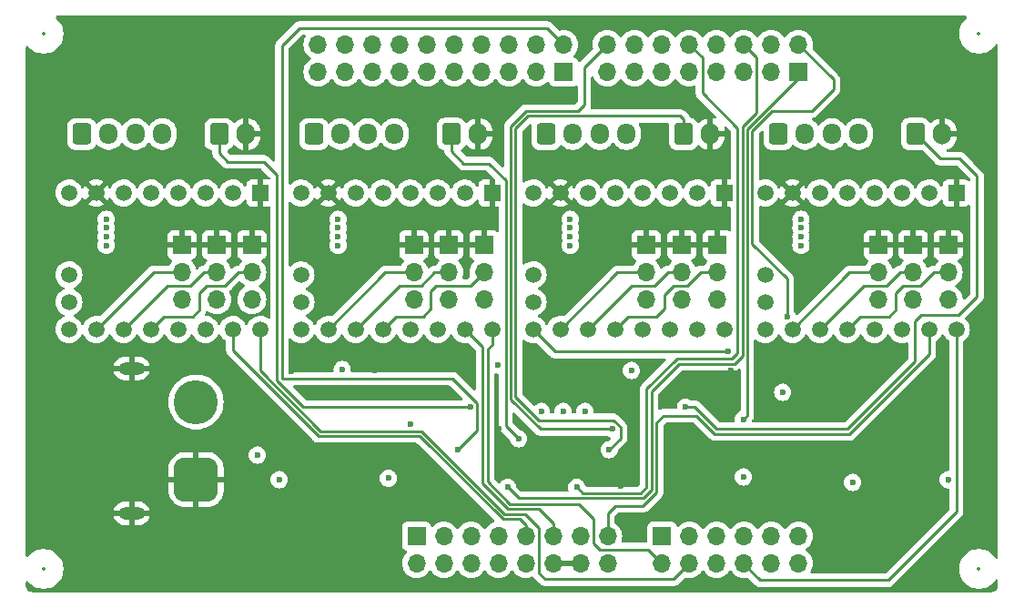
<source format=gbr>
%TF.GenerationSoftware,KiCad,Pcbnew,8.0.1*%
%TF.CreationDate,2024-04-25T12:31:50+02:00*%
%TF.ProjectId,Schrittmotortreiber_Traegerboard,53636872-6974-4746-9d6f-746f72747265,rev?*%
%TF.SameCoordinates,Original*%
%TF.FileFunction,Copper,L4,Bot*%
%TF.FilePolarity,Positive*%
%FSLAX46Y46*%
G04 Gerber Fmt 4.6, Leading zero omitted, Abs format (unit mm)*
G04 Created by KiCad (PCBNEW 8.0.1) date 2024-04-25 12:31:50*
%MOMM*%
%LPD*%
G01*
G04 APERTURE LIST*
G04 Aperture macros list*
%AMRoundRect*
0 Rectangle with rounded corners*
0 $1 Rounding radius*
0 $2 $3 $4 $5 $6 $7 $8 $9 X,Y pos of 4 corners*
0 Add a 4 corners polygon primitive as box body*
4,1,4,$2,$3,$4,$5,$6,$7,$8,$9,$2,$3,0*
0 Add four circle primitives for the rounded corners*
1,1,$1+$1,$2,$3*
1,1,$1+$1,$4,$5*
1,1,$1+$1,$6,$7*
1,1,$1+$1,$8,$9*
0 Add four rect primitives between the rounded corners*
20,1,$1+$1,$2,$3,$4,$5,0*
20,1,$1+$1,$4,$5,$6,$7,0*
20,1,$1+$1,$6,$7,$8,$9,0*
20,1,$1+$1,$8,$9,$2,$3,0*%
G04 Aperture macros list end*
%TA.AperFunction,ComponentPad*%
%ADD10R,1.700000X1.700000*%
%TD*%
%TA.AperFunction,ComponentPad*%
%ADD11O,1.700000X1.700000*%
%TD*%
%TA.AperFunction,ComponentPad*%
%ADD12R,1.508000X1.508000*%
%TD*%
%TA.AperFunction,ComponentPad*%
%ADD13C,1.508000*%
%TD*%
%TA.AperFunction,ComponentPad*%
%ADD14RoundRect,0.250000X-0.600000X-0.750000X0.600000X-0.750000X0.600000X0.750000X-0.600000X0.750000X0*%
%TD*%
%TA.AperFunction,ComponentPad*%
%ADD15O,1.700000X2.000000*%
%TD*%
%TA.AperFunction,ComponentPad*%
%ADD16O,2.400000X1.200000*%
%TD*%
%TA.AperFunction,ComponentPad*%
%ADD17RoundRect,1.025000X1.025000X-1.025000X1.025000X1.025000X-1.025000X1.025000X-1.025000X-1.025000X0*%
%TD*%
%TA.AperFunction,ComponentPad*%
%ADD18C,4.100000*%
%TD*%
%TA.AperFunction,ComponentPad*%
%ADD19RoundRect,0.250000X-0.600000X-0.725000X0.600000X-0.725000X0.600000X0.725000X-0.600000X0.725000X0*%
%TD*%
%TA.AperFunction,ComponentPad*%
%ADD20O,1.700000X1.950000*%
%TD*%
%TA.AperFunction,ViaPad*%
%ADD21C,0.600000*%
%TD*%
%TA.AperFunction,Conductor*%
%ADD22C,0.254000*%
%TD*%
%ADD23C,0.300000*%
%ADD24C,0.350000*%
%ADD25O,1.700000X0.600000*%
G04 APERTURE END LIST*
D10*
%TO.P,J17,1,Pin_1*%
%TO.N,GND*%
X124998000Y-89931000D03*
D11*
%TO.P,J17,2,Pin_2*%
%TO.N,/TMC_2209_Beschaltung2/MS2*%
X124998000Y-92471000D03*
%TO.P,J17,3,Pin_3*%
%TO.N,Vcc_Logic*%
X124998000Y-95011000D03*
%TD*%
D12*
%TO.P,U2,1,GND*%
%TO.N,GND*%
X150622000Y-85080000D03*
D13*
%TO.P,U2,2,VIO*%
%TO.N,Vcc_Logic*%
X148082000Y-85080000D03*
%TO.P,U2,3,M1B*%
%TO.N,/TMC_2209_Beschaltung1/B1*%
X145542000Y-85080000D03*
%TO.P,U2,4,M1A*%
%TO.N,/TMC_2209_Beschaltung1/A1*%
X143002000Y-85080000D03*
%TO.P,U2,5,M2A*%
%TO.N,/TMC_2209_Beschaltung1/A2*%
X140462000Y-85080000D03*
%TO.P,U2,6,M2B*%
%TO.N,/TMC_2209_Beschaltung1/B2*%
X137922000Y-85080000D03*
%TO.P,U2,7,GND*%
%TO.N,GND*%
X135382000Y-85080000D03*
%TO.P,U2,8,VM*%
%TO.N,Vcc_Motor*%
X132842000Y-85080000D03*
%TO.P,U2,9,DIR*%
%TO.N,/P1-13{slash}ADC0-A11*%
X150622000Y-97780000D03*
%TO.P,U2,10,STEP*%
%TO.N,/P3-7{slash}PWM0-B0*%
X148082000Y-97780000D03*
%TO.P,U2,11,PDN*%
%TO.N,unconnected-(U2-PDN-Pad11)*%
X145542000Y-97780000D03*
%TO.P,U2,12,UART*%
%TO.N,/P1-4{slash}UART2-RXD*%
X143002000Y-97780000D03*
%TO.P,U2,13,SPRD*%
%TO.N,/TMC_2209_Beschaltung1/SPRD*%
X140462000Y-97780000D03*
%TO.P,U2,14,MS2*%
%TO.N,/TMC_2209_Beschaltung1/MS2*%
X137922000Y-97780000D03*
%TO.P,U2,15,MS1*%
%TO.N,/TMC_2209_Beschaltung1/MS1*%
X135382000Y-97780000D03*
%TO.P,U2,16,~{EN}*%
%TO.N,/{slash}ENABLE*%
X132842000Y-97780000D03*
%TO.P,U2,17,INDEX*%
%TO.N,/TMC_2209_Beschaltung1/Motor_INDEX*%
X132842000Y-92700000D03*
%TO.P,U2,18,DIAG*%
%TO.N,/TMC_2209_Beschaltung1/Motor_DIAG*%
X132842000Y-95240000D03*
%TD*%
D14*
%TO.P,J14,1,Pin_1*%
%TO.N,Net-(J14-Pin_1)*%
X146832000Y-79602000D03*
D15*
%TO.P,J14,2,Pin_2*%
%TO.N,GND*%
X149332000Y-79602000D03*
%TD*%
D10*
%TO.P,J8,1,Pin_1*%
%TO.N,GND*%
X164947600Y-89931000D03*
D11*
%TO.P,J8,2,Pin_2*%
%TO.N,/TMC_2209_Beschaltung/MS1*%
X164947600Y-92471000D03*
%TO.P,J8,3,Pin_3*%
%TO.N,Vcc_Logic*%
X164947600Y-95011000D03*
%TD*%
D10*
%TO.P,J6,1,Pin_1*%
%TO.N,GND*%
X171450000Y-89931000D03*
D11*
%TO.P,J6,2,Pin_2*%
%TO.N,/TMC_2209_Beschaltung/SPRD*%
X171450000Y-92471000D03*
%TO.P,J6,3,Pin_3*%
%TO.N,Vcc_Logic*%
X171450000Y-95011000D03*
%TD*%
D16*
%TO.P,J5,1,Pin_1*%
%TO.N,GND*%
X95498400Y-114896400D03*
D17*
X101498400Y-111746400D03*
D16*
X95498400Y-101396400D03*
D18*
%TO.P,J5,2,Pin_2*%
%TO.N,Vcc_Motor*%
X101498400Y-104546400D03*
%TD*%
D10*
%TO.P,J18,1,Pin_1*%
%TO.N,GND*%
X121746800Y-89931000D03*
D11*
%TO.P,J18,2,Pin_2*%
%TO.N,/TMC_2209_Beschaltung2/MS1*%
X121746800Y-92471000D03*
%TO.P,J18,3,Pin_3*%
%TO.N,Vcc_Logic*%
X121746800Y-95011000D03*
%TD*%
D10*
%TO.P,J7,1,Pin_1*%
%TO.N,GND*%
X168198800Y-89931000D03*
D11*
%TO.P,J7,2,Pin_2*%
%TO.N,/TMC_2209_Beschaltung/MS2*%
X168198800Y-92471000D03*
%TO.P,J7,3,Pin_3*%
%TO.N,Vcc_Logic*%
X168198800Y-95011000D03*
%TD*%
D10*
%TO.P,J11,1,Pin_1*%
%TO.N,GND*%
X149961600Y-89931000D03*
D11*
%TO.P,J11,2,Pin_2*%
%TO.N,/TMC_2209_Beschaltung1/SPRD*%
X149961600Y-92471000D03*
%TO.P,J11,3,Pin_3*%
%TO.N,Vcc_Logic*%
X149961600Y-95011000D03*
%TD*%
D14*
%TO.P,J24,1,Pin_1*%
%TO.N,Net-(J24-Pin_1)*%
X103632000Y-79619000D03*
D15*
%TO.P,J24,2,Pin_2*%
%TO.N,GND*%
X106132000Y-79619000D03*
%TD*%
D19*
%TO.P,J20,1,Pin_1*%
%TO.N,/TMC_2209_Beschaltung2/B2*%
X112455000Y-79602000D03*
D20*
%TO.P,J20,2,Pin_2*%
%TO.N,/TMC_2209_Beschaltung2/A2*%
X114955000Y-79602000D03*
%TO.P,J20,3,Pin_3*%
%TO.N,/TMC_2209_Beschaltung2/A1*%
X117455000Y-79602000D03*
%TO.P,J20,4,Pin_4*%
%TO.N,/TMC_2209_Beschaltung2/B1*%
X119955000Y-79602000D03*
%TD*%
D10*
%TO.P,J16,1,Pin_1*%
%TO.N,GND*%
X128270000Y-89931000D03*
D11*
%TO.P,J16,2,Pin_2*%
%TO.N,/TMC_2209_Beschaltung2/SPRD*%
X128270000Y-92471000D03*
%TO.P,J16,3,Pin_3*%
%TO.N,Vcc_Logic*%
X128270000Y-95011000D03*
%TD*%
D10*
%TO.P,J21,1,Pin_1*%
%TO.N,GND*%
X106680000Y-89931000D03*
D11*
%TO.P,J21,2,Pin_2*%
%TO.N,/TMC_2209_Beschaltung3/SPRD*%
X106680000Y-92471000D03*
%TO.P,J21,3,Pin_3*%
%TO.N,Vcc_Logic*%
X106680000Y-95011000D03*
%TD*%
D10*
%TO.P,J23,1,Pin_1*%
%TO.N,GND*%
X100177600Y-89931000D03*
D11*
%TO.P,J23,2,Pin_2*%
%TO.N,/TMC_2209_Beschaltung3/MS1*%
X100177600Y-92471000D03*
%TO.P,J23,3,Pin_3*%
%TO.N,Vcc_Logic*%
X100177600Y-95011000D03*
%TD*%
D19*
%TO.P,J10,1,Pin_1*%
%TO.N,/TMC_2209_Beschaltung/B2*%
X155635000Y-79602000D03*
D20*
%TO.P,J10,2,Pin_2*%
%TO.N,/TMC_2209_Beschaltung/A2*%
X158135000Y-79602000D03*
%TO.P,J10,3,Pin_3*%
%TO.N,/TMC_2209_Beschaltung/A1*%
X160635000Y-79602000D03*
%TO.P,J10,4,Pin_4*%
%TO.N,/TMC_2209_Beschaltung/B1*%
X163135000Y-79602000D03*
%TD*%
D19*
%TO.P,J25,1,Pin_1*%
%TO.N,/TMC_2209_Beschaltung3/B2*%
X90865000Y-79602000D03*
D20*
%TO.P,J25,2,Pin_2*%
%TO.N,/TMC_2209_Beschaltung3/A2*%
X93365000Y-79602000D03*
%TO.P,J25,3,Pin_3*%
%TO.N,/TMC_2209_Beschaltung3/A1*%
X95865000Y-79602000D03*
%TO.P,J25,4,Pin_4*%
%TO.N,/TMC_2209_Beschaltung3/B1*%
X98365000Y-79602000D03*
%TD*%
D12*
%TO.P,U1,1,GND*%
%TO.N,GND*%
X172212000Y-85080000D03*
D13*
%TO.P,U1,2,VIO*%
%TO.N,Vcc_Logic*%
X169672000Y-85080000D03*
%TO.P,U1,3,M1B*%
%TO.N,/TMC_2209_Beschaltung/B1*%
X167132000Y-85080000D03*
%TO.P,U1,4,M1A*%
%TO.N,/TMC_2209_Beschaltung/A1*%
X164592000Y-85080000D03*
%TO.P,U1,5,M2A*%
%TO.N,/TMC_2209_Beschaltung/A2*%
X162052000Y-85080000D03*
%TO.P,U1,6,M2B*%
%TO.N,/TMC_2209_Beschaltung/B2*%
X159512000Y-85080000D03*
%TO.P,U1,7,GND*%
%TO.N,GND*%
X156972000Y-85080000D03*
%TO.P,U1,8,VM*%
%TO.N,Vcc_Motor*%
X154432000Y-85080000D03*
%TO.P,U1,9,DIR*%
%TO.N,/P2-0{slash}ADC0-A0*%
X172212000Y-97780000D03*
%TO.P,U1,10,STEP*%
%TO.N,/P3-6{slash}PWM0-A0*%
X169672000Y-97780000D03*
%TO.P,U1,11,PDN*%
%TO.N,unconnected-(U1-PDN-Pad11)*%
X167132000Y-97780000D03*
%TO.P,U1,12,UART*%
%TO.N,/P1-4{slash}UART2-RXD*%
X164592000Y-97780000D03*
%TO.P,U1,13,SPRD*%
%TO.N,/TMC_2209_Beschaltung/SPRD*%
X162052000Y-97780000D03*
%TO.P,U1,14,MS2*%
%TO.N,/TMC_2209_Beschaltung/MS2*%
X159512000Y-97780000D03*
%TO.P,U1,15,MS1*%
%TO.N,/TMC_2209_Beschaltung/MS1*%
X156972000Y-97780000D03*
%TO.P,U1,16,~{EN}*%
%TO.N,/{slash}ENABLE*%
X154432000Y-97780000D03*
%TO.P,U1,17,INDEX*%
%TO.N,/TMC_2209_Beschaltung/Motor_INDEX*%
X154432000Y-92700000D03*
%TO.P,U1,18,DIAG*%
%TO.N,/TMC_2209_Beschaltung/Motor_DIAG*%
X154432000Y-95240000D03*
%TD*%
D10*
%TO.P,J13,1,Pin_1*%
%TO.N,GND*%
X143357600Y-89931000D03*
D11*
%TO.P,J13,2,Pin_2*%
%TO.N,/TMC_2209_Beschaltung1/MS1*%
X143357600Y-92471000D03*
%TO.P,J13,3,Pin_3*%
%TO.N,Vcc_Logic*%
X143357600Y-95011000D03*
%TD*%
D19*
%TO.P,J15,1,Pin_1*%
%TO.N,/TMC_2209_Beschaltung1/B2*%
X134039600Y-79610400D03*
D20*
%TO.P,J15,2,Pin_2*%
%TO.N,/TMC_2209_Beschaltung1/A2*%
X136539600Y-79610400D03*
%TO.P,J15,3,Pin_3*%
%TO.N,/TMC_2209_Beschaltung1/A1*%
X139039600Y-79610400D03*
%TO.P,J15,4,Pin_4*%
%TO.N,/TMC_2209_Beschaltung1/B1*%
X141539600Y-79610400D03*
%TD*%
D12*
%TO.P,U4,1,GND*%
%TO.N,GND*%
X107442000Y-85085000D03*
D13*
%TO.P,U4,2,VIO*%
%TO.N,Vcc_Logic*%
X104902000Y-85085000D03*
%TO.P,U4,3,M1B*%
%TO.N,/TMC_2209_Beschaltung3/B1*%
X102362000Y-85085000D03*
%TO.P,U4,4,M1A*%
%TO.N,/TMC_2209_Beschaltung3/A1*%
X99822000Y-85085000D03*
%TO.P,U4,5,M2A*%
%TO.N,/TMC_2209_Beschaltung3/A2*%
X97282000Y-85085000D03*
%TO.P,U4,6,M2B*%
%TO.N,/TMC_2209_Beschaltung3/B2*%
X94742000Y-85085000D03*
%TO.P,U4,7,GND*%
%TO.N,GND*%
X92202000Y-85085000D03*
%TO.P,U4,8,VM*%
%TO.N,Vcc_Motor*%
X89662000Y-85085000D03*
%TO.P,U4,9,DIR*%
%TO.N,/P1-12{slash}ADC0-A10*%
X107442000Y-97785000D03*
%TO.P,U4,10,STEP*%
%TO.N,/P3-9{slash}PWM0-B1*%
X104902000Y-97785000D03*
%TO.P,U4,11,PDN*%
%TO.N,unconnected-(U4-PDN-Pad11)*%
X102362000Y-97785000D03*
%TO.P,U4,12,UART*%
%TO.N,/P1-4{slash}UART2-RXD*%
X99822000Y-97785000D03*
%TO.P,U4,13,SPRD*%
%TO.N,/TMC_2209_Beschaltung3/SPRD*%
X97282000Y-97785000D03*
%TO.P,U4,14,MS2*%
%TO.N,/TMC_2209_Beschaltung3/MS2*%
X94742000Y-97785000D03*
%TO.P,U4,15,MS1*%
%TO.N,/TMC_2209_Beschaltung3/MS1*%
X92202000Y-97785000D03*
%TO.P,U4,16,~{EN}*%
%TO.N,/{slash}ENABLE*%
X89662000Y-97785000D03*
%TO.P,U4,17,INDEX*%
%TO.N,/TMC_2209_Beschaltung3/Motor_INDEX*%
X89662000Y-92705000D03*
%TO.P,U4,18,DIAG*%
%TO.N,/TMC_2209_Beschaltung3/Motor_DIAG*%
X89662000Y-95245000D03*
%TD*%
D14*
%TO.P,J9,1,Pin_1*%
%TO.N,Net-(J9-Pin_1)*%
X168422000Y-79602000D03*
D15*
%TO.P,J9,2,Pin_2*%
%TO.N,GND*%
X170922000Y-79602000D03*
%TD*%
D14*
%TO.P,J19,1,Pin_1*%
%TO.N,Net-(J19-Pin_1)*%
X125242000Y-79602000D03*
D15*
%TO.P,J19,2,Pin_2*%
%TO.N,GND*%
X127742000Y-79602000D03*
%TD*%
D12*
%TO.P,U3,1,GND*%
%TO.N,GND*%
X129032000Y-85090000D03*
D13*
%TO.P,U3,2,VIO*%
%TO.N,Vcc_Logic*%
X126492000Y-85090000D03*
%TO.P,U3,3,M1B*%
%TO.N,/TMC_2209_Beschaltung2/B1*%
X123952000Y-85090000D03*
%TO.P,U3,4,M1A*%
%TO.N,/TMC_2209_Beschaltung2/A1*%
X121412000Y-85090000D03*
%TO.P,U3,5,M2A*%
%TO.N,/TMC_2209_Beschaltung2/A2*%
X118872000Y-85090000D03*
%TO.P,U3,6,M2B*%
%TO.N,/TMC_2209_Beschaltung2/B2*%
X116332000Y-85090000D03*
%TO.P,U3,7,GND*%
%TO.N,GND*%
X113792000Y-85090000D03*
%TO.P,U3,8,VM*%
%TO.N,Vcc_Motor*%
X111252000Y-85090000D03*
%TO.P,U3,9,DIR*%
%TO.N,/P1-10{slash}ADC0-A8*%
X129032000Y-97790000D03*
%TO.P,U3,10,STEP*%
%TO.N,/P3-8{slash}PWM0-A1*%
X126492000Y-97790000D03*
%TO.P,U3,11,PDN*%
%TO.N,unconnected-(U3-PDN-Pad11)*%
X123952000Y-97790000D03*
%TO.P,U3,12,UART*%
%TO.N,/P1-4{slash}UART2-RXD*%
X121412000Y-97790000D03*
%TO.P,U3,13,SPRD*%
%TO.N,/TMC_2209_Beschaltung2/SPRD*%
X118872000Y-97790000D03*
%TO.P,U3,14,MS2*%
%TO.N,/TMC_2209_Beschaltung2/MS2*%
X116332000Y-97790000D03*
%TO.P,U3,15,MS1*%
%TO.N,/TMC_2209_Beschaltung2/MS1*%
X113792000Y-97790000D03*
%TO.P,U3,16,~{EN}*%
%TO.N,/{slash}ENABLE*%
X111252000Y-97790000D03*
%TO.P,U3,17,INDEX*%
%TO.N,/TMC_2209_Beschaltung2/Motor_INDEX*%
X111252000Y-92710000D03*
%TO.P,U3,18,DIAG*%
%TO.N,/TMC_2209_Beschaltung2/Motor_DIAG*%
X111252000Y-95250000D03*
%TD*%
D10*
%TO.P,J12,1,Pin_1*%
%TO.N,GND*%
X146659600Y-89931000D03*
D11*
%TO.P,J12,2,Pin_2*%
%TO.N,/TMC_2209_Beschaltung1/MS2*%
X146659600Y-92471000D03*
%TO.P,J12,3,Pin_3*%
%TO.N,Vcc_Logic*%
X146659600Y-95011000D03*
%TD*%
D10*
%TO.P,J22,1,Pin_1*%
%TO.N,GND*%
X103428800Y-89931000D03*
D11*
%TO.P,J22,2,Pin_2*%
%TO.N,/TMC_2209_Beschaltung3/MS2*%
X103428800Y-92471000D03*
%TO.P,J22,3,Pin_3*%
%TO.N,Vcc_Logic*%
X103428800Y-95011000D03*
%TD*%
D10*
%TO.P,J4,1,Pin_1*%
%TO.N,unconnected-(J4-Pin_1-Pad1)*%
X144843222Y-117005168D03*
D11*
%TO.P,J4,2,Pin_2*%
%TO.N,/P1-10{slash}ADC0-A8*%
X144843222Y-119545168D03*
%TO.P,J4,3,Pin_3*%
%TO.N,unconnected-(J4-Pin_3-Pad3)*%
X147383222Y-117005168D03*
%TO.P,J4,4,Pin_4*%
%TO.N,/P1-12{slash}ADC0-A10*%
X147383222Y-119545168D03*
%TO.P,J4,5,Pin_5*%
%TO.N,unconnected-(J4-Pin_5-Pad5)*%
X149923222Y-117005168D03*
%TO.P,J4,6,Pin_6*%
%TO.N,/P1-13{slash}ADC0-A11*%
X149923222Y-119545168D03*
%TO.P,J4,7,Pin_7*%
%TO.N,unconnected-(J4-Pin_7-Pad7)*%
X152463222Y-117005168D03*
%TO.P,J4,8,Pin_8*%
%TO.N,/P2-0{slash}ADC0-A0*%
X152463222Y-119545168D03*
%TO.P,J4,9,Pin_9*%
%TO.N,/P1-11{slash}GPIO*%
X155003222Y-117005168D03*
%TO.P,J4,10,Pin_10*%
%TO.N,/P3-31{slash}ADC0-A12*%
X155003222Y-119545168D03*
%TO.P,J4,11,Pin_11*%
%TO.N,/P3-29{slash}GPIO*%
X157543222Y-117005168D03*
%TO.P,J4,12,Pin_12*%
%TO.N,/P3-30{slash}ADC0-A13*%
X157543222Y-119545168D03*
%TD*%
D10*
%TO.P,J2,1,Pin_1*%
%TO.N,/P1-4{slash}ADC0-A20*%
X135693222Y-73835168D03*
D11*
%TO.P,J2,2,Pin_2*%
%TO.N,/P3-15{slash}GPIO*%
X135693222Y-71295168D03*
%TO.P,J2,3,Pin_3*%
%TO.N,/P1-5{slash}ADC0-A21*%
X133153222Y-73835168D03*
%TO.P,J2,4,Pin_4*%
%TO.N,/P3-14{slash}PWM0-X2*%
X133153222Y-71295168D03*
%TO.P,J2,5,Pin_5*%
%TO.N,/P2-3{slash}ADC0-A2*%
X130613222Y-73835168D03*
%TO.P,J2,6,Pin_6*%
%TO.N,/P2-6{slash}CSI1*%
X130613222Y-71295168D03*
%TO.P,J2,7,Pin_7*%
%TO.N,/P2-1{slash}ADC0-A1*%
X128073222Y-73835168D03*
%TO.P,J2,8,Pin_8*%
%TO.N,/P2-13{slash}SDO1*%
X128073222Y-71295168D03*
%TO.P,J2,9,Pin_9*%
%TO.N,/P2-2{slash}ADC0-A4*%
X125533222Y-73835168D03*
%TO.P,J2,10,Pin_10*%
%TO.N,/P2-16{slash}SDI1*%
X125533222Y-71295168D03*
%TO.P,J2,11,Pin_11*%
%TO.N,unconnected-(J2-Pin_11-Pad11)*%
X122993222Y-73835168D03*
%TO.P,J2,12,Pin_12*%
%TO.N,/P2-12{slash}SCK1*%
X122993222Y-71295168D03*
%TO.P,J2,13,Pin_13*%
%TO.N,unconnected-(J2-Pin_13-Pad13)*%
X120453222Y-73835168D03*
%TO.P,J2,14,Pin_14*%
%TO.N,GND*%
X120453222Y-71295168D03*
%TO.P,J2,15,Pin_15*%
%TO.N,unconnected-(J2-Pin_15-Pad15)*%
X117913222Y-73835168D03*
%TO.P,J2,16,Pin_16*%
%TO.N,VDDA_MCU*%
X117913222Y-71295168D03*
%TO.P,J2,17,Pin_17*%
%TO.N,unconnected-(J2-Pin_17-Pad17)*%
X115373222Y-73835168D03*
%TO.P,J2,18,Pin_18*%
%TO.N,/P1-8{slash}SDA0*%
X115373222Y-71295168D03*
%TO.P,J2,19,Pin_19*%
%TO.N,unconnected-(J2-Pin_19-Pad19)*%
X112833222Y-73835168D03*
%TO.P,J2,20,Pin_20*%
%TO.N,/P1-9{slash}SCL0*%
X112833222Y-71295168D03*
%TD*%
D10*
%TO.P,J1,1,Pin_1*%
%TO.N,/P1-7{slash}GPIO*%
X157517222Y-73810168D03*
D11*
%TO.P,J1,2,Pin_2*%
%TO.N,/P1-4{slash}UART2-RXD*%
X157517222Y-71270168D03*
%TO.P,J1,3,Pin_3*%
%TO.N,/P1-6{slash}TRIG2*%
X154977222Y-73810168D03*
%TO.P,J1,4,Pin_4*%
%TO.N,/P1-5{slash}UART2-TXD*%
X154977222Y-71270168D03*
%TO.P,J1,5,Pin_5*%
%TO.N,unconnected-(J1-Pin_5-Pad5)*%
X152437222Y-73810168D03*
%TO.P,J1,6,Pin_6*%
%TO.N,/P2-4{slash}GPIO*%
X152437222Y-71270168D03*
%TO.P,J1,7,Pin_7*%
%TO.N,unconnected-(J1-Pin_7-Pad7)*%
X149897222Y-73810168D03*
%TO.P,J1,8,Pin_8*%
%TO.N,/P3-0{slash}PWM0-A0*%
X149897222Y-71270168D03*
%TO.P,J1,9,Pin_9*%
%TO.N,unconnected-(J1-Pin_9-Pad9)*%
X147357222Y-73810168D03*
%TO.P,J1,10,Pin_10*%
%TO.N,/P2-5{slash}GPIO*%
X147357222Y-71270168D03*
%TO.P,J1,11,Pin_11*%
%TO.N,unconnected-(J1-Pin_11-Pad11)*%
X144817222Y-73810168D03*
%TO.P,J1,12,Pin_12*%
%TO.N,/P3-12{slash}PWM0-X2*%
X144817222Y-71270168D03*
%TO.P,J1,13,Pin_13*%
%TO.N,unconnected-(J1-Pin_13-Pad13)*%
X142277222Y-73810168D03*
%TO.P,J1,14,Pin_14*%
%TO.N,/P3-13{slash}PWM0-X1*%
X142277222Y-71270168D03*
%TO.P,J1,15,Pin_15*%
%TO.N,unconnected-(J1-Pin_15-Pad15)*%
X139737222Y-73810168D03*
%TO.P,J1,16,Pin_16*%
%TO.N,/P3-1{slash}GPIO*%
X139737222Y-71270168D03*
%TD*%
D10*
%TO.P,J3,1,Pin_1*%
%TO.N,/P2-7{slash}TRIG10*%
X121997222Y-117005168D03*
D11*
%TO.P,J3,2,Pin_2*%
%TO.N,unconnected-(J3-Pin_2-Pad2)*%
X121997222Y-119545168D03*
%TO.P,J3,3,Pin_3*%
%TO.N,/P3-31{slash}TRIG5*%
X124537222Y-117005168D03*
%TO.P,J3,4,Pin_4*%
%TO.N,VDD-BOARD*%
X124537222Y-119545168D03*
%TO.P,J3,5,Pin_5*%
%TO.N,/P3-11{slash}PWM0-B2*%
X127077222Y-117005168D03*
%TO.P,J3,6,Pin_6*%
%TO.N,/MCU-RESETn*%
X127077222Y-119545168D03*
%TO.P,J3,7,Pin_7*%
%TO.N,/P3-10{slash}PWM0-A2*%
X129617222Y-117005168D03*
%TO.P,J3,8,Pin_8*%
%TO.N,Vcc_Logic*%
X129617222Y-119545168D03*
%TO.P,J3,9,Pin_9*%
%TO.N,/P3-9{slash}PWM0-B1*%
X132157222Y-117005168D03*
%TO.P,J3,10,Pin_10*%
%TO.N,SYS-5V*%
X132157222Y-119545168D03*
%TO.P,J3,11,Pin_11*%
%TO.N,/P3-8{slash}PWM0-A1*%
X134697222Y-117005168D03*
%TO.P,J3,12,Pin_12*%
%TO.N,GND*%
X134697222Y-119545168D03*
%TO.P,J3,13,Pin_13*%
%TO.N,/P3-7{slash}PWM0-B0*%
X137237222Y-117005168D03*
%TO.P,J3,14,Pin_14*%
%TO.N,GND*%
X137237222Y-119545168D03*
%TO.P,J3,15,Pin_15*%
%TO.N,/P3-6{slash}PWM0-A0*%
X139777222Y-117005168D03*
%TO.P,J3,16,Pin_16*%
%TO.N,Vcc_Motor*%
X139777222Y-119545168D03*
%TD*%
D21*
%TO.N,GND*%
X115011200Y-93497400D03*
X140968001Y-112356200D03*
X136626600Y-94843600D03*
X158216600Y-94767400D03*
X164388800Y-101600000D03*
X110363000Y-101727000D03*
X136601200Y-93472000D03*
X129631400Y-107061000D03*
X114960400Y-94742000D03*
X173228000Y-101600000D03*
X118110000Y-101600000D03*
X151206200Y-101625400D03*
X93446600Y-94869000D03*
X145531999Y-108762800D03*
X158216600Y-93472000D03*
X114259000Y-103361400D03*
X93446602Y-93522800D03*
X134467600Y-112480000D03*
%TO.N,/P3-15{slash}GPIO*%
X125831600Y-108966000D03*
%TO.N,/P2-5{slash}GPIO*%
X136904002Y-112480000D03*
%TO.N,/P1-7{slash}GPIO*%
X152400000Y-106146600D03*
%TO.N,/P3-1{slash}GPIO*%
X140208000Y-107035596D03*
%TO.N,/P2-4{slash}GPIO*%
X130479804Y-112471200D03*
%TO.N,/P1-4{slash}UART2-RXD*%
X156464002Y-96570800D03*
%TO.N,Vcc_Logic*%
X137668000Y-105410000D03*
X141986000Y-101600000D03*
X156057600Y-103632000D03*
X109220000Y-111760000D03*
X171450000Y-111760000D03*
X162560000Y-112014000D03*
X129540000Y-101092000D03*
X135636000Y-105410000D03*
X133604000Y-105410000D03*
X121412000Y-106565000D03*
X119380000Y-111633000D03*
X152400000Y-111506000D03*
X107188000Y-109474000D03*
X115087400Y-101498400D03*
%TO.N,Vcc_Motor*%
X114706400Y-87528400D03*
X157759400Y-89154000D03*
X114706400Y-88341200D03*
X114706400Y-89154000D03*
X136296400Y-87528400D03*
X93141800Y-89154000D03*
X157759400Y-87528400D03*
X136296400Y-88341200D03*
X136296400Y-89154000D03*
X93141800Y-88341200D03*
X114706400Y-89966800D03*
X93141800Y-87528400D03*
X136296400Y-89966800D03*
X157759400Y-88341200D03*
X157759400Y-89966800D03*
X93141800Y-89966800D03*
%TO.N,Net-(J9-Pin_1)*%
X147015200Y-105003602D03*
%TO.N,/{slash}ENABLE*%
X151028400Y-99842800D03*
%TO.N,Net-(J14-Pin_1)*%
X139928602Y-108968000D03*
%TO.N,Net-(J19-Pin_1)*%
X131495800Y-107950000D03*
%TO.N,Net-(J24-Pin_1)*%
X127000000Y-105000000D03*
%TD*%
D22*
%TO.N,/P1-10{slash}ADC0-A8*%
X128597000Y-99622000D02*
X128597000Y-111938844D01*
X130704156Y-114046000D02*
X137109200Y-114046000D01*
X137109200Y-114046000D02*
X138430000Y-115366800D01*
X138430000Y-117652800D02*
X139039600Y-118262400D01*
X139039600Y-118262400D02*
X143560454Y-118262400D01*
X128597000Y-111938844D02*
X130704156Y-114046000D01*
X129032000Y-99187000D02*
X128597000Y-99622000D01*
X138430000Y-115366800D02*
X138430000Y-117652800D01*
X129032000Y-97790000D02*
X129032000Y-99187000D01*
X143560454Y-118262400D02*
X144843222Y-119545168D01*
%TO.N,/P1-12{slash}ADC0-A10*%
X130201052Y-114954000D02*
X122489052Y-107242000D01*
X133959600Y-121005600D02*
X133400800Y-120446800D01*
X133400800Y-120446800D02*
X133400800Y-116248747D01*
X113069896Y-107242000D02*
X107442000Y-101614104D01*
X122489052Y-107242000D02*
X113069896Y-107242000D01*
X145922790Y-121005600D02*
X133959600Y-121005600D01*
X107442000Y-101614104D02*
X107442000Y-97785000D01*
X147383222Y-119545168D02*
X145922790Y-121005600D01*
X133400800Y-116248747D02*
X132106053Y-114954000D01*
X132106053Y-114954000D02*
X130201052Y-114954000D01*
%TO.N,/P2-0{slash}ADC0-A0*%
X153974800Y-121107200D02*
X152463222Y-119595622D01*
X172212000Y-114757200D02*
X165862000Y-121107200D01*
X172212000Y-97780000D02*
X172212000Y-114757200D01*
X165862000Y-121107200D02*
X153974800Y-121107200D01*
X152463222Y-119595622D02*
X152463222Y-119545168D01*
%TO.N,/P3-8{slash}PWM0-A1*%
X128143000Y-99441000D02*
X126492000Y-97790000D01*
X130516104Y-114500000D02*
X128143000Y-112126896D01*
X134697222Y-117005168D02*
X134697222Y-115803087D01*
X133394135Y-114500000D02*
X130516104Y-114500000D01*
X128143000Y-112126896D02*
X128143000Y-99441000D01*
X134697222Y-115803087D02*
X133394135Y-114500000D01*
%TO.N,/P3-6{slash}PWM0-A0*%
X144316400Y-106440177D02*
X144316400Y-112928400D01*
X144940177Y-105816400D02*
X144316400Y-106440177D01*
X169672000Y-97780000D02*
X169672000Y-100108452D01*
X140462000Y-114198400D02*
X143046400Y-114198400D01*
X169672000Y-100108452D02*
X162290852Y-107489600D01*
X149722747Y-107489600D02*
X148049547Y-105816400D01*
X139777222Y-117005168D02*
X139777222Y-114883178D01*
X148049547Y-105816400D02*
X144940177Y-105816400D01*
X162290852Y-107489600D02*
X149722747Y-107489600D01*
X143046400Y-114198400D02*
X144316400Y-112928400D01*
X139777222Y-114883178D02*
X140462000Y-114198400D01*
%TO.N,/P3-9{slash}PWM0-B1*%
X104902000Y-97785000D02*
X104902000Y-99716156D01*
X131572000Y-115443000D02*
X132157222Y-116028222D01*
X122301000Y-107696000D02*
X130048000Y-115443000D01*
X130048000Y-115443000D02*
X131572000Y-115443000D01*
X104902000Y-99716156D02*
X112881844Y-107696000D01*
X112881844Y-107696000D02*
X122301000Y-107696000D01*
X132157222Y-116028222D02*
X132157222Y-117005168D01*
%TO.N,/P3-15{slash}GPIO*%
X111099600Y-69748400D02*
X109474000Y-71374000D01*
X134146454Y-69748400D02*
X111099600Y-69748400D01*
X127635000Y-104648000D02*
X127635000Y-107162600D01*
X135693222Y-71295168D02*
X134146454Y-69748400D01*
X125349000Y-102362000D02*
X127635000Y-104648000D01*
X109474000Y-102362000D02*
X125349000Y-102362000D01*
X127635000Y-107162600D02*
X125831600Y-108966000D01*
X109474000Y-71374000D02*
X109474000Y-102362000D01*
%TO.N,/P2-5{slash}GPIO*%
X143408400Y-103327200D02*
X143408400Y-112445800D01*
X151866600Y-100018148D02*
X151364948Y-100519800D01*
X151866600Y-79087696D02*
X151866600Y-100018148D01*
X142821000Y-113033200D02*
X137457202Y-113033200D01*
X148590000Y-75811096D02*
X151866600Y-79087696D01*
X146215800Y-100519800D02*
X143408400Y-103327200D01*
X147357222Y-71270168D02*
X148590000Y-72502946D01*
X151364948Y-100519800D02*
X146215800Y-100519800D01*
X143408400Y-112445800D02*
X142821000Y-113033200D01*
X137457202Y-113033200D02*
X136904002Y-112480000D01*
X148590000Y-72502946D02*
X148590000Y-75811096D01*
%TO.N,/P1-7{slash}GPIO*%
X157517222Y-73810168D02*
X157517222Y-74384778D01*
X157517222Y-74384778D02*
X152774600Y-79127400D01*
X152774600Y-105772000D02*
X152400000Y-106146600D01*
X152774600Y-79127400D02*
X152774600Y-105772000D01*
%TO.N,/P3-1{slash}GPIO*%
X132196747Y-77473200D02*
X130762400Y-78907548D01*
X139737222Y-71270168D02*
X137617200Y-73390190D01*
X137617200Y-76885800D02*
X137029800Y-77473200D01*
X137617200Y-73390190D02*
X137617200Y-76885800D01*
X137029800Y-77473200D02*
X132196747Y-77473200D01*
X130762400Y-78907548D02*
X130762400Y-104277253D01*
X133520743Y-107035596D02*
X140208000Y-107035596D01*
X130762400Y-104277253D02*
X133520743Y-107035596D01*
%TO.N,/P2-4{slash}GPIO*%
X153614222Y-72447168D02*
X153614222Y-77645726D01*
X143862400Y-112710052D02*
X143085252Y-113487200D01*
X151553000Y-100973800D02*
X146447600Y-100973800D01*
X143862400Y-103559000D02*
X143862400Y-112710052D01*
X152320600Y-78939348D02*
X152320600Y-100206200D01*
X146447600Y-100973800D02*
X143862400Y-103559000D01*
X152437222Y-71270168D02*
X153614222Y-72447168D01*
X152320600Y-100206200D02*
X151553000Y-100973800D01*
X143085252Y-113487200D02*
X131495804Y-113487200D01*
X153614222Y-77645726D02*
X152320600Y-78939348D01*
X131495804Y-113487200D02*
X130479804Y-112471200D01*
%TO.N,/P1-4{slash}UART2-RXD*%
X153228599Y-89830199D02*
X156464002Y-93065602D01*
X157517222Y-71270168D02*
X160782000Y-74534946D01*
X156464002Y-93065602D02*
X156464002Y-96570800D01*
X153228600Y-83598444D02*
X153228602Y-83598446D01*
X153228602Y-83598446D02*
X153228599Y-89830199D01*
X158750000Y-77470000D02*
X155074052Y-77470000D01*
X153228600Y-79315452D02*
X153228600Y-83598444D01*
X160782000Y-74534946D02*
X160782000Y-75438000D01*
X155074052Y-77470000D02*
X153228600Y-79315452D01*
X160782000Y-75438000D02*
X158750000Y-77470000D01*
%TO.N,Vcc_Logic*%
X156006800Y-103682800D02*
X156057600Y-103632000D01*
X168198800Y-95011000D02*
X168402000Y-95214200D01*
X171450000Y-111960399D02*
X171450000Y-111760000D01*
%TO.N,Net-(J9-Pin_1)*%
X172110400Y-96469200D02*
X171373800Y-96469200D01*
X147878802Y-105003602D02*
X147015200Y-105003602D01*
X168910000Y-96469200D02*
X168351200Y-97028000D01*
X168351200Y-97028000D02*
X168351200Y-100787200D01*
X172516800Y-81889600D02*
X174142400Y-83515200D01*
X168351200Y-100787200D02*
X162102800Y-107035600D01*
X174142400Y-83515200D02*
X174142400Y-94716600D01*
X172110400Y-96469200D02*
X168910000Y-96469200D01*
X170709600Y-81889600D02*
X172516800Y-81889600D01*
X162102800Y-107035600D02*
X149910800Y-107035600D01*
X174142400Y-94716600D02*
X172389800Y-96469200D01*
X149910800Y-107035600D02*
X147878802Y-105003602D01*
X172389800Y-96469200D02*
X172110400Y-96469200D01*
X168422000Y-79602000D02*
X170709600Y-81889600D01*
%TO.N,/TMC_2209_Beschaltung/MS1*%
X164947600Y-92471000D02*
X162281000Y-92471000D01*
X162281000Y-92471000D02*
X156972000Y-97780000D01*
%TO.N,/TMC_2209_Beschaltung/MS2*%
X168198800Y-92471000D02*
X166964600Y-92471000D01*
X163566000Y-93726000D02*
X159512000Y-97780000D01*
X166964600Y-92471000D02*
X165709600Y-93726000D01*
X165709600Y-93726000D02*
X163566000Y-93726000D01*
%TO.N,/TMC_2209_Beschaltung/SPRD*%
X165938200Y-96570800D02*
X163261200Y-96570800D01*
X166573200Y-94437200D02*
X166573200Y-95935800D01*
X163261200Y-96570800D02*
X162052000Y-97780000D01*
X170114200Y-92471000D02*
X168859200Y-93726000D01*
X168859200Y-93726000D02*
X167284400Y-93726000D01*
X166573200Y-95935800D02*
X165938200Y-96570800D01*
X171450000Y-92471000D02*
X170114200Y-92471000D01*
X167284400Y-93726000D02*
X166573200Y-94437200D01*
%TO.N,/TMC_2209_Beschaltung1/SPRD*%
X147167600Y-93726000D02*
X145897600Y-93726000D01*
X145034000Y-94589600D02*
X145034000Y-95859600D01*
X145034000Y-95859600D02*
X144322800Y-96570800D01*
X141671200Y-96570800D02*
X140462000Y-97780000D01*
X148422600Y-92471000D02*
X147167600Y-93726000D01*
X144322800Y-96570800D02*
X141671200Y-96570800D01*
X149961600Y-92471000D02*
X148422600Y-92471000D01*
X145897600Y-93726000D02*
X145034000Y-94589600D01*
%TO.N,/TMC_2209_Beschaltung1/MS2*%
X141976000Y-93726000D02*
X144119600Y-93726000D01*
X144119600Y-93726000D02*
X145374600Y-92471000D01*
X145374600Y-92471000D02*
X146659600Y-92471000D01*
X137922000Y-97780000D02*
X141976000Y-93726000D01*
%TO.N,/TMC_2209_Beschaltung1/MS1*%
X135382000Y-97780000D02*
X140691000Y-92471000D01*
X140691000Y-92471000D02*
X143357600Y-92471000D01*
%TO.N,/TMC_2209_Beschaltung2/MS2*%
X116332000Y-97790000D02*
X120396000Y-93726000D01*
X122428000Y-93726000D02*
X123683000Y-92471000D01*
X123683000Y-92471000D02*
X124998000Y-92471000D01*
X120396000Y-93726000D02*
X122428000Y-93726000D01*
%TO.N,/TMC_2209_Beschaltung2/SPRD*%
X122598748Y-96570800D02*
X120091200Y-96570800D01*
X127015000Y-93726000D02*
X123850400Y-93726000D01*
X123342400Y-94234000D02*
X123342400Y-95827148D01*
X128270000Y-92471000D02*
X127015000Y-93726000D01*
X120091200Y-96570800D02*
X118872000Y-97790000D01*
X123342400Y-95827148D02*
X122598748Y-96570800D01*
X123850400Y-93726000D02*
X123342400Y-94234000D01*
%TO.N,/TMC_2209_Beschaltung2/MS1*%
X119111000Y-92471000D02*
X121746800Y-92471000D01*
X113792000Y-97790000D02*
X119111000Y-92471000D01*
%TO.N,/TMC_2209_Beschaltung3/MS1*%
X92232400Y-97785000D02*
X97546400Y-92471000D01*
X97546400Y-92471000D02*
X100177600Y-92471000D01*
X92202000Y-97785000D02*
X92232400Y-97785000D01*
%TO.N,/TMC_2209_Beschaltung3/SPRD*%
X97282000Y-97785000D02*
X98496200Y-96570800D01*
X101193600Y-96570800D02*
X101803200Y-95961200D01*
X98496200Y-96570800D02*
X101193600Y-96570800D01*
X105445800Y-92471000D02*
X106680000Y-92471000D01*
X101803200Y-95961200D02*
X101803200Y-94437200D01*
X102514400Y-93726000D02*
X104190800Y-93726000D01*
X104190800Y-93726000D02*
X105445800Y-92471000D01*
X101803200Y-94437200D02*
X102514400Y-93726000D01*
%TO.N,/TMC_2209_Beschaltung3/MS2*%
X98801000Y-93726000D02*
X100971719Y-93726000D01*
X100971719Y-93726000D02*
X102226719Y-92471000D01*
X102226719Y-92471000D02*
X103428800Y-92471000D01*
X94742000Y-97785000D02*
X98801000Y-93726000D01*
%TO.N,/{slash}ENABLE*%
X134904800Y-99842800D02*
X151028400Y-99842800D01*
X132842000Y-97780000D02*
X134904800Y-99842800D01*
%TO.N,Net-(J14-Pin_1)*%
X146832000Y-79602000D02*
X146832000Y-78252000D01*
X131216400Y-79095600D02*
X131216400Y-104089200D01*
X146832000Y-78252000D02*
X146507200Y-77927200D01*
X140309600Y-106222800D02*
X140970000Y-106883200D01*
X133350000Y-106222800D02*
X140309600Y-106222800D01*
X140970000Y-106883200D02*
X140970000Y-107926602D01*
X132384800Y-77927200D02*
X131216400Y-79095600D01*
X140970000Y-107926602D02*
X139928602Y-108968000D01*
X131216400Y-104089200D02*
X133350000Y-106222800D01*
X146507200Y-77927200D02*
X132384800Y-77927200D01*
%TO.N,Net-(J19-Pin_1)*%
X130308400Y-106762600D02*
X131495800Y-107950000D01*
X125242000Y-81198400D02*
X126390400Y-82346800D01*
X126390400Y-82346800D02*
X128727200Y-82346800D01*
X130308400Y-83928000D02*
X130308400Y-106762600D01*
X128727200Y-82346800D02*
X130308400Y-83928000D01*
X125242000Y-79602000D02*
X125242000Y-81198400D01*
%TO.N,Net-(J24-Pin_1)*%
X111469948Y-105000000D02*
X127000000Y-105000000D01*
X103632000Y-79619000D02*
X103632000Y-81381600D01*
X107797600Y-82194400D02*
X109020000Y-83416800D01*
X103632000Y-81381600D02*
X104444800Y-82194400D01*
X104444800Y-82194400D02*
X107797600Y-82194400D01*
X109020000Y-83416800D02*
X109020000Y-102550052D01*
X109020000Y-102550052D02*
X111469948Y-105000000D01*
%TD*%
%TA.AperFunction,Conductor*%
%TO.N,GND*%
G36*
X171009864Y-98214502D02*
G01*
X171054381Y-98265878D01*
X171059045Y-98275879D01*
X171121419Y-98409642D01*
X171121423Y-98409650D01*
X171247322Y-98589452D01*
X171247327Y-98589458D01*
X171402541Y-98744672D01*
X171402547Y-98744677D01*
X171531623Y-98835057D01*
X171575248Y-98889634D01*
X171584500Y-98936632D01*
X171584500Y-110830833D01*
X171564815Y-110897872D01*
X171512011Y-110943627D01*
X171456963Y-110952407D01*
X171456963Y-110954435D01*
X171449996Y-110954435D01*
X171270750Y-110974630D01*
X171270745Y-110974631D01*
X171100476Y-111034211D01*
X170947737Y-111130184D01*
X170820184Y-111257737D01*
X170724211Y-111410476D01*
X170664631Y-111580745D01*
X170664630Y-111580750D01*
X170644435Y-111759996D01*
X170644435Y-111760003D01*
X170664630Y-111939249D01*
X170664631Y-111939254D01*
X170724211Y-112109523D01*
X170820184Y-112262262D01*
X170947738Y-112389816D01*
X171100478Y-112485789D01*
X171100480Y-112485789D01*
X171100484Y-112485792D01*
X171106756Y-112488813D01*
X171106625Y-112489083D01*
X171126900Y-112499198D01*
X171152767Y-112516482D01*
X171152770Y-112516483D01*
X171152771Y-112516484D01*
X171266960Y-112563782D01*
X171266965Y-112563784D01*
X171266969Y-112563784D01*
X171266970Y-112563785D01*
X171388194Y-112587899D01*
X171460500Y-112587899D01*
X171527539Y-112607584D01*
X171573294Y-112660388D01*
X171584500Y-112711899D01*
X171584500Y-114445919D01*
X171564815Y-114512958D01*
X171548181Y-114533600D01*
X165638400Y-120443381D01*
X165577077Y-120476866D01*
X165550719Y-120479700D01*
X158775714Y-120479700D01*
X158708675Y-120460015D01*
X158662920Y-120407211D01*
X158652976Y-120338053D01*
X158674138Y-120284577D01*
X158717257Y-120222998D01*
X158817125Y-120008831D01*
X158878285Y-119780576D01*
X158898881Y-119545168D01*
X158878285Y-119309760D01*
X158817125Y-119081505D01*
X158717257Y-118867339D01*
X158711647Y-118859326D01*
X158581716Y-118673765D01*
X158414624Y-118506674D01*
X158414618Y-118506669D01*
X158229064Y-118376743D01*
X158185439Y-118322166D01*
X158178245Y-118252668D01*
X158209768Y-118190313D01*
X158229064Y-118173593D01*
X158311589Y-118115808D01*
X158414623Y-118043663D01*
X158581717Y-117876569D01*
X158717257Y-117682998D01*
X158817125Y-117468831D01*
X158878285Y-117240576D01*
X158898881Y-117005168D01*
X158878285Y-116769760D01*
X158817125Y-116541505D01*
X158717257Y-116327339D01*
X158711647Y-116319326D01*
X158581716Y-116133765D01*
X158414624Y-115966674D01*
X158414617Y-115966669D01*
X158221056Y-115831135D01*
X158221052Y-115831133D01*
X158221050Y-115831132D01*
X158006885Y-115731265D01*
X158006881Y-115731264D01*
X158006877Y-115731262D01*
X157778635Y-115670106D01*
X157778625Y-115670104D01*
X157543223Y-115649509D01*
X157543221Y-115649509D01*
X157307818Y-115670104D01*
X157307808Y-115670106D01*
X157079566Y-115731262D01*
X157079557Y-115731266D01*
X156865393Y-115831132D01*
X156865391Y-115831133D01*
X156671819Y-115966673D01*
X156504727Y-116133765D01*
X156374797Y-116319326D01*
X156320220Y-116362951D01*
X156250722Y-116370145D01*
X156188367Y-116338622D01*
X156171647Y-116319326D01*
X156041716Y-116133765D01*
X155874624Y-115966674D01*
X155874617Y-115966669D01*
X155681056Y-115831135D01*
X155681052Y-115831133D01*
X155681050Y-115831132D01*
X155466885Y-115731265D01*
X155466881Y-115731264D01*
X155466877Y-115731262D01*
X155238635Y-115670106D01*
X155238625Y-115670104D01*
X155003223Y-115649509D01*
X155003221Y-115649509D01*
X154767818Y-115670104D01*
X154767808Y-115670106D01*
X154539566Y-115731262D01*
X154539557Y-115731266D01*
X154325393Y-115831132D01*
X154325391Y-115831133D01*
X154131819Y-115966673D01*
X153964727Y-116133765D01*
X153834797Y-116319326D01*
X153780220Y-116362951D01*
X153710722Y-116370145D01*
X153648367Y-116338622D01*
X153631647Y-116319326D01*
X153501716Y-116133765D01*
X153334624Y-115966674D01*
X153334617Y-115966669D01*
X153141056Y-115831135D01*
X153141052Y-115831133D01*
X153141050Y-115831132D01*
X152926885Y-115731265D01*
X152926881Y-115731264D01*
X152926877Y-115731262D01*
X152698635Y-115670106D01*
X152698625Y-115670104D01*
X152463223Y-115649509D01*
X152463221Y-115649509D01*
X152227818Y-115670104D01*
X152227808Y-115670106D01*
X151999566Y-115731262D01*
X151999557Y-115731266D01*
X151785393Y-115831132D01*
X151785391Y-115831133D01*
X151591819Y-115966673D01*
X151424727Y-116133765D01*
X151294797Y-116319326D01*
X151240220Y-116362951D01*
X151170722Y-116370145D01*
X151108367Y-116338622D01*
X151091647Y-116319326D01*
X150961716Y-116133765D01*
X150794624Y-115966674D01*
X150794617Y-115966669D01*
X150601056Y-115831135D01*
X150601052Y-115831133D01*
X150601050Y-115831132D01*
X150386885Y-115731265D01*
X150386881Y-115731264D01*
X150386877Y-115731262D01*
X150158635Y-115670106D01*
X150158625Y-115670104D01*
X149923223Y-115649509D01*
X149923221Y-115649509D01*
X149687818Y-115670104D01*
X149687808Y-115670106D01*
X149459566Y-115731262D01*
X149459557Y-115731266D01*
X149245393Y-115831132D01*
X149245391Y-115831133D01*
X149051819Y-115966673D01*
X148884727Y-116133765D01*
X148754797Y-116319326D01*
X148700220Y-116362951D01*
X148630722Y-116370145D01*
X148568367Y-116338622D01*
X148551647Y-116319326D01*
X148421716Y-116133765D01*
X148254624Y-115966674D01*
X148254617Y-115966669D01*
X148061056Y-115831135D01*
X148061052Y-115831133D01*
X148061050Y-115831132D01*
X147846885Y-115731265D01*
X147846881Y-115731264D01*
X147846877Y-115731262D01*
X147618635Y-115670106D01*
X147618625Y-115670104D01*
X147383223Y-115649509D01*
X147383221Y-115649509D01*
X147147818Y-115670104D01*
X147147808Y-115670106D01*
X146919566Y-115731262D01*
X146919557Y-115731266D01*
X146705393Y-115831132D01*
X146705391Y-115831133D01*
X146511822Y-115966671D01*
X146389895Y-116088598D01*
X146328572Y-116122082D01*
X146258880Y-116117098D01*
X146202947Y-116075226D01*
X146186032Y-116044249D01*
X146137019Y-115912839D01*
X146137015Y-115912832D01*
X146050769Y-115797623D01*
X146050766Y-115797620D01*
X145935557Y-115711374D01*
X145935550Y-115711370D01*
X145800704Y-115661076D01*
X145800705Y-115661076D01*
X145741105Y-115654669D01*
X145741103Y-115654668D01*
X145741095Y-115654668D01*
X145741086Y-115654668D01*
X143945351Y-115654668D01*
X143945345Y-115654669D01*
X143885738Y-115661076D01*
X143750893Y-115711370D01*
X143750886Y-115711374D01*
X143635677Y-115797620D01*
X143635674Y-115797623D01*
X143549428Y-115912832D01*
X143549424Y-115912839D01*
X143499130Y-116047685D01*
X143492723Y-116107284D01*
X143492722Y-116107303D01*
X143492723Y-117510900D01*
X143473038Y-117577939D01*
X143420235Y-117623694D01*
X143368723Y-117634900D01*
X141167771Y-117634900D01*
X141100732Y-117615215D01*
X141054977Y-117562411D01*
X141045033Y-117493253D01*
X141049843Y-117474093D01*
X141049724Y-117474061D01*
X141071688Y-117392085D01*
X141112285Y-117240576D01*
X141132881Y-117005168D01*
X141112285Y-116769760D01*
X141051125Y-116541505D01*
X140951257Y-116327339D01*
X140945647Y-116319326D01*
X140815716Y-116133765D01*
X140648624Y-115966674D01*
X140648623Y-115966673D01*
X140457598Y-115832916D01*
X140413974Y-115778339D01*
X140404722Y-115731341D01*
X140404722Y-115194459D01*
X140424407Y-115127420D01*
X140441041Y-115106778D01*
X140685600Y-114862219D01*
X140746923Y-114828734D01*
X140773281Y-114825900D01*
X143108204Y-114825900D01*
X143108205Y-114825899D01*
X143229435Y-114801786D01*
X143322069Y-114763415D01*
X143343633Y-114754483D01*
X143446408Y-114685811D01*
X143533811Y-114598408D01*
X144803811Y-113328408D01*
X144813814Y-113313437D01*
X144872483Y-113225633D01*
X144919785Y-113111435D01*
X144943900Y-112990203D01*
X144943900Y-111506003D01*
X151594435Y-111506003D01*
X151614630Y-111685249D01*
X151614631Y-111685254D01*
X151674211Y-111855523D01*
X151726820Y-111939249D01*
X151770184Y-112008262D01*
X151897738Y-112135816D01*
X152050478Y-112231789D01*
X152139148Y-112262816D01*
X152220745Y-112291368D01*
X152220750Y-112291369D01*
X152399996Y-112311565D01*
X152400000Y-112311565D01*
X152400004Y-112311565D01*
X152579249Y-112291369D01*
X152579252Y-112291368D01*
X152579255Y-112291368D01*
X152749522Y-112231789D01*
X152902262Y-112135816D01*
X153024075Y-112014003D01*
X161754435Y-112014003D01*
X161774630Y-112193249D01*
X161774631Y-112193254D01*
X161834211Y-112363523D01*
X161911038Y-112485792D01*
X161930184Y-112516262D01*
X162057738Y-112643816D01*
X162210478Y-112739789D01*
X162281164Y-112764523D01*
X162380745Y-112799368D01*
X162380750Y-112799369D01*
X162559996Y-112819565D01*
X162560000Y-112819565D01*
X162560004Y-112819565D01*
X162739249Y-112799369D01*
X162739252Y-112799368D01*
X162739255Y-112799368D01*
X162909522Y-112739789D01*
X163062262Y-112643816D01*
X163189816Y-112516262D01*
X163285789Y-112363522D01*
X163345368Y-112193255D01*
X163351840Y-112135815D01*
X163365565Y-112014003D01*
X163365565Y-112013996D01*
X163345369Y-111834750D01*
X163345368Y-111834745D01*
X163319215Y-111760003D01*
X163285789Y-111664478D01*
X163189816Y-111511738D01*
X163062262Y-111384184D01*
X163057241Y-111381029D01*
X162909523Y-111288211D01*
X162739254Y-111228631D01*
X162739249Y-111228630D01*
X162560004Y-111208435D01*
X162559996Y-111208435D01*
X162380750Y-111228630D01*
X162380745Y-111228631D01*
X162210476Y-111288211D01*
X162057737Y-111384184D01*
X161930184Y-111511737D01*
X161834211Y-111664476D01*
X161774631Y-111834745D01*
X161774630Y-111834750D01*
X161754435Y-112013996D01*
X161754435Y-112014003D01*
X153024075Y-112014003D01*
X153029816Y-112008262D01*
X153125789Y-111855522D01*
X153185368Y-111685255D01*
X153185369Y-111685249D01*
X153205565Y-111506003D01*
X153205565Y-111505996D01*
X153185369Y-111326750D01*
X153185368Y-111326745D01*
X153170228Y-111283478D01*
X153125789Y-111156478D01*
X153109615Y-111130738D01*
X153029815Y-111003737D01*
X152902262Y-110876184D01*
X152749523Y-110780211D01*
X152579254Y-110720631D01*
X152579249Y-110720630D01*
X152400004Y-110700435D01*
X152399996Y-110700435D01*
X152220750Y-110720630D01*
X152220745Y-110720631D01*
X152050476Y-110780211D01*
X151897737Y-110876184D01*
X151770184Y-111003737D01*
X151674211Y-111156476D01*
X151614631Y-111326745D01*
X151614630Y-111326750D01*
X151594435Y-111505996D01*
X151594435Y-111506003D01*
X144943900Y-111506003D01*
X144943900Y-106751458D01*
X144963585Y-106684419D01*
X144980219Y-106663777D01*
X145163777Y-106480219D01*
X145225100Y-106446734D01*
X145251458Y-106443900D01*
X147738266Y-106443900D01*
X147805305Y-106463585D01*
X147825947Y-106480219D01*
X149235336Y-107889608D01*
X149295724Y-107949996D01*
X149322740Y-107977012D01*
X149425507Y-108045679D01*
X149425520Y-108045686D01*
X149491193Y-108072888D01*
X149539712Y-108092985D01*
X149539716Y-108092985D01*
X149539717Y-108092986D01*
X149660941Y-108117100D01*
X149660944Y-108117100D01*
X162352656Y-108117100D01*
X162352657Y-108117099D01*
X162473887Y-108092986D01*
X162554636Y-108059537D01*
X162588085Y-108045683D01*
X162690860Y-107977011D01*
X162778263Y-107889608D01*
X170159411Y-100508460D01*
X170162770Y-100503433D01*
X170228083Y-100405685D01*
X170256630Y-100336766D01*
X170259345Y-100330213D01*
X170270902Y-100302310D01*
X170275386Y-100291486D01*
X170299500Y-100170255D01*
X170299500Y-100046648D01*
X170299500Y-98936632D01*
X170319185Y-98869593D01*
X170352377Y-98835057D01*
X170392210Y-98807165D01*
X170481457Y-98744674D01*
X170636674Y-98589457D01*
X170762579Y-98409646D01*
X170829618Y-98265878D01*
X170875790Y-98213439D01*
X170942983Y-98194287D01*
X171009864Y-98214502D01*
G37*
%TD.AperFunction*%
%TA.AperFunction,Conductor*%
G36*
X136771297Y-119352175D02*
G01*
X136737222Y-119479342D01*
X136737222Y-119610994D01*
X136771297Y-119738161D01*
X136804210Y-119795168D01*
X135130234Y-119795168D01*
X135163147Y-119738161D01*
X135197222Y-119610994D01*
X135197222Y-119479342D01*
X135163147Y-119352175D01*
X135130234Y-119295168D01*
X136804210Y-119295168D01*
X136771297Y-119352175D01*
G37*
%TD.AperFunction*%
%TA.AperFunction,Conductor*%
G36*
X132039020Y-98749209D02*
G01*
X132212354Y-98870579D01*
X132411297Y-98963347D01*
X132623326Y-99020161D01*
X132779521Y-99033826D01*
X132841998Y-99039292D01*
X132842000Y-99039292D01*
X132842002Y-99039292D01*
X132951337Y-99029726D01*
X133060674Y-99020161D01*
X133097257Y-99010358D01*
X133167103Y-99012019D01*
X133217032Y-99042451D01*
X134417389Y-100242808D01*
X134461356Y-100286775D01*
X134504794Y-100330213D01*
X134504796Y-100330214D01*
X134607556Y-100398876D01*
X134607558Y-100398877D01*
X134607567Y-100398883D01*
X134623989Y-100405685D01*
X134654871Y-100418477D01*
X134697054Y-100435949D01*
X134721766Y-100446186D01*
X134842992Y-100470299D01*
X134842996Y-100470300D01*
X134842997Y-100470300D01*
X134966603Y-100470300D01*
X145078519Y-100470300D01*
X145145558Y-100489985D01*
X145191313Y-100542789D01*
X145201257Y-100611947D01*
X145172232Y-100675503D01*
X145166200Y-100681981D01*
X143008392Y-102839789D01*
X142941970Y-102906211D01*
X142920989Y-102927192D01*
X142852316Y-103029969D01*
X142838461Y-103063414D01*
X142838462Y-103063415D01*
X142805015Y-103144162D01*
X142805012Y-103144172D01*
X142787544Y-103231993D01*
X142787544Y-103231994D01*
X142780900Y-103265394D01*
X142780900Y-112134519D01*
X142761215Y-112201558D01*
X142744581Y-112222200D01*
X142597400Y-112369381D01*
X142536077Y-112402866D01*
X142509719Y-112405700D01*
X137812009Y-112405700D01*
X137744970Y-112386015D01*
X137699215Y-112333211D01*
X137692029Y-112307278D01*
X137690919Y-112307532D01*
X137689370Y-112300745D01*
X137654663Y-112201558D01*
X137629791Y-112130478D01*
X137624260Y-112121676D01*
X137556600Y-112013996D01*
X137533818Y-111977738D01*
X137406264Y-111850184D01*
X137381693Y-111834745D01*
X137253525Y-111754211D01*
X137083256Y-111694631D01*
X137083251Y-111694630D01*
X136904006Y-111674435D01*
X136903998Y-111674435D01*
X136724752Y-111694630D01*
X136724747Y-111694631D01*
X136554478Y-111754211D01*
X136401739Y-111850184D01*
X136274186Y-111977737D01*
X136178213Y-112130476D01*
X136118633Y-112300745D01*
X136118632Y-112300750D01*
X136098437Y-112479996D01*
X136098437Y-112480003D01*
X136118632Y-112659249D01*
X136118634Y-112659259D01*
X136131052Y-112694744D01*
X136134615Y-112764523D01*
X136099886Y-112825151D01*
X136037893Y-112857378D01*
X136014011Y-112859700D01*
X131807085Y-112859700D01*
X131740046Y-112840015D01*
X131719404Y-112823381D01*
X131305656Y-112409633D01*
X131272171Y-112348310D01*
X131270118Y-112335848D01*
X131265172Y-112291945D01*
X131205593Y-112121678D01*
X131197955Y-112109523D01*
X131134329Y-112008262D01*
X131109620Y-111968938D01*
X130982066Y-111841384D01*
X130935698Y-111812249D01*
X130829327Y-111745411D01*
X130659058Y-111685831D01*
X130659053Y-111685830D01*
X130479808Y-111665635D01*
X130479800Y-111665635D01*
X130300554Y-111685830D01*
X130300549Y-111685831D01*
X130130280Y-111745411D01*
X129977541Y-111841384D01*
X129849988Y-111968937D01*
X129849986Y-111968940D01*
X129803260Y-112043303D01*
X129750925Y-112089594D01*
X129681871Y-112100241D01*
X129618023Y-112071865D01*
X129610586Y-112065011D01*
X129260819Y-111715244D01*
X129227334Y-111653921D01*
X129224500Y-111627563D01*
X129224500Y-102000773D01*
X129244185Y-101933734D01*
X129296989Y-101887979D01*
X129362383Y-101877553D01*
X129451875Y-101887635D01*
X129540000Y-101897565D01*
X129543013Y-101897225D01*
X129544953Y-101897565D01*
X129546964Y-101897565D01*
X129546964Y-101897917D01*
X129611833Y-101909277D01*
X129663215Y-101956623D01*
X129680900Y-102020445D01*
X129680900Y-106824407D01*
X129705012Y-106945628D01*
X129705013Y-106945632D01*
X129705014Y-106945635D01*
X129717950Y-106976865D01*
X129717951Y-106976867D01*
X129752315Y-107059830D01*
X129752316Y-107059832D01*
X129752317Y-107059833D01*
X129808846Y-107144435D01*
X129808845Y-107144435D01*
X129820986Y-107162605D01*
X129820994Y-107162614D01*
X130669946Y-108011565D01*
X130703431Y-108072888D01*
X130705485Y-108085361D01*
X130710430Y-108129249D01*
X130770010Y-108299521D01*
X130807898Y-108359819D01*
X130865984Y-108452262D01*
X130993538Y-108579816D01*
X131146278Y-108675789D01*
X131316545Y-108735368D01*
X131316550Y-108735369D01*
X131495796Y-108755565D01*
X131495800Y-108755565D01*
X131495804Y-108755565D01*
X131675049Y-108735369D01*
X131675052Y-108735368D01*
X131675055Y-108735368D01*
X131845322Y-108675789D01*
X131998062Y-108579816D01*
X132125616Y-108452262D01*
X132221589Y-108299522D01*
X132281168Y-108129255D01*
X132283378Y-108109641D01*
X132301365Y-107950003D01*
X132301365Y-107949996D01*
X132281169Y-107770750D01*
X132281168Y-107770745D01*
X132231699Y-107629372D01*
X132221589Y-107600478D01*
X132125616Y-107447738D01*
X131998062Y-107320184D01*
X131845321Y-107224210D01*
X131675049Y-107164630D01*
X131631161Y-107159685D01*
X131566747Y-107132617D01*
X131557365Y-107124146D01*
X130972219Y-106539000D01*
X130938734Y-106477677D01*
X130935900Y-106451319D01*
X130935900Y-105637534D01*
X130955585Y-105570495D01*
X131008389Y-105524740D01*
X131077547Y-105514796D01*
X131141103Y-105543821D01*
X131147581Y-105549853D01*
X133033332Y-107435604D01*
X133120735Y-107523007D01*
X133120736Y-107523008D01*
X133223503Y-107591675D01*
X133223505Y-107591676D01*
X133223510Y-107591679D01*
X133314505Y-107629370D01*
X133314508Y-107629371D01*
X133314509Y-107629372D01*
X133337703Y-107638979D01*
X133337708Y-107638981D01*
X133337712Y-107638981D01*
X133337713Y-107638982D01*
X133458937Y-107663096D01*
X133458940Y-107663096D01*
X133582546Y-107663096D01*
X139666328Y-107663096D01*
X139732299Y-107682101D01*
X139858478Y-107761385D01*
X139960609Y-107797122D01*
X140017385Y-107837844D01*
X140043133Y-107902796D01*
X140029677Y-107971358D01*
X140007336Y-108001845D01*
X139867034Y-108142147D01*
X139805711Y-108175632D01*
X139793239Y-108177686D01*
X139749347Y-108182632D01*
X139579080Y-108242210D01*
X139426339Y-108338184D01*
X139298786Y-108465737D01*
X139202813Y-108618476D01*
X139143233Y-108788745D01*
X139143232Y-108788750D01*
X139123037Y-108967996D01*
X139123037Y-108968003D01*
X139143232Y-109147249D01*
X139143233Y-109147254D01*
X139202813Y-109317523D01*
X139297529Y-109468262D01*
X139298786Y-109470262D01*
X139426340Y-109597816D01*
X139579080Y-109693789D01*
X139649969Y-109718594D01*
X139749347Y-109753368D01*
X139749352Y-109753369D01*
X139928598Y-109773565D01*
X139928602Y-109773565D01*
X139928606Y-109773565D01*
X140107851Y-109753369D01*
X140107854Y-109753368D01*
X140107857Y-109753368D01*
X140278124Y-109693789D01*
X140430864Y-109597816D01*
X140558418Y-109470262D01*
X140654391Y-109317522D01*
X140713970Y-109147255D01*
X140718915Y-109103361D01*
X140745980Y-109038951D01*
X140754444Y-109029575D01*
X141457411Y-108326610D01*
X141464834Y-108315500D01*
X141526083Y-108223835D01*
X141573385Y-108109637D01*
X141586106Y-108045684D01*
X141597500Y-107988407D01*
X141597500Y-106821397D01*
X141592667Y-106797100D01*
X141573386Y-106700166D01*
X141528407Y-106591579D01*
X141526763Y-106586984D01*
X141457414Y-106483196D01*
X141457413Y-106483194D01*
X141418119Y-106443900D01*
X141370008Y-106395789D01*
X140709608Y-105735389D01*
X140700631Y-105729391D01*
X140700627Y-105729388D01*
X140606838Y-105666720D01*
X140606826Y-105666713D01*
X140573385Y-105652862D01*
X140492635Y-105619414D01*
X140492627Y-105619412D01*
X140371407Y-105595300D01*
X140371403Y-105595300D01*
X138591443Y-105595300D01*
X138524404Y-105575615D01*
X138478649Y-105522811D01*
X138468223Y-105457417D01*
X138473565Y-105410003D01*
X138473565Y-105409996D01*
X138453369Y-105230750D01*
X138453368Y-105230745D01*
X138436290Y-105181938D01*
X138393789Y-105060478D01*
X138297816Y-104907738D01*
X138170262Y-104780184D01*
X138170260Y-104780183D01*
X138017523Y-104684211D01*
X137847254Y-104624631D01*
X137847249Y-104624630D01*
X137668004Y-104604435D01*
X137667996Y-104604435D01*
X137488750Y-104624630D01*
X137488745Y-104624631D01*
X137318476Y-104684211D01*
X137165737Y-104780184D01*
X137038184Y-104907737D01*
X136942211Y-105060476D01*
X136882631Y-105230745D01*
X136882630Y-105230750D01*
X136862435Y-105409996D01*
X136862435Y-105410003D01*
X136867777Y-105457417D01*
X136855722Y-105526239D01*
X136808373Y-105577618D01*
X136744557Y-105595300D01*
X136559443Y-105595300D01*
X136492404Y-105575615D01*
X136446649Y-105522811D01*
X136436223Y-105457417D01*
X136441565Y-105410003D01*
X136441565Y-105409996D01*
X136421369Y-105230750D01*
X136421368Y-105230745D01*
X136404290Y-105181938D01*
X136361789Y-105060478D01*
X136265816Y-104907738D01*
X136138262Y-104780184D01*
X136138260Y-104780183D01*
X135985523Y-104684211D01*
X135815254Y-104624631D01*
X135815249Y-104624630D01*
X135636004Y-104604435D01*
X135635996Y-104604435D01*
X135456750Y-104624630D01*
X135456745Y-104624631D01*
X135286476Y-104684211D01*
X135133737Y-104780184D01*
X135006184Y-104907737D01*
X134910211Y-105060476D01*
X134850631Y-105230745D01*
X134850630Y-105230750D01*
X134830435Y-105409996D01*
X134830435Y-105410003D01*
X134835777Y-105457417D01*
X134823722Y-105526239D01*
X134776373Y-105577618D01*
X134712557Y-105595300D01*
X134527443Y-105595300D01*
X134460404Y-105575615D01*
X134414649Y-105522811D01*
X134404223Y-105457417D01*
X134409565Y-105410003D01*
X134409565Y-105409996D01*
X134389369Y-105230750D01*
X134389368Y-105230745D01*
X134372290Y-105181938D01*
X134329789Y-105060478D01*
X134233816Y-104907738D01*
X134106262Y-104780184D01*
X134106260Y-104780183D01*
X133953523Y-104684211D01*
X133783254Y-104624631D01*
X133783249Y-104624630D01*
X133604004Y-104604435D01*
X133603996Y-104604435D01*
X133424750Y-104624630D01*
X133424745Y-104624631D01*
X133254476Y-104684211D01*
X133101739Y-104780183D01*
X133035951Y-104845971D01*
X132974627Y-104879455D01*
X132904936Y-104874470D01*
X132860589Y-104845970D01*
X131880219Y-103865600D01*
X131846734Y-103804277D01*
X131843900Y-103777919D01*
X131843900Y-101600003D01*
X141180435Y-101600003D01*
X141200630Y-101779249D01*
X141200631Y-101779254D01*
X141260211Y-101949523D01*
X141274915Y-101972924D01*
X141356184Y-102102262D01*
X141483738Y-102229816D01*
X141636478Y-102325789D01*
X141806745Y-102385368D01*
X141806750Y-102385369D01*
X141985996Y-102405565D01*
X141986000Y-102405565D01*
X141986004Y-102405565D01*
X142165249Y-102385369D01*
X142165252Y-102385368D01*
X142165255Y-102385368D01*
X142335522Y-102325789D01*
X142488262Y-102229816D01*
X142615816Y-102102262D01*
X142711789Y-101949522D01*
X142771368Y-101779255D01*
X142778629Y-101714815D01*
X142791565Y-101600003D01*
X142791565Y-101599996D01*
X142771369Y-101420750D01*
X142771368Y-101420745D01*
X142735818Y-101319150D01*
X142711789Y-101250478D01*
X142615816Y-101097738D01*
X142488262Y-100970184D01*
X142335523Y-100874211D01*
X142165254Y-100814631D01*
X142165249Y-100814630D01*
X141986004Y-100794435D01*
X141985996Y-100794435D01*
X141806750Y-100814630D01*
X141806745Y-100814631D01*
X141636476Y-100874211D01*
X141483737Y-100970184D01*
X141356184Y-101097737D01*
X141260211Y-101250476D01*
X141200631Y-101420745D01*
X141200630Y-101420750D01*
X141180435Y-101599996D01*
X141180435Y-101600003D01*
X131843900Y-101600003D01*
X131843900Y-98850786D01*
X131863585Y-98783747D01*
X131916389Y-98737992D01*
X131985547Y-98728048D01*
X132039020Y-98749209D01*
G37*
%TD.AperFunction*%
%TA.AperFunction,Conductor*%
G36*
X152088267Y-101458014D02*
G01*
X152134957Y-101509993D01*
X152147100Y-101563510D01*
X152147100Y-105299019D01*
X152127415Y-105366058D01*
X152074611Y-105411813D01*
X152064060Y-105416058D01*
X152060831Y-105417188D01*
X152050476Y-105420811D01*
X152050475Y-105420812D01*
X151897737Y-105516784D01*
X151770184Y-105644337D01*
X151674211Y-105797076D01*
X151614631Y-105967345D01*
X151614630Y-105967350D01*
X151594435Y-106146596D01*
X151594435Y-106146602D01*
X151608363Y-106270216D01*
X151596309Y-106339038D01*
X151548960Y-106390418D01*
X151485143Y-106408100D01*
X150222081Y-106408100D01*
X150155042Y-106388415D01*
X150134400Y-106371781D01*
X148278813Y-104516193D01*
X148278812Y-104516192D01*
X148238428Y-104489209D01*
X148238427Y-104489208D01*
X148176040Y-104447522D01*
X148176028Y-104447515D01*
X148142587Y-104433664D01*
X148061837Y-104400216D01*
X148061829Y-104400214D01*
X147940609Y-104376102D01*
X147940605Y-104376102D01*
X147556872Y-104376102D01*
X147490900Y-104357096D01*
X147364723Y-104277813D01*
X147194454Y-104218233D01*
X147194449Y-104218232D01*
X147015204Y-104198037D01*
X147015196Y-104198037D01*
X146835950Y-104218232D01*
X146835945Y-104218233D01*
X146665676Y-104277813D01*
X146512937Y-104373786D01*
X146385384Y-104501339D01*
X146289411Y-104654078D01*
X146229831Y-104824347D01*
X146229830Y-104824352D01*
X146209635Y-105003598D01*
X146209635Y-105003604D01*
X146214977Y-105051016D01*
X146202923Y-105119838D01*
X146155574Y-105171218D01*
X146091757Y-105188900D01*
X144878369Y-105188900D01*
X144757149Y-105213012D01*
X144757141Y-105213014D01*
X144676392Y-105246462D01*
X144676389Y-105246463D01*
X144661350Y-105252692D01*
X144591881Y-105260159D01*
X144529402Y-105228883D01*
X144493751Y-105168794D01*
X144489900Y-105138130D01*
X144489900Y-103870281D01*
X144509585Y-103803242D01*
X144526219Y-103782600D01*
X146671200Y-101637619D01*
X146732523Y-101604134D01*
X146758881Y-101601300D01*
X151614804Y-101601300D01*
X151614805Y-101601299D01*
X151736035Y-101577186D01*
X151816784Y-101543737D01*
X151850233Y-101529883D01*
X151953008Y-101461211D01*
X151953009Y-101461209D01*
X151954209Y-101460408D01*
X152020886Y-101439530D01*
X152088267Y-101458014D01*
G37*
%TD.AperFunction*%
%TA.AperFunction,Conductor*%
G36*
X165929864Y-98214502D02*
G01*
X165974381Y-98265878D01*
X165979045Y-98275879D01*
X166041419Y-98409642D01*
X166041423Y-98409650D01*
X166167322Y-98589452D01*
X166167327Y-98589458D01*
X166322541Y-98744672D01*
X166322547Y-98744677D01*
X166502349Y-98870576D01*
X166502351Y-98870577D01*
X166502354Y-98870579D01*
X166701297Y-98963347D01*
X166913326Y-99020161D01*
X167069521Y-99033826D01*
X167131998Y-99039292D01*
X167132000Y-99039292D01*
X167132002Y-99039292D01*
X167186668Y-99034509D01*
X167350674Y-99020161D01*
X167562703Y-98963347D01*
X167562710Y-98963343D01*
X167567605Y-98962032D01*
X167637455Y-98963695D01*
X167695318Y-99002857D01*
X167722823Y-99067085D01*
X167723700Y-99081807D01*
X167723700Y-100475919D01*
X167704015Y-100542958D01*
X167687381Y-100563600D01*
X161879200Y-106371781D01*
X161817877Y-106405266D01*
X161791519Y-106408100D01*
X153325281Y-106408100D01*
X153258242Y-106388415D01*
X153212487Y-106335611D01*
X153202543Y-106266453D01*
X153231568Y-106202897D01*
X153237600Y-106196419D01*
X153244130Y-106189888D01*
X153262011Y-106172008D01*
X153330683Y-106069233D01*
X153377985Y-105955035D01*
X153397587Y-105856494D01*
X153402100Y-105833806D01*
X153402100Y-103632003D01*
X155252035Y-103632003D01*
X155272230Y-103811249D01*
X155272231Y-103811254D01*
X155331811Y-103981523D01*
X155427784Y-104134262D01*
X155555338Y-104261816D01*
X155708078Y-104357789D01*
X155878345Y-104417368D01*
X155878350Y-104417369D01*
X156057596Y-104437565D01*
X156057600Y-104437565D01*
X156057604Y-104437565D01*
X156236849Y-104417369D01*
X156236852Y-104417368D01*
X156236855Y-104417368D01*
X156407122Y-104357789D01*
X156559862Y-104261816D01*
X156687416Y-104134262D01*
X156783389Y-103981522D01*
X156842968Y-103811255D01*
X156842969Y-103811249D01*
X156863165Y-103632003D01*
X156863165Y-103631996D01*
X156842969Y-103452750D01*
X156842968Y-103452745D01*
X156783388Y-103282476D01*
X156696479Y-103144162D01*
X156687416Y-103129738D01*
X156559862Y-103002184D01*
X156407123Y-102906211D01*
X156236854Y-102846631D01*
X156236849Y-102846630D01*
X156057604Y-102826435D01*
X156057596Y-102826435D01*
X155878350Y-102846630D01*
X155878345Y-102846631D01*
X155708076Y-102906211D01*
X155555337Y-103002184D01*
X155427784Y-103129737D01*
X155331811Y-103282476D01*
X155272231Y-103452745D01*
X155272230Y-103452750D01*
X155252035Y-103631996D01*
X155252035Y-103632003D01*
X153402100Y-103632003D01*
X153402100Y-98823593D01*
X153421785Y-98756554D01*
X153474589Y-98710799D01*
X153543747Y-98700855D01*
X153607303Y-98729880D01*
X153613781Y-98735912D01*
X153622541Y-98744672D01*
X153622547Y-98744677D01*
X153802349Y-98870576D01*
X153802351Y-98870577D01*
X153802354Y-98870579D01*
X154001297Y-98963347D01*
X154213326Y-99020161D01*
X154369521Y-99033826D01*
X154431998Y-99039292D01*
X154432000Y-99039292D01*
X154432002Y-99039292D01*
X154486668Y-99034509D01*
X154650674Y-99020161D01*
X154862703Y-98963347D01*
X155061646Y-98870579D01*
X155241457Y-98744674D01*
X155396674Y-98589457D01*
X155522579Y-98409646D01*
X155589618Y-98265878D01*
X155635790Y-98213439D01*
X155702983Y-98194287D01*
X155769864Y-98214502D01*
X155814381Y-98265878D01*
X155819045Y-98275879D01*
X155881419Y-98409642D01*
X155881423Y-98409650D01*
X156007322Y-98589452D01*
X156007327Y-98589458D01*
X156162541Y-98744672D01*
X156162547Y-98744677D01*
X156342349Y-98870576D01*
X156342351Y-98870577D01*
X156342354Y-98870579D01*
X156541297Y-98963347D01*
X156753326Y-99020161D01*
X156909521Y-99033826D01*
X156971998Y-99039292D01*
X156972000Y-99039292D01*
X156972002Y-99039292D01*
X157026668Y-99034509D01*
X157190674Y-99020161D01*
X157402703Y-98963347D01*
X157601646Y-98870579D01*
X157781457Y-98744674D01*
X157936674Y-98589457D01*
X158062579Y-98409646D01*
X158129618Y-98265878D01*
X158175790Y-98213439D01*
X158242983Y-98194287D01*
X158309864Y-98214502D01*
X158354381Y-98265878D01*
X158359045Y-98275879D01*
X158421419Y-98409642D01*
X158421423Y-98409650D01*
X158547322Y-98589452D01*
X158547327Y-98589458D01*
X158702541Y-98744672D01*
X158702547Y-98744677D01*
X158882349Y-98870576D01*
X158882351Y-98870577D01*
X158882354Y-98870579D01*
X159081297Y-98963347D01*
X159293326Y-99020161D01*
X159449521Y-99033826D01*
X159511998Y-99039292D01*
X159512000Y-99039292D01*
X159512002Y-99039292D01*
X159566668Y-99034509D01*
X159730674Y-99020161D01*
X159942703Y-98963347D01*
X160141646Y-98870579D01*
X160321457Y-98744674D01*
X160476674Y-98589457D01*
X160602579Y-98409646D01*
X160669618Y-98265878D01*
X160715790Y-98213439D01*
X160782983Y-98194287D01*
X160849864Y-98214502D01*
X160894381Y-98265878D01*
X160899045Y-98275879D01*
X160961419Y-98409642D01*
X160961423Y-98409650D01*
X161087322Y-98589452D01*
X161087327Y-98589458D01*
X161242541Y-98744672D01*
X161242547Y-98744677D01*
X161422349Y-98870576D01*
X161422351Y-98870577D01*
X161422354Y-98870579D01*
X161621297Y-98963347D01*
X161833326Y-99020161D01*
X161989521Y-99033826D01*
X162051998Y-99039292D01*
X162052000Y-99039292D01*
X162052002Y-99039292D01*
X162106668Y-99034509D01*
X162270674Y-99020161D01*
X162482703Y-98963347D01*
X162681646Y-98870579D01*
X162861457Y-98744674D01*
X163016674Y-98589457D01*
X163142579Y-98409646D01*
X163209618Y-98265878D01*
X163255790Y-98213439D01*
X163322983Y-98194287D01*
X163389864Y-98214502D01*
X163434381Y-98265878D01*
X163439045Y-98275879D01*
X163501419Y-98409642D01*
X163501423Y-98409650D01*
X163627322Y-98589452D01*
X163627327Y-98589458D01*
X163782541Y-98744672D01*
X163782547Y-98744677D01*
X163962349Y-98870576D01*
X163962351Y-98870577D01*
X163962354Y-98870579D01*
X164161297Y-98963347D01*
X164373326Y-99020161D01*
X164529521Y-99033826D01*
X164591998Y-99039292D01*
X164592000Y-99039292D01*
X164592002Y-99039292D01*
X164646668Y-99034509D01*
X164810674Y-99020161D01*
X165022703Y-98963347D01*
X165221646Y-98870579D01*
X165401457Y-98744674D01*
X165556674Y-98589457D01*
X165682579Y-98409646D01*
X165749618Y-98265878D01*
X165795790Y-98213439D01*
X165862983Y-98194287D01*
X165929864Y-98214502D01*
G37*
%TD.AperFunction*%
%TA.AperFunction,Conductor*%
G36*
X125104758Y-103009185D02*
G01*
X125125400Y-103025819D01*
X126260400Y-104160819D01*
X126293885Y-104222142D01*
X126288901Y-104291834D01*
X126247029Y-104347767D01*
X126181565Y-104372184D01*
X126172719Y-104372500D01*
X111781229Y-104372500D01*
X111714190Y-104352815D01*
X111693548Y-104336181D01*
X110558548Y-103201181D01*
X110525063Y-103139858D01*
X110530047Y-103070166D01*
X110571919Y-103014233D01*
X110637383Y-102989816D01*
X110646229Y-102989500D01*
X125037719Y-102989500D01*
X125104758Y-103009185D01*
G37*
%TD.AperFunction*%
%TA.AperFunction,Conductor*%
G36*
X125289864Y-98224502D02*
G01*
X125334382Y-98275879D01*
X125401419Y-98419642D01*
X125401423Y-98419650D01*
X125527322Y-98599452D01*
X125527327Y-98599458D01*
X125682541Y-98754672D01*
X125682547Y-98754677D01*
X125862349Y-98880576D01*
X125862351Y-98880577D01*
X125862354Y-98880579D01*
X126061297Y-98973347D01*
X126273326Y-99030161D01*
X126413805Y-99042451D01*
X126491998Y-99049292D01*
X126492000Y-99049292D01*
X126492002Y-99049292D01*
X126606303Y-99039292D01*
X126710674Y-99030161D01*
X126747257Y-99020358D01*
X126817103Y-99022019D01*
X126867032Y-99052451D01*
X127479181Y-99664600D01*
X127512666Y-99725923D01*
X127515500Y-99752281D01*
X127515500Y-103341718D01*
X127495815Y-103408757D01*
X127443011Y-103454512D01*
X127373853Y-103464456D01*
X127310297Y-103435431D01*
X127303819Y-103429399D01*
X125749010Y-101874590D01*
X125709099Y-101847923D01*
X125709098Y-101847922D01*
X125646238Y-101805920D01*
X125646226Y-101805913D01*
X125612785Y-101792062D01*
X125532035Y-101758614D01*
X125532027Y-101758612D01*
X125410807Y-101734500D01*
X125410803Y-101734500D01*
X116005119Y-101734500D01*
X115938080Y-101714815D01*
X115892325Y-101662011D01*
X115881899Y-101596616D01*
X115892965Y-101498402D01*
X115892965Y-101498396D01*
X115872769Y-101319150D01*
X115872768Y-101319145D01*
X115848740Y-101250476D01*
X115813189Y-101148878D01*
X115811631Y-101146399D01*
X115717215Y-100996137D01*
X115589662Y-100868584D01*
X115436923Y-100772611D01*
X115266654Y-100713031D01*
X115266649Y-100713030D01*
X115087404Y-100692835D01*
X115087396Y-100692835D01*
X114908150Y-100713030D01*
X114908145Y-100713031D01*
X114737876Y-100772611D01*
X114585137Y-100868584D01*
X114457584Y-100996137D01*
X114361611Y-101148876D01*
X114302031Y-101319145D01*
X114302030Y-101319150D01*
X114281835Y-101498396D01*
X114281835Y-101498402D01*
X114292901Y-101596616D01*
X114280847Y-101665438D01*
X114233498Y-101716818D01*
X114169681Y-101734500D01*
X110225500Y-101734500D01*
X110158461Y-101714815D01*
X110112706Y-101662011D01*
X110101500Y-101610500D01*
X110101500Y-98712993D01*
X110121185Y-98645954D01*
X110173989Y-98600199D01*
X110243147Y-98590255D01*
X110306703Y-98619280D01*
X110313181Y-98625312D01*
X110442541Y-98754672D01*
X110442547Y-98754677D01*
X110622349Y-98880576D01*
X110622351Y-98880577D01*
X110622354Y-98880579D01*
X110821297Y-98973347D01*
X111033326Y-99030161D01*
X111173805Y-99042451D01*
X111251998Y-99049292D01*
X111252000Y-99049292D01*
X111252002Y-99049292D01*
X111309152Y-99044292D01*
X111470674Y-99030161D01*
X111682703Y-98973347D01*
X111881646Y-98880579D01*
X112061457Y-98754674D01*
X112216674Y-98599457D01*
X112342579Y-98419646D01*
X112409618Y-98275878D01*
X112455790Y-98223439D01*
X112522983Y-98204287D01*
X112589864Y-98224502D01*
X112634382Y-98275879D01*
X112701419Y-98419642D01*
X112701423Y-98419650D01*
X112827322Y-98599452D01*
X112827327Y-98599458D01*
X112982541Y-98754672D01*
X112982547Y-98754677D01*
X113162349Y-98880576D01*
X113162351Y-98880577D01*
X113162354Y-98880579D01*
X113361297Y-98973347D01*
X113573326Y-99030161D01*
X113713805Y-99042451D01*
X113791998Y-99049292D01*
X113792000Y-99049292D01*
X113792002Y-99049292D01*
X113849152Y-99044292D01*
X114010674Y-99030161D01*
X114222703Y-98973347D01*
X114421646Y-98880579D01*
X114601457Y-98754674D01*
X114756674Y-98599457D01*
X114882579Y-98419646D01*
X114949618Y-98275878D01*
X114995790Y-98223439D01*
X115062983Y-98204287D01*
X115129864Y-98224502D01*
X115174382Y-98275879D01*
X115241419Y-98419642D01*
X115241423Y-98419650D01*
X115367322Y-98599452D01*
X115367327Y-98599458D01*
X115522541Y-98754672D01*
X115522547Y-98754677D01*
X115702349Y-98880576D01*
X115702351Y-98880577D01*
X115702354Y-98880579D01*
X115901297Y-98973347D01*
X116113326Y-99030161D01*
X116253805Y-99042451D01*
X116331998Y-99049292D01*
X116332000Y-99049292D01*
X116332002Y-99049292D01*
X116389152Y-99044292D01*
X116550674Y-99030161D01*
X116762703Y-98973347D01*
X116961646Y-98880579D01*
X117141457Y-98754674D01*
X117296674Y-98599457D01*
X117422579Y-98419646D01*
X117489618Y-98275878D01*
X117535790Y-98223439D01*
X117602983Y-98204287D01*
X117669864Y-98224502D01*
X117714382Y-98275879D01*
X117781419Y-98419642D01*
X117781423Y-98419650D01*
X117907322Y-98599452D01*
X117907327Y-98599458D01*
X118062541Y-98754672D01*
X118062547Y-98754677D01*
X118242349Y-98880576D01*
X118242351Y-98880577D01*
X118242354Y-98880579D01*
X118441297Y-98973347D01*
X118653326Y-99030161D01*
X118793805Y-99042451D01*
X118871998Y-99049292D01*
X118872000Y-99049292D01*
X118872002Y-99049292D01*
X118929152Y-99044292D01*
X119090674Y-99030161D01*
X119302703Y-98973347D01*
X119501646Y-98880579D01*
X119681457Y-98754674D01*
X119836674Y-98599457D01*
X119962579Y-98419646D01*
X120029618Y-98275878D01*
X120075790Y-98223439D01*
X120142983Y-98204287D01*
X120209864Y-98224502D01*
X120254382Y-98275879D01*
X120321419Y-98419642D01*
X120321423Y-98419650D01*
X120447322Y-98599452D01*
X120447327Y-98599458D01*
X120602541Y-98754672D01*
X120602547Y-98754677D01*
X120782349Y-98880576D01*
X120782351Y-98880577D01*
X120782354Y-98880579D01*
X120981297Y-98973347D01*
X121193326Y-99030161D01*
X121333805Y-99042451D01*
X121411998Y-99049292D01*
X121412000Y-99049292D01*
X121412002Y-99049292D01*
X121469152Y-99044292D01*
X121630674Y-99030161D01*
X121842703Y-98973347D01*
X122041646Y-98880579D01*
X122221457Y-98754674D01*
X122376674Y-98599457D01*
X122502579Y-98419646D01*
X122569618Y-98275878D01*
X122615790Y-98223439D01*
X122682983Y-98204287D01*
X122749864Y-98224502D01*
X122794382Y-98275879D01*
X122861419Y-98419642D01*
X122861423Y-98419650D01*
X122987322Y-98599452D01*
X122987327Y-98599458D01*
X123142541Y-98754672D01*
X123142547Y-98754677D01*
X123322349Y-98880576D01*
X123322351Y-98880577D01*
X123322354Y-98880579D01*
X123521297Y-98973347D01*
X123733326Y-99030161D01*
X123873805Y-99042451D01*
X123951998Y-99049292D01*
X123952000Y-99049292D01*
X123952002Y-99049292D01*
X124009152Y-99044292D01*
X124170674Y-99030161D01*
X124382703Y-98973347D01*
X124581646Y-98880579D01*
X124761457Y-98754674D01*
X124916674Y-98599457D01*
X125042579Y-98419646D01*
X125109618Y-98275878D01*
X125155790Y-98223439D01*
X125222983Y-98204287D01*
X125289864Y-98224502D01*
G37*
%TD.AperFunction*%
%TA.AperFunction,Conductor*%
G36*
X114837995Y-85782442D02*
G01*
X114882146Y-85719390D01*
X114949342Y-85575289D01*
X114995514Y-85522849D01*
X115062707Y-85503697D01*
X115129589Y-85523913D01*
X115174106Y-85575288D01*
X115241421Y-85719646D01*
X115241423Y-85719650D01*
X115367322Y-85899452D01*
X115367327Y-85899458D01*
X115522541Y-86054672D01*
X115522547Y-86054677D01*
X115702349Y-86180576D01*
X115702351Y-86180577D01*
X115702354Y-86180579D01*
X115901297Y-86273347D01*
X116113326Y-86330161D01*
X116269110Y-86343790D01*
X116331998Y-86349292D01*
X116332000Y-86349292D01*
X116332002Y-86349292D01*
X116392501Y-86343999D01*
X116550674Y-86330161D01*
X116762703Y-86273347D01*
X116961646Y-86180579D01*
X117141457Y-86054674D01*
X117296674Y-85899457D01*
X117422579Y-85719646D01*
X117489618Y-85575878D01*
X117535790Y-85523439D01*
X117602983Y-85504287D01*
X117669864Y-85524502D01*
X117714381Y-85575878D01*
X117721500Y-85591144D01*
X117781419Y-85719642D01*
X117781423Y-85719650D01*
X117907322Y-85899452D01*
X117907327Y-85899458D01*
X118062541Y-86054672D01*
X118062547Y-86054677D01*
X118242349Y-86180576D01*
X118242351Y-86180577D01*
X118242354Y-86180579D01*
X118441297Y-86273347D01*
X118653326Y-86330161D01*
X118809110Y-86343790D01*
X118871998Y-86349292D01*
X118872000Y-86349292D01*
X118872002Y-86349292D01*
X118932501Y-86343999D01*
X119090674Y-86330161D01*
X119302703Y-86273347D01*
X119501646Y-86180579D01*
X119681457Y-86054674D01*
X119836674Y-85899457D01*
X119962579Y-85719646D01*
X120029618Y-85575878D01*
X120075790Y-85523439D01*
X120142983Y-85504287D01*
X120209864Y-85524502D01*
X120254381Y-85575878D01*
X120261500Y-85591144D01*
X120321419Y-85719642D01*
X120321423Y-85719650D01*
X120447322Y-85899452D01*
X120447327Y-85899458D01*
X120602541Y-86054672D01*
X120602547Y-86054677D01*
X120782349Y-86180576D01*
X120782351Y-86180577D01*
X120782354Y-86180579D01*
X120981297Y-86273347D01*
X121193326Y-86330161D01*
X121349110Y-86343790D01*
X121411998Y-86349292D01*
X121412000Y-86349292D01*
X121412002Y-86349292D01*
X121472501Y-86343999D01*
X121630674Y-86330161D01*
X121842703Y-86273347D01*
X122041646Y-86180579D01*
X122221457Y-86054674D01*
X122376674Y-85899457D01*
X122502579Y-85719646D01*
X122569618Y-85575878D01*
X122615790Y-85523439D01*
X122682983Y-85504287D01*
X122749864Y-85524502D01*
X122794381Y-85575878D01*
X122801500Y-85591144D01*
X122861419Y-85719642D01*
X122861423Y-85719650D01*
X122987322Y-85899452D01*
X122987327Y-85899458D01*
X123142541Y-86054672D01*
X123142547Y-86054677D01*
X123322349Y-86180576D01*
X123322351Y-86180577D01*
X123322354Y-86180579D01*
X123521297Y-86273347D01*
X123733326Y-86330161D01*
X123889110Y-86343790D01*
X123951998Y-86349292D01*
X123952000Y-86349292D01*
X123952002Y-86349292D01*
X124012501Y-86343999D01*
X124170674Y-86330161D01*
X124382703Y-86273347D01*
X124581646Y-86180579D01*
X124761457Y-86054674D01*
X124916674Y-85899457D01*
X125042579Y-85719646D01*
X125109618Y-85575878D01*
X125155790Y-85523439D01*
X125222983Y-85504287D01*
X125289864Y-85524502D01*
X125334381Y-85575878D01*
X125341500Y-85591144D01*
X125401419Y-85719642D01*
X125401423Y-85719650D01*
X125527322Y-85899452D01*
X125527327Y-85899458D01*
X125682541Y-86054672D01*
X125682547Y-86054677D01*
X125862349Y-86180576D01*
X125862351Y-86180577D01*
X125862354Y-86180579D01*
X126061297Y-86273347D01*
X126273326Y-86330161D01*
X126429110Y-86343790D01*
X126491998Y-86349292D01*
X126492000Y-86349292D01*
X126492002Y-86349292D01*
X126552501Y-86343999D01*
X126710674Y-86330161D01*
X126922703Y-86273347D01*
X127121646Y-86180579D01*
X127301457Y-86054674D01*
X127456674Y-85899457D01*
X127552425Y-85762709D01*
X127607002Y-85719085D01*
X127676500Y-85711891D01*
X127738855Y-85743414D01*
X127774269Y-85803643D01*
X127778000Y-85833833D01*
X127778000Y-85891844D01*
X127784401Y-85951372D01*
X127784403Y-85951379D01*
X127834645Y-86086086D01*
X127834649Y-86086093D01*
X127920809Y-86201187D01*
X127920812Y-86201190D01*
X128035906Y-86287350D01*
X128035913Y-86287354D01*
X128170620Y-86337596D01*
X128170627Y-86337598D01*
X128230155Y-86343999D01*
X128230172Y-86344000D01*
X128782000Y-86344000D01*
X128782000Y-85523012D01*
X128839007Y-85555925D01*
X128966174Y-85590000D01*
X129097826Y-85590000D01*
X129224993Y-85555925D01*
X129282000Y-85523012D01*
X129282000Y-86344000D01*
X129556900Y-86344000D01*
X129623939Y-86363685D01*
X129669694Y-86416489D01*
X129680900Y-86468000D01*
X129680900Y-88628587D01*
X129661215Y-88695626D01*
X129608411Y-88741381D01*
X129539253Y-88751325D01*
X129482589Y-88727853D01*
X129362093Y-88637649D01*
X129362086Y-88637645D01*
X129227379Y-88587403D01*
X129227372Y-88587401D01*
X129167844Y-88581000D01*
X128520000Y-88581000D01*
X128520000Y-89497988D01*
X128462993Y-89465075D01*
X128335826Y-89431000D01*
X128204174Y-89431000D01*
X128077007Y-89465075D01*
X128020000Y-89497988D01*
X128020000Y-88581000D01*
X127372155Y-88581000D01*
X127312627Y-88587401D01*
X127312620Y-88587403D01*
X127177913Y-88637645D01*
X127177906Y-88637649D01*
X127062812Y-88723809D01*
X127062809Y-88723812D01*
X126976649Y-88838906D01*
X126976645Y-88838913D01*
X126926403Y-88973620D01*
X126926401Y-88973627D01*
X126920000Y-89033155D01*
X126920000Y-89681000D01*
X127836988Y-89681000D01*
X127804075Y-89738007D01*
X127770000Y-89865174D01*
X127770000Y-89996826D01*
X127804075Y-90123993D01*
X127836988Y-90181000D01*
X126920000Y-90181000D01*
X126920000Y-90828844D01*
X126926401Y-90888372D01*
X126926403Y-90888379D01*
X126976645Y-91023086D01*
X126976649Y-91023093D01*
X127062809Y-91138187D01*
X127062812Y-91138190D01*
X127177906Y-91224350D01*
X127177913Y-91224354D01*
X127309470Y-91273421D01*
X127365403Y-91315292D01*
X127389821Y-91380756D01*
X127374970Y-91449029D01*
X127353819Y-91477284D01*
X127231503Y-91599600D01*
X127095965Y-91793169D01*
X127095964Y-91793171D01*
X126996098Y-92007335D01*
X126996094Y-92007344D01*
X126934938Y-92235586D01*
X126934936Y-92235596D01*
X126914341Y-92470999D01*
X126914341Y-92471000D01*
X126934936Y-92706403D01*
X126934938Y-92706413D01*
X126961258Y-92804641D01*
X126959595Y-92874491D01*
X126929164Y-92924415D01*
X126791398Y-93062182D01*
X126730078Y-93095666D01*
X126703719Y-93098500D01*
X126389362Y-93098500D01*
X126322323Y-93078815D01*
X126276568Y-93026011D01*
X126266624Y-92956853D01*
X126270857Y-92939988D01*
X126270502Y-92939893D01*
X126306742Y-92804641D01*
X126333063Y-92706408D01*
X126353659Y-92471000D01*
X126333063Y-92235592D01*
X126271903Y-92007337D01*
X126172035Y-91793171D01*
X126161113Y-91777573D01*
X126036496Y-91599600D01*
X126006899Y-91570003D01*
X125914179Y-91477283D01*
X125880696Y-91415963D01*
X125885680Y-91346271D01*
X125927551Y-91290337D01*
X125958529Y-91273422D01*
X126090086Y-91224354D01*
X126090093Y-91224350D01*
X126205187Y-91138190D01*
X126205190Y-91138187D01*
X126291350Y-91023093D01*
X126291354Y-91023086D01*
X126341596Y-90888379D01*
X126341598Y-90888372D01*
X126347999Y-90828844D01*
X126348000Y-90828827D01*
X126348000Y-90181000D01*
X125431012Y-90181000D01*
X125463925Y-90123993D01*
X125498000Y-89996826D01*
X125498000Y-89865174D01*
X125463925Y-89738007D01*
X125431012Y-89681000D01*
X126348000Y-89681000D01*
X126348000Y-89033172D01*
X126347999Y-89033155D01*
X126341598Y-88973627D01*
X126341596Y-88973620D01*
X126291354Y-88838913D01*
X126291350Y-88838906D01*
X126205190Y-88723812D01*
X126205187Y-88723809D01*
X126090093Y-88637649D01*
X126090086Y-88637645D01*
X125955379Y-88587403D01*
X125955372Y-88587401D01*
X125895844Y-88581000D01*
X125248000Y-88581000D01*
X125248000Y-89497988D01*
X125190993Y-89465075D01*
X125063826Y-89431000D01*
X124932174Y-89431000D01*
X124805007Y-89465075D01*
X124748000Y-89497988D01*
X124748000Y-88581000D01*
X124100155Y-88581000D01*
X124040627Y-88587401D01*
X124040620Y-88587403D01*
X123905913Y-88637645D01*
X123905906Y-88637649D01*
X123790812Y-88723809D01*
X123790809Y-88723812D01*
X123704649Y-88838906D01*
X123704645Y-88838913D01*
X123654403Y-88973620D01*
X123654401Y-88973627D01*
X123648000Y-89033155D01*
X123648000Y-89681000D01*
X124564988Y-89681000D01*
X124532075Y-89738007D01*
X124498000Y-89865174D01*
X124498000Y-89996826D01*
X124532075Y-90123993D01*
X124564988Y-90181000D01*
X123648000Y-90181000D01*
X123648000Y-90828844D01*
X123654401Y-90888372D01*
X123654403Y-90888379D01*
X123704645Y-91023086D01*
X123704649Y-91023093D01*
X123790809Y-91138187D01*
X123790812Y-91138190D01*
X123905906Y-91224350D01*
X123905913Y-91224354D01*
X124037470Y-91273421D01*
X124093403Y-91315292D01*
X124117821Y-91380756D01*
X124102970Y-91449029D01*
X124081819Y-91477284D01*
X123959503Y-91599600D01*
X123825749Y-91790623D01*
X123771172Y-91834248D01*
X123724174Y-91843500D01*
X123621192Y-91843500D01*
X123499972Y-91867612D01*
X123499964Y-91867614D01*
X123444610Y-91890543D01*
X123385770Y-91914915D01*
X123385760Y-91914920D01*
X123282992Y-91983588D01*
X123221783Y-92044797D01*
X123160459Y-92078281D01*
X123090768Y-92073296D01*
X123034834Y-92031425D01*
X123021720Y-92009520D01*
X123020704Y-92007341D01*
X123020703Y-92007337D01*
X122920835Y-91793171D01*
X122909913Y-91777573D01*
X122785296Y-91599600D01*
X122755699Y-91570003D01*
X122662979Y-91477283D01*
X122629496Y-91415963D01*
X122634480Y-91346271D01*
X122676351Y-91290337D01*
X122707329Y-91273422D01*
X122838886Y-91224354D01*
X122838893Y-91224350D01*
X122953987Y-91138190D01*
X122953990Y-91138187D01*
X123040150Y-91023093D01*
X123040154Y-91023086D01*
X123090396Y-90888379D01*
X123090398Y-90888372D01*
X123096799Y-90828844D01*
X123096800Y-90828827D01*
X123096800Y-90181000D01*
X122179812Y-90181000D01*
X122212725Y-90123993D01*
X122246800Y-89996826D01*
X122246800Y-89865174D01*
X122212725Y-89738007D01*
X122179812Y-89681000D01*
X123096800Y-89681000D01*
X123096800Y-89033172D01*
X123096799Y-89033155D01*
X123090398Y-88973627D01*
X123090396Y-88973620D01*
X123040154Y-88838913D01*
X123040150Y-88838906D01*
X122953990Y-88723812D01*
X122953987Y-88723809D01*
X122838893Y-88637649D01*
X122838886Y-88637645D01*
X122704179Y-88587403D01*
X122704172Y-88587401D01*
X122644644Y-88581000D01*
X121996800Y-88581000D01*
X121996800Y-89497988D01*
X121939793Y-89465075D01*
X121812626Y-89431000D01*
X121680974Y-89431000D01*
X121553807Y-89465075D01*
X121496800Y-89497988D01*
X121496800Y-88581000D01*
X120848955Y-88581000D01*
X120789427Y-88587401D01*
X120789420Y-88587403D01*
X120654713Y-88637645D01*
X120654706Y-88637649D01*
X120539612Y-88723809D01*
X120539609Y-88723812D01*
X120453449Y-88838906D01*
X120453445Y-88838913D01*
X120403203Y-88973620D01*
X120403201Y-88973627D01*
X120396800Y-89033155D01*
X120396800Y-89681000D01*
X121313788Y-89681000D01*
X121280875Y-89738007D01*
X121246800Y-89865174D01*
X121246800Y-89996826D01*
X121280875Y-90123993D01*
X121313788Y-90181000D01*
X120396800Y-90181000D01*
X120396800Y-90828844D01*
X120403201Y-90888372D01*
X120403203Y-90888379D01*
X120453445Y-91023086D01*
X120453449Y-91023093D01*
X120539609Y-91138187D01*
X120539612Y-91138190D01*
X120654706Y-91224350D01*
X120654713Y-91224354D01*
X120786270Y-91273421D01*
X120842203Y-91315292D01*
X120866621Y-91380756D01*
X120851770Y-91449029D01*
X120830619Y-91477284D01*
X120708303Y-91599600D01*
X120574549Y-91790623D01*
X120519972Y-91834248D01*
X120472974Y-91843500D01*
X119049192Y-91843500D01*
X118927972Y-91867612D01*
X118927964Y-91867614D01*
X118872610Y-91890543D01*
X118813770Y-91914915D01*
X118813760Y-91914920D01*
X118710992Y-91983588D01*
X118710988Y-91983591D01*
X114167032Y-96527547D01*
X114105709Y-96561032D01*
X114047259Y-96559641D01*
X114010682Y-96549841D01*
X114010679Y-96549840D01*
X114010674Y-96549839D01*
X114010671Y-96549838D01*
X114010668Y-96549838D01*
X113792002Y-96530708D01*
X113791998Y-96530708D01*
X113573331Y-96549838D01*
X113573324Y-96549839D01*
X113468733Y-96577865D01*
X113361297Y-96606653D01*
X113361295Y-96606653D01*
X113361291Y-96606655D01*
X113162357Y-96699419D01*
X113162349Y-96699423D01*
X112982547Y-96825322D01*
X112982541Y-96825327D01*
X112827327Y-96980541D01*
X112827322Y-96980547D01*
X112701423Y-97160349D01*
X112701419Y-97160357D01*
X112634382Y-97304120D01*
X112588210Y-97356560D01*
X112521017Y-97375712D01*
X112454135Y-97355496D01*
X112409618Y-97304120D01*
X112360273Y-97198300D01*
X112342579Y-97160354D01*
X112342577Y-97160351D01*
X112342576Y-97160349D01*
X112216677Y-96980547D01*
X112216672Y-96980541D01*
X112061458Y-96825327D01*
X112061452Y-96825322D01*
X111881650Y-96699423D01*
X111881642Y-96699419D01*
X111746702Y-96636496D01*
X111737878Y-96632381D01*
X111685439Y-96586210D01*
X111666287Y-96519017D01*
X111686502Y-96452136D01*
X111737879Y-96407618D01*
X111744958Y-96404317D01*
X111881646Y-96340579D01*
X112061457Y-96214674D01*
X112216674Y-96059457D01*
X112342579Y-95879646D01*
X112435347Y-95680703D01*
X112492161Y-95468674D01*
X112511292Y-95250000D01*
X112510977Y-95246403D01*
X112499622Y-95116608D01*
X112492161Y-95031326D01*
X112435347Y-94819297D01*
X112342579Y-94620354D01*
X112342577Y-94620351D01*
X112342576Y-94620349D01*
X112216677Y-94440547D01*
X112216672Y-94440541D01*
X112061458Y-94285327D01*
X112061452Y-94285322D01*
X111881650Y-94159423D01*
X111881642Y-94159419D01*
X111778366Y-94111261D01*
X111737878Y-94092381D01*
X111685439Y-94046210D01*
X111666287Y-93979017D01*
X111686502Y-93912136D01*
X111737879Y-93867618D01*
X111748602Y-93862618D01*
X111881646Y-93800579D01*
X112061457Y-93674674D01*
X112216674Y-93519457D01*
X112342579Y-93339646D01*
X112435347Y-93140703D01*
X112492161Y-92928674D01*
X112511292Y-92710000D01*
X112510977Y-92706403D01*
X112504117Y-92627997D01*
X112492161Y-92491326D01*
X112435347Y-92279297D01*
X112342579Y-92080354D01*
X112342577Y-92080351D01*
X112342576Y-92080349D01*
X112216677Y-91900547D01*
X112216672Y-91900541D01*
X112061458Y-91745327D01*
X112061452Y-91745322D01*
X111881650Y-91619423D01*
X111881642Y-91619419D01*
X111682708Y-91526655D01*
X111682706Y-91526654D01*
X111682703Y-91526653D01*
X111531885Y-91486240D01*
X111470675Y-91469839D01*
X111470668Y-91469838D01*
X111252002Y-91450708D01*
X111251998Y-91450708D01*
X111033331Y-91469838D01*
X111033324Y-91469839D01*
X110910902Y-91502642D01*
X110821297Y-91526653D01*
X110821295Y-91526653D01*
X110821291Y-91526655D01*
X110622357Y-91619419D01*
X110622349Y-91619423D01*
X110442547Y-91745322D01*
X110442541Y-91745327D01*
X110313181Y-91874688D01*
X110251858Y-91908173D01*
X110182166Y-91903189D01*
X110126233Y-91861317D01*
X110101816Y-91795853D01*
X110101500Y-91787007D01*
X110101500Y-89966803D01*
X113900835Y-89966803D01*
X113921030Y-90146049D01*
X113921031Y-90146054D01*
X113980611Y-90316323D01*
X114031257Y-90396925D01*
X114076584Y-90469062D01*
X114204138Y-90596616D01*
X114356878Y-90692589D01*
X114527145Y-90752168D01*
X114527150Y-90752169D01*
X114706396Y-90772365D01*
X114706400Y-90772365D01*
X114706404Y-90772365D01*
X114885649Y-90752169D01*
X114885652Y-90752168D01*
X114885655Y-90752168D01*
X115055922Y-90692589D01*
X115208662Y-90596616D01*
X115336216Y-90469062D01*
X115432189Y-90316322D01*
X115491768Y-90146055D01*
X115511965Y-89966800D01*
X115491768Y-89787545D01*
X115432189Y-89617278D01*
X115432187Y-89617275D01*
X115432187Y-89617274D01*
X115430709Y-89614204D01*
X115430349Y-89612020D01*
X115429889Y-89610705D01*
X115430119Y-89610624D01*
X115419355Y-89545263D01*
X115430709Y-89506596D01*
X115432187Y-89503525D01*
X115432186Y-89503525D01*
X115432189Y-89503522D01*
X115491768Y-89333255D01*
X115511965Y-89154000D01*
X115498351Y-89033172D01*
X115491769Y-88974750D01*
X115491768Y-88974745D01*
X115444238Y-88838913D01*
X115432189Y-88804478D01*
X115432187Y-88804475D01*
X115432187Y-88804474D01*
X115430709Y-88801404D01*
X115430349Y-88799220D01*
X115429889Y-88797905D01*
X115430119Y-88797824D01*
X115419355Y-88732463D01*
X115430709Y-88693796D01*
X115432187Y-88690725D01*
X115432186Y-88690725D01*
X115432189Y-88690722D01*
X115491768Y-88520455D01*
X115511965Y-88341200D01*
X115491768Y-88161945D01*
X115432189Y-87991678D01*
X115432187Y-87991675D01*
X115432187Y-87991674D01*
X115430709Y-87988604D01*
X115430349Y-87986420D01*
X115429889Y-87985105D01*
X115430119Y-87985024D01*
X115419355Y-87919663D01*
X115430709Y-87880996D01*
X115432187Y-87877925D01*
X115432186Y-87877925D01*
X115432189Y-87877922D01*
X115491768Y-87707655D01*
X115511965Y-87528400D01*
X115491768Y-87349145D01*
X115432189Y-87178878D01*
X115336216Y-87026138D01*
X115208662Y-86898584D01*
X115055923Y-86802611D01*
X114885654Y-86743031D01*
X114885649Y-86743030D01*
X114706404Y-86722835D01*
X114706396Y-86722835D01*
X114527150Y-86743030D01*
X114527145Y-86743031D01*
X114356876Y-86802611D01*
X114204137Y-86898584D01*
X114076584Y-87026137D01*
X113980611Y-87178876D01*
X113921031Y-87349145D01*
X113921030Y-87349150D01*
X113900835Y-87528396D01*
X113900835Y-87528403D01*
X113921030Y-87707649D01*
X113921033Y-87707662D01*
X113980609Y-87877918D01*
X113982093Y-87881000D01*
X113982453Y-87883189D01*
X113982910Y-87884494D01*
X113982681Y-87884573D01*
X113993444Y-87949942D01*
X113982093Y-87988600D01*
X113980609Y-87991681D01*
X113921033Y-88161937D01*
X113921030Y-88161950D01*
X113900835Y-88341196D01*
X113900835Y-88341203D01*
X113921030Y-88520449D01*
X113921033Y-88520462D01*
X113980609Y-88690718D01*
X113982093Y-88693800D01*
X113982453Y-88695989D01*
X113982910Y-88697294D01*
X113982681Y-88697373D01*
X113993444Y-88762742D01*
X113982093Y-88801400D01*
X113980609Y-88804481D01*
X113921033Y-88974737D01*
X113921030Y-88974750D01*
X113900835Y-89153996D01*
X113900835Y-89154003D01*
X113921030Y-89333249D01*
X113921033Y-89333262D01*
X113980609Y-89503518D01*
X113982093Y-89506600D01*
X113982453Y-89508789D01*
X113982910Y-89510094D01*
X113982681Y-89510173D01*
X113993444Y-89575542D01*
X113982093Y-89614200D01*
X113980609Y-89617281D01*
X113921033Y-89787537D01*
X113921030Y-89787550D01*
X113900835Y-89966796D01*
X113900835Y-89966803D01*
X110101500Y-89966803D01*
X110101500Y-86012993D01*
X110121185Y-85945954D01*
X110173989Y-85900199D01*
X110243147Y-85890255D01*
X110306703Y-85919280D01*
X110313181Y-85925312D01*
X110442541Y-86054672D01*
X110442547Y-86054677D01*
X110622349Y-86180576D01*
X110622351Y-86180577D01*
X110622354Y-86180579D01*
X110821297Y-86273347D01*
X111033326Y-86330161D01*
X111189110Y-86343790D01*
X111251998Y-86349292D01*
X111252000Y-86349292D01*
X111252002Y-86349292D01*
X111312501Y-86343999D01*
X111470674Y-86330161D01*
X111682703Y-86273347D01*
X111881646Y-86180579D01*
X112061457Y-86054674D01*
X112216674Y-85899457D01*
X112342579Y-85719646D01*
X112409893Y-85575288D01*
X112456065Y-85522849D01*
X112523258Y-85503697D01*
X112590139Y-85523912D01*
X112634657Y-85575288D01*
X112701854Y-85719392D01*
X112746003Y-85782443D01*
X113309037Y-85219409D01*
X113326075Y-85282993D01*
X113391901Y-85397007D01*
X113484993Y-85490099D01*
X113599007Y-85555925D01*
X113662590Y-85572962D01*
X113099555Y-86135996D01*
X113162601Y-86180142D01*
X113162605Y-86180144D01*
X113361466Y-86272874D01*
X113361475Y-86272878D01*
X113573407Y-86329664D01*
X113573417Y-86329666D01*
X113791999Y-86348790D01*
X113792001Y-86348790D01*
X114010582Y-86329666D01*
X114010592Y-86329664D01*
X114222524Y-86272878D01*
X114222533Y-86272874D01*
X114421392Y-86180145D01*
X114484443Y-86135995D01*
X113921410Y-85572962D01*
X113984993Y-85555925D01*
X114099007Y-85490099D01*
X114192099Y-85397007D01*
X114257925Y-85282993D01*
X114274962Y-85219409D01*
X114837995Y-85782442D01*
G37*
%TD.AperFunction*%
%TA.AperFunction,Conductor*%
G36*
X136427995Y-85772442D02*
G01*
X136472146Y-85709390D01*
X136539342Y-85565289D01*
X136585514Y-85512849D01*
X136652707Y-85493697D01*
X136719589Y-85513913D01*
X136764106Y-85565288D01*
X136831421Y-85709646D01*
X136831423Y-85709650D01*
X136957322Y-85889452D01*
X136957327Y-85889458D01*
X137112541Y-86044672D01*
X137112547Y-86044677D01*
X137292349Y-86170576D01*
X137292351Y-86170577D01*
X137292354Y-86170579D01*
X137491297Y-86263347D01*
X137703326Y-86320161D01*
X137859521Y-86333826D01*
X137921998Y-86339292D01*
X137922000Y-86339292D01*
X137922002Y-86339292D01*
X137982501Y-86333999D01*
X138140674Y-86320161D01*
X138352703Y-86263347D01*
X138551646Y-86170579D01*
X138731457Y-86044674D01*
X138886674Y-85889457D01*
X139012579Y-85709646D01*
X139079618Y-85565878D01*
X139125790Y-85513439D01*
X139192983Y-85494287D01*
X139259864Y-85514502D01*
X139304381Y-85565878D01*
X139313298Y-85585000D01*
X139371419Y-85709642D01*
X139371423Y-85709650D01*
X139497322Y-85889452D01*
X139497327Y-85889458D01*
X139652541Y-86044672D01*
X139652547Y-86044677D01*
X139832349Y-86170576D01*
X139832351Y-86170577D01*
X139832354Y-86170579D01*
X140031297Y-86263347D01*
X140243326Y-86320161D01*
X140399521Y-86333826D01*
X140461998Y-86339292D01*
X140462000Y-86339292D01*
X140462002Y-86339292D01*
X140522501Y-86333999D01*
X140680674Y-86320161D01*
X140892703Y-86263347D01*
X141091646Y-86170579D01*
X141271457Y-86044674D01*
X141426674Y-85889457D01*
X141552579Y-85709646D01*
X141619618Y-85565878D01*
X141665790Y-85513439D01*
X141732983Y-85494287D01*
X141799864Y-85514502D01*
X141844381Y-85565878D01*
X141853298Y-85585000D01*
X141911419Y-85709642D01*
X141911423Y-85709650D01*
X142037322Y-85889452D01*
X142037327Y-85889458D01*
X142192541Y-86044672D01*
X142192547Y-86044677D01*
X142372349Y-86170576D01*
X142372351Y-86170577D01*
X142372354Y-86170579D01*
X142571297Y-86263347D01*
X142783326Y-86320161D01*
X142939521Y-86333826D01*
X143001998Y-86339292D01*
X143002000Y-86339292D01*
X143002002Y-86339292D01*
X143062501Y-86333999D01*
X143220674Y-86320161D01*
X143432703Y-86263347D01*
X143631646Y-86170579D01*
X143811457Y-86044674D01*
X143966674Y-85889457D01*
X144092579Y-85709646D01*
X144159618Y-85565878D01*
X144205790Y-85513439D01*
X144272983Y-85494287D01*
X144339864Y-85514502D01*
X144384381Y-85565878D01*
X144393298Y-85585000D01*
X144451419Y-85709642D01*
X144451423Y-85709650D01*
X144577322Y-85889452D01*
X144577327Y-85889458D01*
X144732541Y-86044672D01*
X144732547Y-86044677D01*
X144912349Y-86170576D01*
X144912351Y-86170577D01*
X144912354Y-86170579D01*
X145111297Y-86263347D01*
X145323326Y-86320161D01*
X145479521Y-86333826D01*
X145541998Y-86339292D01*
X145542000Y-86339292D01*
X145542002Y-86339292D01*
X145602501Y-86333999D01*
X145760674Y-86320161D01*
X145972703Y-86263347D01*
X146171646Y-86170579D01*
X146351457Y-86044674D01*
X146506674Y-85889457D01*
X146632579Y-85709646D01*
X146699618Y-85565878D01*
X146745790Y-85513439D01*
X146812983Y-85494287D01*
X146879864Y-85514502D01*
X146924381Y-85565878D01*
X146933298Y-85585000D01*
X146991419Y-85709642D01*
X146991423Y-85709650D01*
X147117322Y-85889452D01*
X147117327Y-85889458D01*
X147272541Y-86044672D01*
X147272547Y-86044677D01*
X147452349Y-86170576D01*
X147452351Y-86170577D01*
X147452354Y-86170579D01*
X147651297Y-86263347D01*
X147863326Y-86320161D01*
X148019521Y-86333826D01*
X148081998Y-86339292D01*
X148082000Y-86339292D01*
X148082002Y-86339292D01*
X148142501Y-86333999D01*
X148300674Y-86320161D01*
X148512703Y-86263347D01*
X148711646Y-86170579D01*
X148891457Y-86044674D01*
X149046674Y-85889457D01*
X149142425Y-85752709D01*
X149197002Y-85709085D01*
X149266500Y-85701891D01*
X149328855Y-85733414D01*
X149364269Y-85793643D01*
X149368000Y-85823833D01*
X149368000Y-85881844D01*
X149374401Y-85941372D01*
X149374403Y-85941379D01*
X149424645Y-86076086D01*
X149424649Y-86076093D01*
X149510809Y-86191187D01*
X149510812Y-86191190D01*
X149625906Y-86277350D01*
X149625913Y-86277354D01*
X149760620Y-86327596D01*
X149760627Y-86327598D01*
X149820155Y-86333999D01*
X149820172Y-86334000D01*
X150372000Y-86334000D01*
X150372000Y-85513012D01*
X150429007Y-85545925D01*
X150556174Y-85580000D01*
X150687826Y-85580000D01*
X150814993Y-85545925D01*
X150872000Y-85513012D01*
X150872000Y-86334000D01*
X151115100Y-86334000D01*
X151182139Y-86353685D01*
X151227894Y-86406489D01*
X151239100Y-86458000D01*
X151239100Y-88529897D01*
X151219415Y-88596936D01*
X151166611Y-88642691D01*
X151097453Y-88652635D01*
X151055679Y-88638733D01*
X151053689Y-88637646D01*
X150918979Y-88587403D01*
X150918972Y-88587401D01*
X150859444Y-88581000D01*
X150211600Y-88581000D01*
X150211600Y-89497988D01*
X150154593Y-89465075D01*
X150027426Y-89431000D01*
X149895774Y-89431000D01*
X149768607Y-89465075D01*
X149711600Y-89497988D01*
X149711600Y-88581000D01*
X149063755Y-88581000D01*
X149004227Y-88587401D01*
X149004220Y-88587403D01*
X148869513Y-88637645D01*
X148869506Y-88637649D01*
X148754412Y-88723809D01*
X148754409Y-88723812D01*
X148668249Y-88838906D01*
X148668245Y-88838913D01*
X148618003Y-88973620D01*
X148618001Y-88973627D01*
X148611600Y-89033155D01*
X148611600Y-89681000D01*
X149528588Y-89681000D01*
X149495675Y-89738007D01*
X149461600Y-89865174D01*
X149461600Y-89996826D01*
X149495675Y-90123993D01*
X149528588Y-90181000D01*
X148611600Y-90181000D01*
X148611600Y-90828844D01*
X148618001Y-90888372D01*
X148618003Y-90888379D01*
X148668245Y-91023086D01*
X148668249Y-91023093D01*
X148754409Y-91138187D01*
X148754412Y-91138190D01*
X148869506Y-91224350D01*
X148869513Y-91224354D01*
X149001070Y-91273421D01*
X149057003Y-91315292D01*
X149081421Y-91380756D01*
X149066570Y-91449029D01*
X149045419Y-91477284D01*
X148923103Y-91599600D01*
X148789349Y-91790623D01*
X148734772Y-91834248D01*
X148687774Y-91843500D01*
X148360792Y-91843500D01*
X148239572Y-91867612D01*
X148239564Y-91867614D01*
X148184210Y-91890543D01*
X148125370Y-91914915D01*
X148125362Y-91914919D01*
X148066407Y-91954312D01*
X147999730Y-91975189D01*
X147932350Y-91956704D01*
X147885660Y-91904725D01*
X147885135Y-91903613D01*
X147884937Y-91903189D01*
X147833635Y-91793171D01*
X147822713Y-91777573D01*
X147698096Y-91599600D01*
X147668499Y-91570003D01*
X147575779Y-91477283D01*
X147542296Y-91415963D01*
X147547280Y-91346271D01*
X147589151Y-91290337D01*
X147620129Y-91273422D01*
X147751686Y-91224354D01*
X147751693Y-91224350D01*
X147866787Y-91138190D01*
X147866790Y-91138187D01*
X147952950Y-91023093D01*
X147952954Y-91023086D01*
X148003196Y-90888379D01*
X148003198Y-90888372D01*
X148009599Y-90828844D01*
X148009600Y-90828827D01*
X148009600Y-90181000D01*
X147092612Y-90181000D01*
X147125525Y-90123993D01*
X147159600Y-89996826D01*
X147159600Y-89865174D01*
X147125525Y-89738007D01*
X147092612Y-89681000D01*
X148009600Y-89681000D01*
X148009600Y-89033172D01*
X148009599Y-89033155D01*
X148003198Y-88973627D01*
X148003196Y-88973620D01*
X147952954Y-88838913D01*
X147952950Y-88838906D01*
X147866790Y-88723812D01*
X147866787Y-88723809D01*
X147751693Y-88637649D01*
X147751686Y-88637645D01*
X147616979Y-88587403D01*
X147616972Y-88587401D01*
X147557444Y-88581000D01*
X146909600Y-88581000D01*
X146909600Y-89497988D01*
X146852593Y-89465075D01*
X146725426Y-89431000D01*
X146593774Y-89431000D01*
X146466607Y-89465075D01*
X146409600Y-89497988D01*
X146409600Y-88581000D01*
X145761755Y-88581000D01*
X145702227Y-88587401D01*
X145702220Y-88587403D01*
X145567513Y-88637645D01*
X145567506Y-88637649D01*
X145452412Y-88723809D01*
X145452409Y-88723812D01*
X145366249Y-88838906D01*
X145366245Y-88838913D01*
X145316003Y-88973620D01*
X145316001Y-88973627D01*
X145309600Y-89033155D01*
X145309600Y-89681000D01*
X146226588Y-89681000D01*
X146193675Y-89738007D01*
X146159600Y-89865174D01*
X146159600Y-89996826D01*
X146193675Y-90123993D01*
X146226588Y-90181000D01*
X145309600Y-90181000D01*
X145309600Y-90828844D01*
X145316001Y-90888372D01*
X145316003Y-90888379D01*
X145366245Y-91023086D01*
X145366249Y-91023093D01*
X145452409Y-91138187D01*
X145452412Y-91138190D01*
X145567506Y-91224350D01*
X145567513Y-91224354D01*
X145699070Y-91273421D01*
X145755003Y-91315292D01*
X145779421Y-91380756D01*
X145764570Y-91449029D01*
X145743419Y-91477284D01*
X145621103Y-91599600D01*
X145487349Y-91790623D01*
X145432772Y-91834248D01*
X145385774Y-91843500D01*
X145312792Y-91843500D01*
X145191572Y-91867612D01*
X145191564Y-91867614D01*
X145136210Y-91890543D01*
X145077370Y-91914915D01*
X145077360Y-91914920D01*
X144974592Y-91983588D01*
X144850855Y-92107325D01*
X144789532Y-92140809D01*
X144719840Y-92135825D01*
X144663907Y-92093953D01*
X144643399Y-92051734D01*
X144631507Y-92007349D01*
X144631504Y-92007344D01*
X144631503Y-92007337D01*
X144531635Y-91793171D01*
X144520713Y-91777573D01*
X144396096Y-91599600D01*
X144366499Y-91570003D01*
X144273779Y-91477283D01*
X144240296Y-91415963D01*
X144245280Y-91346271D01*
X144287151Y-91290337D01*
X144318129Y-91273422D01*
X144449686Y-91224354D01*
X144449693Y-91224350D01*
X144564787Y-91138190D01*
X144564790Y-91138187D01*
X144650950Y-91023093D01*
X144650954Y-91023086D01*
X144701196Y-90888379D01*
X144701198Y-90888372D01*
X144707599Y-90828844D01*
X144707600Y-90828827D01*
X144707600Y-90181000D01*
X143790612Y-90181000D01*
X143823525Y-90123993D01*
X143857600Y-89996826D01*
X143857600Y-89865174D01*
X143823525Y-89738007D01*
X143790612Y-89681000D01*
X144707600Y-89681000D01*
X144707600Y-89033172D01*
X144707599Y-89033155D01*
X144701198Y-88973627D01*
X144701196Y-88973620D01*
X144650954Y-88838913D01*
X144650950Y-88838906D01*
X144564790Y-88723812D01*
X144564787Y-88723809D01*
X144449693Y-88637649D01*
X144449686Y-88637645D01*
X144314979Y-88587403D01*
X144314972Y-88587401D01*
X144255444Y-88581000D01*
X143607600Y-88581000D01*
X143607600Y-89497988D01*
X143550593Y-89465075D01*
X143423426Y-89431000D01*
X143291774Y-89431000D01*
X143164607Y-89465075D01*
X143107600Y-89497988D01*
X143107600Y-88581000D01*
X142459755Y-88581000D01*
X142400227Y-88587401D01*
X142400220Y-88587403D01*
X142265513Y-88637645D01*
X142265506Y-88637649D01*
X142150412Y-88723809D01*
X142150409Y-88723812D01*
X142064249Y-88838906D01*
X142064245Y-88838913D01*
X142014003Y-88973620D01*
X142014001Y-88973627D01*
X142007600Y-89033155D01*
X142007600Y-89681000D01*
X142924588Y-89681000D01*
X142891675Y-89738007D01*
X142857600Y-89865174D01*
X142857600Y-89996826D01*
X142891675Y-90123993D01*
X142924588Y-90181000D01*
X142007600Y-90181000D01*
X142007600Y-90828844D01*
X142014001Y-90888372D01*
X142014003Y-90888379D01*
X142064245Y-91023086D01*
X142064249Y-91023093D01*
X142150409Y-91138187D01*
X142150412Y-91138190D01*
X142265506Y-91224350D01*
X142265513Y-91224354D01*
X142397070Y-91273421D01*
X142453003Y-91315292D01*
X142477421Y-91380756D01*
X142462570Y-91449029D01*
X142441419Y-91477284D01*
X142319103Y-91599600D01*
X142185349Y-91790623D01*
X142130772Y-91834248D01*
X142083774Y-91843500D01*
X140629192Y-91843500D01*
X140507973Y-91867612D01*
X140507965Y-91867614D01*
X140452611Y-91890543D01*
X140452610Y-91890543D01*
X140393773Y-91914913D01*
X140393760Y-91914920D01*
X140290992Y-91983588D01*
X140290988Y-91983591D01*
X135757032Y-96517547D01*
X135695709Y-96551032D01*
X135637259Y-96549641D01*
X135600682Y-96539841D01*
X135600679Y-96539840D01*
X135600674Y-96539839D01*
X135600671Y-96539838D01*
X135600668Y-96539838D01*
X135382002Y-96520708D01*
X135381998Y-96520708D01*
X135163331Y-96539838D01*
X135163324Y-96539839D01*
X135057591Y-96568171D01*
X134951297Y-96596653D01*
X134951295Y-96596653D01*
X134951291Y-96596655D01*
X134752357Y-96689419D01*
X134752349Y-96689423D01*
X134572547Y-96815322D01*
X134572541Y-96815327D01*
X134417327Y-96970541D01*
X134417322Y-96970547D01*
X134291423Y-97150349D01*
X134291419Y-97150357D01*
X134224382Y-97294120D01*
X134178210Y-97346560D01*
X134111017Y-97365712D01*
X134044135Y-97345496D01*
X133999618Y-97294120D01*
X133937242Y-97160354D01*
X133932579Y-97150354D01*
X133932577Y-97150351D01*
X133932576Y-97150349D01*
X133806677Y-96970547D01*
X133806672Y-96970541D01*
X133651458Y-96815327D01*
X133651452Y-96815322D01*
X133471650Y-96689423D01*
X133471642Y-96689419D01*
X133411497Y-96661373D01*
X133327878Y-96622381D01*
X133275439Y-96576210D01*
X133256287Y-96509017D01*
X133276502Y-96442136D01*
X133327879Y-96397618D01*
X133371728Y-96377171D01*
X133471646Y-96330579D01*
X133651457Y-96204674D01*
X133806674Y-96049457D01*
X133932579Y-95869646D01*
X134025347Y-95670703D01*
X134082161Y-95458674D01*
X134100417Y-95250000D01*
X134101292Y-95240002D01*
X134101292Y-95239997D01*
X134087033Y-95077012D01*
X134082161Y-95021326D01*
X134025347Y-94809297D01*
X133932579Y-94610354D01*
X133932577Y-94610351D01*
X133932576Y-94610349D01*
X133806677Y-94430547D01*
X133806672Y-94430541D01*
X133651458Y-94275327D01*
X133651452Y-94275322D01*
X133471650Y-94149423D01*
X133471642Y-94149419D01*
X133370356Y-94102189D01*
X133327878Y-94082381D01*
X133275439Y-94036210D01*
X133256287Y-93969017D01*
X133276502Y-93902136D01*
X133327879Y-93857618D01*
X133360139Y-93842575D01*
X133471646Y-93790579D01*
X133651457Y-93664674D01*
X133806674Y-93509457D01*
X133932579Y-93329646D01*
X134025347Y-93130703D01*
X134082161Y-92918674D01*
X134100417Y-92710000D01*
X134101292Y-92700002D01*
X134101292Y-92699997D01*
X134083036Y-92491331D01*
X134082161Y-92481326D01*
X134025347Y-92269297D01*
X133932579Y-92070354D01*
X133932577Y-92070351D01*
X133932576Y-92070349D01*
X133806674Y-91890543D01*
X133651458Y-91735327D01*
X133651452Y-91735322D01*
X133471650Y-91609423D01*
X133471642Y-91609419D01*
X133272708Y-91516655D01*
X133272706Y-91516654D01*
X133272703Y-91516653D01*
X133097994Y-91469839D01*
X133060675Y-91459839D01*
X133060668Y-91459838D01*
X132842002Y-91440708D01*
X132841998Y-91440708D01*
X132623331Y-91459838D01*
X132623324Y-91459839D01*
X132500902Y-91492642D01*
X132411297Y-91516653D01*
X132411295Y-91516653D01*
X132411291Y-91516655D01*
X132212357Y-91609419D01*
X132212349Y-91609423D01*
X132039023Y-91730788D01*
X131972817Y-91753115D01*
X131905050Y-91736105D01*
X131857237Y-91685157D01*
X131843900Y-91629213D01*
X131843900Y-89966803D01*
X135490835Y-89966803D01*
X135511030Y-90146049D01*
X135511031Y-90146054D01*
X135570611Y-90316323D01*
X135621257Y-90396925D01*
X135666584Y-90469062D01*
X135794138Y-90596616D01*
X135946878Y-90692589D01*
X136117145Y-90752168D01*
X136117150Y-90752169D01*
X136296396Y-90772365D01*
X136296400Y-90772365D01*
X136296404Y-90772365D01*
X136475649Y-90752169D01*
X136475652Y-90752168D01*
X136475655Y-90752168D01*
X136645922Y-90692589D01*
X136798662Y-90596616D01*
X136926216Y-90469062D01*
X137022189Y-90316322D01*
X137081768Y-90146055D01*
X137101965Y-89966800D01*
X137081768Y-89787545D01*
X137022189Y-89617278D01*
X137022187Y-89617275D01*
X137022187Y-89617274D01*
X137020709Y-89614204D01*
X137020349Y-89612020D01*
X137019889Y-89610705D01*
X137020119Y-89610624D01*
X137009355Y-89545263D01*
X137020709Y-89506596D01*
X137022187Y-89503525D01*
X137022186Y-89503525D01*
X137022189Y-89503522D01*
X137081768Y-89333255D01*
X137101965Y-89154000D01*
X137088351Y-89033172D01*
X137081769Y-88974750D01*
X137081768Y-88974745D01*
X137034238Y-88838913D01*
X137022189Y-88804478D01*
X137022187Y-88804475D01*
X137022187Y-88804474D01*
X137020709Y-88801404D01*
X137020349Y-88799220D01*
X137019889Y-88797905D01*
X137020119Y-88797824D01*
X137009355Y-88732463D01*
X137020709Y-88693796D01*
X137022187Y-88690725D01*
X137022186Y-88690725D01*
X137022189Y-88690722D01*
X137081768Y-88520455D01*
X137101965Y-88341200D01*
X137081768Y-88161945D01*
X137022189Y-87991678D01*
X137022187Y-87991675D01*
X137022187Y-87991674D01*
X137020709Y-87988604D01*
X137020349Y-87986420D01*
X137019889Y-87985105D01*
X137020119Y-87985024D01*
X137009355Y-87919663D01*
X137020709Y-87880996D01*
X137022187Y-87877925D01*
X137022186Y-87877925D01*
X137022189Y-87877922D01*
X137081768Y-87707655D01*
X137101965Y-87528400D01*
X137081768Y-87349145D01*
X137022189Y-87178878D01*
X136926216Y-87026138D01*
X136798662Y-86898584D01*
X136645923Y-86802611D01*
X136475654Y-86743031D01*
X136475649Y-86743030D01*
X136296404Y-86722835D01*
X136296396Y-86722835D01*
X136117150Y-86743030D01*
X136117145Y-86743031D01*
X135946876Y-86802611D01*
X135794137Y-86898584D01*
X135666584Y-87026137D01*
X135570611Y-87178876D01*
X135511031Y-87349145D01*
X135511030Y-87349150D01*
X135490835Y-87528396D01*
X135490835Y-87528403D01*
X135511030Y-87707649D01*
X135511033Y-87707662D01*
X135570609Y-87877918D01*
X135572093Y-87881000D01*
X135572453Y-87883189D01*
X135572910Y-87884494D01*
X135572681Y-87884573D01*
X135583444Y-87949942D01*
X135572093Y-87988600D01*
X135570609Y-87991681D01*
X135511033Y-88161937D01*
X135511030Y-88161950D01*
X135490835Y-88341196D01*
X135490835Y-88341203D01*
X135511030Y-88520449D01*
X135511033Y-88520462D01*
X135570609Y-88690718D01*
X135572093Y-88693800D01*
X135572453Y-88695989D01*
X135572910Y-88697294D01*
X135572681Y-88697373D01*
X135583444Y-88762742D01*
X135572093Y-88801400D01*
X135570609Y-88804481D01*
X135511033Y-88974737D01*
X135511030Y-88974750D01*
X135490835Y-89153996D01*
X135490835Y-89154003D01*
X135511030Y-89333249D01*
X135511033Y-89333262D01*
X135570609Y-89503518D01*
X135572093Y-89506600D01*
X135572453Y-89508789D01*
X135572910Y-89510094D01*
X135572681Y-89510173D01*
X135583444Y-89575542D01*
X135572093Y-89614200D01*
X135570609Y-89617281D01*
X135511033Y-89787537D01*
X135511030Y-89787550D01*
X135490835Y-89966796D01*
X135490835Y-89966803D01*
X131843900Y-89966803D01*
X131843900Y-86150786D01*
X131863585Y-86083747D01*
X131916389Y-86037992D01*
X131985547Y-86028048D01*
X132039020Y-86049209D01*
X132212354Y-86170579D01*
X132411297Y-86263347D01*
X132623326Y-86320161D01*
X132779521Y-86333826D01*
X132841998Y-86339292D01*
X132842000Y-86339292D01*
X132842002Y-86339292D01*
X132902501Y-86333999D01*
X133060674Y-86320161D01*
X133272703Y-86263347D01*
X133471646Y-86170579D01*
X133651457Y-86044674D01*
X133806674Y-85889457D01*
X133932579Y-85709646D01*
X133999893Y-85565288D01*
X134046065Y-85512849D01*
X134113258Y-85493697D01*
X134180139Y-85513912D01*
X134224657Y-85565288D01*
X134291854Y-85709392D01*
X134336003Y-85772443D01*
X134899037Y-85209409D01*
X134916075Y-85272993D01*
X134981901Y-85387007D01*
X135074993Y-85480099D01*
X135189007Y-85545925D01*
X135252590Y-85562962D01*
X134689555Y-86125996D01*
X134752601Y-86170142D01*
X134752605Y-86170144D01*
X134951466Y-86262874D01*
X134951475Y-86262878D01*
X135163407Y-86319664D01*
X135163417Y-86319666D01*
X135381999Y-86338790D01*
X135382001Y-86338790D01*
X135600582Y-86319666D01*
X135600592Y-86319664D01*
X135812524Y-86262878D01*
X135812533Y-86262874D01*
X136011392Y-86170145D01*
X136074443Y-86125995D01*
X135511410Y-85562962D01*
X135574993Y-85545925D01*
X135689007Y-85480099D01*
X135782099Y-85387007D01*
X135847925Y-85272993D01*
X135864962Y-85209409D01*
X136427995Y-85772442D01*
G37*
%TD.AperFunction*%
%TA.AperFunction,Conductor*%
G36*
X158017995Y-85772442D02*
G01*
X158062146Y-85709390D01*
X158129342Y-85565289D01*
X158175514Y-85512849D01*
X158242707Y-85493697D01*
X158309589Y-85513913D01*
X158354106Y-85565288D01*
X158421421Y-85709646D01*
X158421423Y-85709650D01*
X158547322Y-85889452D01*
X158547327Y-85889458D01*
X158702541Y-86044672D01*
X158702547Y-86044677D01*
X158882349Y-86170576D01*
X158882351Y-86170577D01*
X158882354Y-86170579D01*
X159081297Y-86263347D01*
X159293326Y-86320161D01*
X159449521Y-86333826D01*
X159511998Y-86339292D01*
X159512000Y-86339292D01*
X159512002Y-86339292D01*
X159572501Y-86333999D01*
X159730674Y-86320161D01*
X159942703Y-86263347D01*
X160141646Y-86170579D01*
X160321457Y-86044674D01*
X160476674Y-85889457D01*
X160602579Y-85709646D01*
X160669618Y-85565878D01*
X160715790Y-85513439D01*
X160782983Y-85494287D01*
X160849864Y-85514502D01*
X160894381Y-85565878D01*
X160903298Y-85585000D01*
X160961419Y-85709642D01*
X160961423Y-85709650D01*
X161087322Y-85889452D01*
X161087327Y-85889458D01*
X161242541Y-86044672D01*
X161242547Y-86044677D01*
X161422349Y-86170576D01*
X161422351Y-86170577D01*
X161422354Y-86170579D01*
X161621297Y-86263347D01*
X161833326Y-86320161D01*
X161989521Y-86333826D01*
X162051998Y-86339292D01*
X162052000Y-86339292D01*
X162052002Y-86339292D01*
X162112501Y-86333999D01*
X162270674Y-86320161D01*
X162482703Y-86263347D01*
X162681646Y-86170579D01*
X162861457Y-86044674D01*
X163016674Y-85889457D01*
X163142579Y-85709646D01*
X163209618Y-85565878D01*
X163255790Y-85513439D01*
X163322983Y-85494287D01*
X163389864Y-85514502D01*
X163434381Y-85565878D01*
X163443298Y-85585000D01*
X163501419Y-85709642D01*
X163501423Y-85709650D01*
X163627322Y-85889452D01*
X163627327Y-85889458D01*
X163782541Y-86044672D01*
X163782547Y-86044677D01*
X163962349Y-86170576D01*
X163962351Y-86170577D01*
X163962354Y-86170579D01*
X164161297Y-86263347D01*
X164373326Y-86320161D01*
X164529521Y-86333826D01*
X164591998Y-86339292D01*
X164592000Y-86339292D01*
X164592002Y-86339292D01*
X164652501Y-86333999D01*
X164810674Y-86320161D01*
X165022703Y-86263347D01*
X165221646Y-86170579D01*
X165401457Y-86044674D01*
X165556674Y-85889457D01*
X165682579Y-85709646D01*
X165749618Y-85565878D01*
X165795790Y-85513439D01*
X165862983Y-85494287D01*
X165929864Y-85514502D01*
X165974381Y-85565878D01*
X165983298Y-85585000D01*
X166041419Y-85709642D01*
X166041423Y-85709650D01*
X166167322Y-85889452D01*
X166167327Y-85889458D01*
X166322541Y-86044672D01*
X166322547Y-86044677D01*
X166502349Y-86170576D01*
X166502351Y-86170577D01*
X166502354Y-86170579D01*
X166701297Y-86263347D01*
X166913326Y-86320161D01*
X167069521Y-86333826D01*
X167131998Y-86339292D01*
X167132000Y-86339292D01*
X167132002Y-86339292D01*
X167192501Y-86333999D01*
X167350674Y-86320161D01*
X167562703Y-86263347D01*
X167761646Y-86170579D01*
X167941457Y-86044674D01*
X168096674Y-85889457D01*
X168222579Y-85709646D01*
X168289618Y-85565878D01*
X168335790Y-85513439D01*
X168402983Y-85494287D01*
X168469864Y-85514502D01*
X168514381Y-85565878D01*
X168523298Y-85585000D01*
X168581419Y-85709642D01*
X168581423Y-85709650D01*
X168707322Y-85889452D01*
X168707327Y-85889458D01*
X168862541Y-86044672D01*
X168862547Y-86044677D01*
X169042349Y-86170576D01*
X169042351Y-86170577D01*
X169042354Y-86170579D01*
X169241297Y-86263347D01*
X169453326Y-86320161D01*
X169609521Y-86333826D01*
X169671998Y-86339292D01*
X169672000Y-86339292D01*
X169672002Y-86339292D01*
X169732501Y-86333999D01*
X169890674Y-86320161D01*
X170102703Y-86263347D01*
X170301646Y-86170579D01*
X170481457Y-86044674D01*
X170636674Y-85889457D01*
X170732425Y-85752709D01*
X170787002Y-85709085D01*
X170856500Y-85701891D01*
X170918855Y-85733414D01*
X170954269Y-85793643D01*
X170958000Y-85823833D01*
X170958000Y-85881844D01*
X170964401Y-85941372D01*
X170964403Y-85941379D01*
X171014645Y-86076086D01*
X171014649Y-86076093D01*
X171100809Y-86191187D01*
X171100812Y-86191190D01*
X171215906Y-86277350D01*
X171215913Y-86277354D01*
X171350620Y-86327596D01*
X171350627Y-86327598D01*
X171410155Y-86333999D01*
X171410172Y-86334000D01*
X171962000Y-86334000D01*
X171962000Y-85513012D01*
X172019007Y-85545925D01*
X172146174Y-85580000D01*
X172277826Y-85580000D01*
X172404993Y-85545925D01*
X172462000Y-85513012D01*
X172462000Y-86334000D01*
X173013828Y-86334000D01*
X173013844Y-86333999D01*
X173073372Y-86327598D01*
X173073379Y-86327596D01*
X173208086Y-86277354D01*
X173208093Y-86277350D01*
X173316589Y-86196130D01*
X173382053Y-86171712D01*
X173450326Y-86186563D01*
X173499732Y-86235968D01*
X173514900Y-86295396D01*
X173514900Y-94405318D01*
X173495215Y-94472357D01*
X173478581Y-94492999D01*
X173006154Y-94965425D01*
X172944831Y-94998910D01*
X172875139Y-94993926D01*
X172819206Y-94952054D01*
X172794946Y-94888553D01*
X172785063Y-94775592D01*
X172723903Y-94547337D01*
X172624035Y-94333171D01*
X172623231Y-94332022D01*
X172488494Y-94139597D01*
X172321402Y-93972506D01*
X172321396Y-93972501D01*
X172135842Y-93842575D01*
X172092217Y-93787998D01*
X172085023Y-93718500D01*
X172116546Y-93656145D01*
X172135842Y-93639425D01*
X172270249Y-93545312D01*
X172321401Y-93509495D01*
X172488495Y-93342401D01*
X172624035Y-93148830D01*
X172723903Y-92934663D01*
X172785063Y-92706408D01*
X172805659Y-92471000D01*
X172785063Y-92235592D01*
X172723903Y-92007337D01*
X172624035Y-91793171D01*
X172613113Y-91777573D01*
X172488496Y-91599600D01*
X172458899Y-91570003D01*
X172366179Y-91477283D01*
X172332696Y-91415963D01*
X172337680Y-91346271D01*
X172379551Y-91290337D01*
X172410529Y-91273422D01*
X172542086Y-91224354D01*
X172542093Y-91224350D01*
X172657187Y-91138190D01*
X172657190Y-91138187D01*
X172743350Y-91023093D01*
X172743354Y-91023086D01*
X172793596Y-90888379D01*
X172793598Y-90888372D01*
X172799999Y-90828844D01*
X172800000Y-90828827D01*
X172800000Y-90181000D01*
X171883012Y-90181000D01*
X171915925Y-90123993D01*
X171950000Y-89996826D01*
X171950000Y-89865174D01*
X171915925Y-89738007D01*
X171883012Y-89681000D01*
X172800000Y-89681000D01*
X172800000Y-89033172D01*
X172799999Y-89033155D01*
X172793598Y-88973627D01*
X172793596Y-88973620D01*
X172743354Y-88838913D01*
X172743350Y-88838906D01*
X172657190Y-88723812D01*
X172657187Y-88723809D01*
X172542093Y-88637649D01*
X172542086Y-88637645D01*
X172407379Y-88587403D01*
X172407372Y-88587401D01*
X172347844Y-88581000D01*
X171700000Y-88581000D01*
X171700000Y-89497988D01*
X171642993Y-89465075D01*
X171515826Y-89431000D01*
X171384174Y-89431000D01*
X171257007Y-89465075D01*
X171200000Y-89497988D01*
X171200000Y-88581000D01*
X170552155Y-88581000D01*
X170492627Y-88587401D01*
X170492620Y-88587403D01*
X170357913Y-88637645D01*
X170357906Y-88637649D01*
X170242812Y-88723809D01*
X170242809Y-88723812D01*
X170156649Y-88838906D01*
X170156645Y-88838913D01*
X170106403Y-88973620D01*
X170106401Y-88973627D01*
X170100000Y-89033155D01*
X170100000Y-89681000D01*
X171016988Y-89681000D01*
X170984075Y-89738007D01*
X170950000Y-89865174D01*
X170950000Y-89996826D01*
X170984075Y-90123993D01*
X171016988Y-90181000D01*
X170100000Y-90181000D01*
X170100000Y-90828844D01*
X170106401Y-90888372D01*
X170106403Y-90888379D01*
X170156645Y-91023086D01*
X170156649Y-91023093D01*
X170242809Y-91138187D01*
X170242812Y-91138190D01*
X170357906Y-91224350D01*
X170357913Y-91224354D01*
X170489470Y-91273421D01*
X170545403Y-91315292D01*
X170569821Y-91380756D01*
X170554970Y-91449029D01*
X170533819Y-91477284D01*
X170411503Y-91599600D01*
X170277749Y-91790623D01*
X170223172Y-91834248D01*
X170176174Y-91843500D01*
X170052392Y-91843500D01*
X169931172Y-91867612D01*
X169931164Y-91867614D01*
X169875810Y-91890543D01*
X169816970Y-91914915D01*
X169816960Y-91914920D01*
X169714192Y-91983588D01*
X169714187Y-91983592D01*
X169667168Y-92030611D01*
X169605845Y-92064095D01*
X169536153Y-92059110D01*
X169480220Y-92017238D01*
X169467106Y-91995334D01*
X169372835Y-91793171D01*
X169372834Y-91793169D01*
X169237296Y-91599600D01*
X169207699Y-91570003D01*
X169114979Y-91477283D01*
X169081496Y-91415963D01*
X169086480Y-91346271D01*
X169128351Y-91290337D01*
X169159329Y-91273422D01*
X169290886Y-91224354D01*
X169290893Y-91224350D01*
X169405987Y-91138190D01*
X169405990Y-91138187D01*
X169492150Y-91023093D01*
X169492154Y-91023086D01*
X169542396Y-90888379D01*
X169542398Y-90888372D01*
X169548799Y-90828844D01*
X169548800Y-90828827D01*
X169548800Y-90181000D01*
X168631812Y-90181000D01*
X168664725Y-90123993D01*
X168698800Y-89996826D01*
X168698800Y-89865174D01*
X168664725Y-89738007D01*
X168631812Y-89681000D01*
X169548800Y-89681000D01*
X169548800Y-89033172D01*
X169548799Y-89033155D01*
X169542398Y-88973627D01*
X169542396Y-88973620D01*
X169492154Y-88838913D01*
X169492150Y-88838906D01*
X169405990Y-88723812D01*
X169405987Y-88723809D01*
X169290893Y-88637649D01*
X169290886Y-88637645D01*
X169156179Y-88587403D01*
X169156172Y-88587401D01*
X169096644Y-88581000D01*
X168448800Y-88581000D01*
X168448800Y-89497988D01*
X168391793Y-89465075D01*
X168264626Y-89431000D01*
X168132974Y-89431000D01*
X168005807Y-89465075D01*
X167948800Y-89497988D01*
X167948800Y-88581000D01*
X167300955Y-88581000D01*
X167241427Y-88587401D01*
X167241420Y-88587403D01*
X167106713Y-88637645D01*
X167106706Y-88637649D01*
X166991612Y-88723809D01*
X166991609Y-88723812D01*
X166905449Y-88838906D01*
X166905445Y-88838913D01*
X166855203Y-88973620D01*
X166855201Y-88973627D01*
X166848800Y-89033155D01*
X166848800Y-89681000D01*
X167765788Y-89681000D01*
X167732875Y-89738007D01*
X167698800Y-89865174D01*
X167698800Y-89996826D01*
X167732875Y-90123993D01*
X167765788Y-90181000D01*
X166848800Y-90181000D01*
X166848800Y-90828844D01*
X166855201Y-90888372D01*
X166855203Y-90888379D01*
X166905445Y-91023086D01*
X166905449Y-91023093D01*
X166991609Y-91138187D01*
X166991612Y-91138190D01*
X167106706Y-91224350D01*
X167106713Y-91224354D01*
X167238270Y-91273421D01*
X167294203Y-91315292D01*
X167318621Y-91380756D01*
X167303770Y-91449029D01*
X167282619Y-91477284D01*
X167160303Y-91599600D01*
X167026549Y-91790623D01*
X166971972Y-91834248D01*
X166924974Y-91843500D01*
X166902792Y-91843500D01*
X166781572Y-91867612D01*
X166781564Y-91867614D01*
X166726210Y-91890543D01*
X166667370Y-91914915D01*
X166667360Y-91914920D01*
X166564592Y-91983588D01*
X166440855Y-92107325D01*
X166379532Y-92140809D01*
X166309840Y-92135825D01*
X166253907Y-92093953D01*
X166233399Y-92051734D01*
X166221507Y-92007349D01*
X166221504Y-92007344D01*
X166221503Y-92007337D01*
X166121635Y-91793171D01*
X166110713Y-91777573D01*
X165986096Y-91599600D01*
X165956499Y-91570003D01*
X165863779Y-91477283D01*
X165830296Y-91415963D01*
X165835280Y-91346271D01*
X165877151Y-91290337D01*
X165908129Y-91273422D01*
X166039686Y-91224354D01*
X166039693Y-91224350D01*
X166154787Y-91138190D01*
X166154790Y-91138187D01*
X166240950Y-91023093D01*
X166240954Y-91023086D01*
X166291196Y-90888379D01*
X166291198Y-90888372D01*
X166297599Y-90828844D01*
X166297600Y-90828827D01*
X166297600Y-90181000D01*
X165380612Y-90181000D01*
X165413525Y-90123993D01*
X165447600Y-89996826D01*
X165447600Y-89865174D01*
X165413525Y-89738007D01*
X165380612Y-89681000D01*
X166297600Y-89681000D01*
X166297600Y-89033172D01*
X166297599Y-89033155D01*
X166291198Y-88973627D01*
X166291196Y-88973620D01*
X166240954Y-88838913D01*
X166240950Y-88838906D01*
X166154790Y-88723812D01*
X166154787Y-88723809D01*
X166039693Y-88637649D01*
X166039686Y-88637645D01*
X165904979Y-88587403D01*
X165904972Y-88587401D01*
X165845444Y-88581000D01*
X165197600Y-88581000D01*
X165197600Y-89497988D01*
X165140593Y-89465075D01*
X165013426Y-89431000D01*
X164881774Y-89431000D01*
X164754607Y-89465075D01*
X164697600Y-89497988D01*
X164697600Y-88581000D01*
X164049755Y-88581000D01*
X163990227Y-88587401D01*
X163990220Y-88587403D01*
X163855513Y-88637645D01*
X163855506Y-88637649D01*
X163740412Y-88723809D01*
X163740409Y-88723812D01*
X163654249Y-88838906D01*
X163654245Y-88838913D01*
X163604003Y-88973620D01*
X163604001Y-88973627D01*
X163597600Y-89033155D01*
X163597600Y-89681000D01*
X164514588Y-89681000D01*
X164481675Y-89738007D01*
X164447600Y-89865174D01*
X164447600Y-89996826D01*
X164481675Y-90123993D01*
X164514588Y-90181000D01*
X163597600Y-90181000D01*
X163597600Y-90828844D01*
X163604001Y-90888372D01*
X163604003Y-90888379D01*
X163654245Y-91023086D01*
X163654249Y-91023093D01*
X163740409Y-91138187D01*
X163740412Y-91138190D01*
X163855506Y-91224350D01*
X163855513Y-91224354D01*
X163987070Y-91273421D01*
X164043003Y-91315292D01*
X164067421Y-91380756D01*
X164052570Y-91449029D01*
X164031419Y-91477284D01*
X163909103Y-91599600D01*
X163775349Y-91790623D01*
X163720772Y-91834248D01*
X163673774Y-91843500D01*
X162219192Y-91843500D01*
X162097973Y-91867612D01*
X162097965Y-91867614D01*
X162042611Y-91890543D01*
X162042610Y-91890543D01*
X161983773Y-91914913D01*
X161983760Y-91914920D01*
X161880992Y-91983588D01*
X161880988Y-91983591D01*
X157446891Y-96417688D01*
X157385568Y-96451173D01*
X157315876Y-96446189D01*
X157259943Y-96404317D01*
X157242169Y-96370962D01*
X157189792Y-96221280D01*
X157189789Y-96221276D01*
X157110507Y-96095099D01*
X157091502Y-96029128D01*
X157091502Y-93003797D01*
X157078790Y-92939893D01*
X157077750Y-92934663D01*
X157077748Y-92934655D01*
X157067389Y-92882574D01*
X157067388Y-92882568D01*
X157034654Y-92803541D01*
X157020085Y-92768369D01*
X157020083Y-92768366D01*
X157020081Y-92768362D01*
X156951414Y-92665595D01*
X156951413Y-92665594D01*
X156864010Y-92578191D01*
X154252622Y-89966803D01*
X156953835Y-89966803D01*
X156974030Y-90146049D01*
X156974031Y-90146054D01*
X157033611Y-90316323D01*
X157084257Y-90396925D01*
X157129584Y-90469062D01*
X157257138Y-90596616D01*
X157409878Y-90692589D01*
X157580145Y-90752168D01*
X157580150Y-90752169D01*
X157759396Y-90772365D01*
X157759400Y-90772365D01*
X157759404Y-90772365D01*
X157938649Y-90752169D01*
X157938652Y-90752168D01*
X157938655Y-90752168D01*
X158108922Y-90692589D01*
X158261662Y-90596616D01*
X158389216Y-90469062D01*
X158485189Y-90316322D01*
X158544768Y-90146055D01*
X158564965Y-89966800D01*
X158544768Y-89787545D01*
X158485189Y-89617278D01*
X158485187Y-89617275D01*
X158485187Y-89617274D01*
X158483709Y-89614204D01*
X158483349Y-89612020D01*
X158482889Y-89610705D01*
X158483119Y-89610624D01*
X158472355Y-89545263D01*
X158483709Y-89506596D01*
X158485187Y-89503525D01*
X158485186Y-89503525D01*
X158485189Y-89503522D01*
X158544768Y-89333255D01*
X158564965Y-89154000D01*
X158551351Y-89033172D01*
X158544769Y-88974750D01*
X158544768Y-88974745D01*
X158497238Y-88838913D01*
X158485189Y-88804478D01*
X158485187Y-88804475D01*
X158485187Y-88804474D01*
X158483709Y-88801404D01*
X158483349Y-88799220D01*
X158482889Y-88797905D01*
X158483119Y-88797824D01*
X158472355Y-88732463D01*
X158483709Y-88693796D01*
X158485187Y-88690725D01*
X158485186Y-88690725D01*
X158485189Y-88690722D01*
X158544768Y-88520455D01*
X158564965Y-88341200D01*
X158544768Y-88161945D01*
X158485189Y-87991678D01*
X158485187Y-87991675D01*
X158485187Y-87991674D01*
X158483709Y-87988604D01*
X158483349Y-87986420D01*
X158482889Y-87985105D01*
X158483119Y-87985024D01*
X158472355Y-87919663D01*
X158483709Y-87880996D01*
X158485187Y-87877925D01*
X158485186Y-87877925D01*
X158485189Y-87877922D01*
X158544768Y-87707655D01*
X158564965Y-87528400D01*
X158544768Y-87349145D01*
X158485189Y-87178878D01*
X158389216Y-87026138D01*
X158261662Y-86898584D01*
X158108923Y-86802611D01*
X157938654Y-86743031D01*
X157938649Y-86743030D01*
X157759404Y-86722835D01*
X157759396Y-86722835D01*
X157580150Y-86743030D01*
X157580145Y-86743031D01*
X157409876Y-86802611D01*
X157257137Y-86898584D01*
X157129584Y-87026137D01*
X157033611Y-87178876D01*
X156974031Y-87349145D01*
X156974030Y-87349150D01*
X156953835Y-87528396D01*
X156953835Y-87528403D01*
X156974030Y-87707649D01*
X156974033Y-87707662D01*
X157033609Y-87877918D01*
X157035093Y-87881000D01*
X157035453Y-87883189D01*
X157035910Y-87884494D01*
X157035681Y-87884573D01*
X157046444Y-87949942D01*
X157035093Y-87988600D01*
X157033609Y-87991681D01*
X156974033Y-88161937D01*
X156974030Y-88161950D01*
X156953835Y-88341196D01*
X156953835Y-88341203D01*
X156974030Y-88520449D01*
X156974033Y-88520462D01*
X157033609Y-88690718D01*
X157035093Y-88693800D01*
X157035453Y-88695989D01*
X157035910Y-88697294D01*
X157035681Y-88697373D01*
X157046444Y-88762742D01*
X157035093Y-88801400D01*
X157033609Y-88804481D01*
X156974033Y-88974737D01*
X156974030Y-88974750D01*
X156953835Y-89153996D01*
X156953835Y-89154003D01*
X156974030Y-89333249D01*
X156974033Y-89333262D01*
X157033609Y-89503518D01*
X157035093Y-89506600D01*
X157035453Y-89508789D01*
X157035910Y-89510094D01*
X157035681Y-89510173D01*
X157046444Y-89575542D01*
X157035093Y-89614200D01*
X157033609Y-89617281D01*
X156974033Y-89787537D01*
X156974030Y-89787550D01*
X156953835Y-89966796D01*
X156953835Y-89966803D01*
X154252622Y-89966803D01*
X153892418Y-89606599D01*
X153858933Y-89545276D01*
X153856099Y-89518918D01*
X153856099Y-87883189D01*
X153856099Y-86386037D01*
X153875784Y-86319002D01*
X153928588Y-86273247D01*
X153997746Y-86263303D01*
X154012183Y-86266263D01*
X154213326Y-86320161D01*
X154369521Y-86333826D01*
X154431998Y-86339292D01*
X154432000Y-86339292D01*
X154432002Y-86339292D01*
X154492501Y-86333999D01*
X154650674Y-86320161D01*
X154862703Y-86263347D01*
X155061646Y-86170579D01*
X155241457Y-86044674D01*
X155396674Y-85889457D01*
X155522579Y-85709646D01*
X155589893Y-85565288D01*
X155636065Y-85512849D01*
X155703258Y-85493697D01*
X155770139Y-85513912D01*
X155814657Y-85565288D01*
X155881854Y-85709392D01*
X155926003Y-85772443D01*
X156489037Y-85209409D01*
X156506075Y-85272993D01*
X156571901Y-85387007D01*
X156664993Y-85480099D01*
X156779007Y-85545925D01*
X156842590Y-85562962D01*
X156279555Y-86125996D01*
X156342601Y-86170142D01*
X156342605Y-86170144D01*
X156541466Y-86262874D01*
X156541475Y-86262878D01*
X156753407Y-86319664D01*
X156753417Y-86319666D01*
X156971999Y-86338790D01*
X156972001Y-86338790D01*
X157190582Y-86319666D01*
X157190592Y-86319664D01*
X157402524Y-86262878D01*
X157402533Y-86262874D01*
X157601392Y-86170145D01*
X157664443Y-86125995D01*
X157101410Y-85562962D01*
X157164993Y-85545925D01*
X157279007Y-85480099D01*
X157372099Y-85387007D01*
X157437925Y-85272993D01*
X157454962Y-85209409D01*
X158017995Y-85772442D01*
G37*
%TD.AperFunction*%
%TA.AperFunction,Conductor*%
G36*
X111657081Y-70395585D02*
G01*
X111702836Y-70448389D01*
X111712780Y-70517547D01*
X111691617Y-70571023D01*
X111659187Y-70617337D01*
X111659186Y-70617339D01*
X111559320Y-70831503D01*
X111559316Y-70831512D01*
X111498160Y-71059754D01*
X111498158Y-71059764D01*
X111477563Y-71295167D01*
X111477563Y-71295168D01*
X111498158Y-71530571D01*
X111498160Y-71530581D01*
X111559316Y-71758823D01*
X111559318Y-71758827D01*
X111559319Y-71758831D01*
X111642377Y-71936949D01*
X111659187Y-71972998D01*
X111659189Y-71973002D01*
X111765388Y-72124668D01*
X111794726Y-72166568D01*
X111794728Y-72166570D01*
X111961819Y-72333661D01*
X111961825Y-72333666D01*
X112147380Y-72463593D01*
X112191005Y-72518170D01*
X112198199Y-72587668D01*
X112166676Y-72650023D01*
X112147380Y-72666743D01*
X111961819Y-72796673D01*
X111794727Y-72963765D01*
X111659187Y-73157337D01*
X111659186Y-73157339D01*
X111559320Y-73371503D01*
X111559316Y-73371512D01*
X111498160Y-73599754D01*
X111498158Y-73599764D01*
X111477563Y-73835167D01*
X111477563Y-73835168D01*
X111498158Y-74070571D01*
X111498160Y-74070581D01*
X111559316Y-74298823D01*
X111559318Y-74298827D01*
X111559319Y-74298831D01*
X111642580Y-74477385D01*
X111659187Y-74512998D01*
X111659189Y-74513002D01*
X111767503Y-74667689D01*
X111794727Y-74706569D01*
X111961821Y-74873663D01*
X112058606Y-74941433D01*
X112155387Y-75009200D01*
X112155389Y-75009201D01*
X112155392Y-75009203D01*
X112369559Y-75109071D01*
X112369565Y-75109072D01*
X112369566Y-75109073D01*
X112376467Y-75110922D01*
X112597814Y-75170231D01*
X112774256Y-75185668D01*
X112833221Y-75190827D01*
X112833222Y-75190827D01*
X112833223Y-75190827D01*
X112892188Y-75185668D01*
X113068630Y-75170231D01*
X113296885Y-75109071D01*
X113511052Y-75009203D01*
X113704623Y-74873663D01*
X113871717Y-74706569D01*
X114001647Y-74521010D01*
X114056224Y-74477385D01*
X114125722Y-74470191D01*
X114188077Y-74501714D01*
X114204797Y-74521010D01*
X114334722Y-74706563D01*
X114334727Y-74706569D01*
X114501821Y-74873663D01*
X114598606Y-74941433D01*
X114695387Y-75009200D01*
X114695389Y-75009201D01*
X114695392Y-75009203D01*
X114909559Y-75109071D01*
X114909565Y-75109072D01*
X114909566Y-75109073D01*
X114916467Y-75110922D01*
X115137814Y-75170231D01*
X115314256Y-75185668D01*
X115373221Y-75190827D01*
X115373222Y-75190827D01*
X115373223Y-75190827D01*
X115432188Y-75185668D01*
X115608630Y-75170231D01*
X115836885Y-75109071D01*
X116051052Y-75009203D01*
X116244623Y-74873663D01*
X116411717Y-74706569D01*
X116541647Y-74521010D01*
X116596224Y-74477385D01*
X116665722Y-74470191D01*
X116728077Y-74501714D01*
X116744797Y-74521010D01*
X116874722Y-74706563D01*
X116874727Y-74706569D01*
X117041821Y-74873663D01*
X117138606Y-74941433D01*
X117235387Y-75009200D01*
X117235389Y-75009201D01*
X117235392Y-75009203D01*
X117449559Y-75109071D01*
X117449565Y-75109072D01*
X117449566Y-75109073D01*
X117456467Y-75110922D01*
X117677814Y-75170231D01*
X117854256Y-75185668D01*
X117913221Y-75190827D01*
X117913222Y-75190827D01*
X117913223Y-75190827D01*
X117972188Y-75185668D01*
X118148630Y-75170231D01*
X118376885Y-75109071D01*
X118591052Y-75009203D01*
X118784623Y-74873663D01*
X118951717Y-74706569D01*
X119081647Y-74521010D01*
X119136224Y-74477385D01*
X119205722Y-74470191D01*
X119268077Y-74501714D01*
X119284797Y-74521010D01*
X119414722Y-74706563D01*
X119414727Y-74706569D01*
X119581821Y-74873663D01*
X119678606Y-74941433D01*
X119775387Y-75009200D01*
X119775389Y-75009201D01*
X119775392Y-75009203D01*
X119989559Y-75109071D01*
X119989565Y-75109072D01*
X119989566Y-75109073D01*
X119996467Y-75110922D01*
X120217814Y-75170231D01*
X120394256Y-75185668D01*
X120453221Y-75190827D01*
X120453222Y-75190827D01*
X120453223Y-75190827D01*
X120512188Y-75185668D01*
X120688630Y-75170231D01*
X120916885Y-75109071D01*
X121131052Y-75009203D01*
X121324623Y-74873663D01*
X121491717Y-74706569D01*
X121621647Y-74521010D01*
X121676224Y-74477385D01*
X121745722Y-74470191D01*
X121808077Y-74501714D01*
X121824797Y-74521010D01*
X121954722Y-74706563D01*
X121954727Y-74706569D01*
X122121821Y-74873663D01*
X122218606Y-74941433D01*
X122315387Y-75009200D01*
X122315389Y-75009201D01*
X122315392Y-75009203D01*
X122529559Y-75109071D01*
X122529565Y-75109072D01*
X122529566Y-75109073D01*
X122536467Y-75110922D01*
X122757814Y-75170231D01*
X122934256Y-75185668D01*
X122993221Y-75190827D01*
X122993222Y-75190827D01*
X122993223Y-75190827D01*
X123052188Y-75185668D01*
X123228630Y-75170231D01*
X123456885Y-75109071D01*
X123671052Y-75009203D01*
X123864623Y-74873663D01*
X124031717Y-74706569D01*
X124161647Y-74521010D01*
X124216224Y-74477385D01*
X124285722Y-74470191D01*
X124348077Y-74501714D01*
X124364797Y-74521010D01*
X124494722Y-74706563D01*
X124494727Y-74706569D01*
X124661821Y-74873663D01*
X124758606Y-74941433D01*
X124855387Y-75009200D01*
X124855389Y-75009201D01*
X124855392Y-75009203D01*
X125069559Y-75109071D01*
X125069565Y-75109072D01*
X125069566Y-75109073D01*
X125076467Y-75110922D01*
X125297814Y-75170231D01*
X125474256Y-75185668D01*
X125533221Y-75190827D01*
X125533222Y-75190827D01*
X125533223Y-75190827D01*
X125592188Y-75185668D01*
X125768630Y-75170231D01*
X125996885Y-75109071D01*
X126211052Y-75009203D01*
X126404623Y-74873663D01*
X126571717Y-74706569D01*
X126701647Y-74521010D01*
X126756224Y-74477385D01*
X126825722Y-74470191D01*
X126888077Y-74501714D01*
X126904797Y-74521010D01*
X127034722Y-74706563D01*
X127034727Y-74706569D01*
X127201821Y-74873663D01*
X127298606Y-74941433D01*
X127395387Y-75009200D01*
X127395389Y-75009201D01*
X127395392Y-75009203D01*
X127609559Y-75109071D01*
X127609565Y-75109072D01*
X127609566Y-75109073D01*
X127616467Y-75110922D01*
X127837814Y-75170231D01*
X128014256Y-75185668D01*
X128073221Y-75190827D01*
X128073222Y-75190827D01*
X128073223Y-75190827D01*
X128132188Y-75185668D01*
X128308630Y-75170231D01*
X128536885Y-75109071D01*
X128751052Y-75009203D01*
X128944623Y-74873663D01*
X129111717Y-74706569D01*
X129241647Y-74521010D01*
X129296224Y-74477385D01*
X129365722Y-74470191D01*
X129428077Y-74501714D01*
X129444797Y-74521010D01*
X129574722Y-74706563D01*
X129574727Y-74706569D01*
X129741821Y-74873663D01*
X129838606Y-74941433D01*
X129935387Y-75009200D01*
X129935389Y-75009201D01*
X129935392Y-75009203D01*
X130149559Y-75109071D01*
X130149565Y-75109072D01*
X130149566Y-75109073D01*
X130156467Y-75110922D01*
X130377814Y-75170231D01*
X130554256Y-75185668D01*
X130613221Y-75190827D01*
X130613222Y-75190827D01*
X130613223Y-75190827D01*
X130672188Y-75185668D01*
X130848630Y-75170231D01*
X131076885Y-75109071D01*
X131291052Y-75009203D01*
X131484623Y-74873663D01*
X131651717Y-74706569D01*
X131781647Y-74521010D01*
X131836224Y-74477385D01*
X131905722Y-74470191D01*
X131968077Y-74501714D01*
X131984797Y-74521010D01*
X132114722Y-74706563D01*
X132114727Y-74706569D01*
X132281821Y-74873663D01*
X132378606Y-74941433D01*
X132475387Y-75009200D01*
X132475389Y-75009201D01*
X132475392Y-75009203D01*
X132689559Y-75109071D01*
X132689565Y-75109072D01*
X132689566Y-75109073D01*
X132696467Y-75110922D01*
X132917814Y-75170231D01*
X133094256Y-75185668D01*
X133153221Y-75190827D01*
X133153222Y-75190827D01*
X133153223Y-75190827D01*
X133212188Y-75185668D01*
X133388630Y-75170231D01*
X133616885Y-75109071D01*
X133831052Y-75009203D01*
X134024623Y-74873663D01*
X134146551Y-74751734D01*
X134207870Y-74718252D01*
X134277562Y-74723236D01*
X134333496Y-74765107D01*
X134350411Y-74796085D01*
X134399424Y-74927496D01*
X134399428Y-74927503D01*
X134485674Y-75042712D01*
X134485677Y-75042715D01*
X134600886Y-75128961D01*
X134600893Y-75128965D01*
X134735739Y-75179259D01*
X134735738Y-75179259D01*
X134742666Y-75180003D01*
X134795349Y-75185668D01*
X136591094Y-75185667D01*
X136650705Y-75179259D01*
X136785553Y-75128964D01*
X136791388Y-75124596D01*
X136856853Y-75100178D01*
X136925126Y-75115029D01*
X136974532Y-75164434D01*
X136989700Y-75223862D01*
X136989700Y-76574519D01*
X136970015Y-76641558D01*
X136953381Y-76662200D01*
X136806200Y-76809381D01*
X136744877Y-76842866D01*
X136718519Y-76845700D01*
X132134939Y-76845700D01*
X132013719Y-76869812D01*
X132013711Y-76869814D01*
X131932962Y-76903262D01*
X131899513Y-76917117D01*
X131899510Y-76917118D01*
X131801527Y-76982588D01*
X131801528Y-76982589D01*
X131796741Y-76985787D01*
X131796736Y-76985791D01*
X130713563Y-78068966D01*
X130362392Y-78420137D01*
X130335640Y-78446889D01*
X130274986Y-78507542D01*
X130274985Y-78507544D01*
X130205633Y-78611336D01*
X130203985Y-78615945D01*
X130159015Y-78724511D01*
X130159012Y-78724521D01*
X130136959Y-78835392D01*
X130134900Y-78845743D01*
X130134900Y-82567718D01*
X130115215Y-82634757D01*
X130062411Y-82680512D01*
X129993253Y-82690456D01*
X129929697Y-82661431D01*
X129923219Y-82655399D01*
X129127211Y-81859391D01*
X129127206Y-81859387D01*
X129084102Y-81830587D01*
X129040997Y-81801785D01*
X129040996Y-81801784D01*
X129040995Y-81801783D01*
X129024433Y-81790717D01*
X129024428Y-81790714D01*
X128990985Y-81776862D01*
X128910235Y-81743414D01*
X128910227Y-81743412D01*
X128789007Y-81719300D01*
X128789003Y-81719300D01*
X126701681Y-81719300D01*
X126634642Y-81699615D01*
X126614000Y-81682981D01*
X126152544Y-81221525D01*
X126119059Y-81160202D01*
X126124043Y-81090510D01*
X126165915Y-81034577D01*
X126175129Y-81028305D01*
X126188440Y-81020095D01*
X126310656Y-80944712D01*
X126434712Y-80820656D01*
X126526814Y-80671334D01*
X126526814Y-80671331D01*
X126530448Y-80665441D01*
X126582395Y-80618716D01*
X126651358Y-80607493D01*
X126715440Y-80635336D01*
X126723668Y-80642856D01*
X126862535Y-80781723D01*
X126862540Y-80781727D01*
X127034442Y-80906620D01*
X127223782Y-81003095D01*
X127425871Y-81068757D01*
X127492000Y-81079231D01*
X127492000Y-80035012D01*
X127549007Y-80067925D01*
X127676174Y-80102000D01*
X127807826Y-80102000D01*
X127934993Y-80067925D01*
X127992000Y-80035012D01*
X127992000Y-81079230D01*
X128058126Y-81068757D01*
X128058129Y-81068757D01*
X128260217Y-81003095D01*
X128449557Y-80906620D01*
X128621459Y-80781727D01*
X128621464Y-80781723D01*
X128771723Y-80631464D01*
X128771727Y-80631459D01*
X128896620Y-80459557D01*
X128993095Y-80270217D01*
X129058757Y-80068130D01*
X129058757Y-80068127D01*
X129092000Y-79858246D01*
X129092000Y-79852000D01*
X128175012Y-79852000D01*
X128207925Y-79794993D01*
X128242000Y-79667826D01*
X128242000Y-79536174D01*
X128207925Y-79409007D01*
X128175012Y-79352000D01*
X129092000Y-79352000D01*
X129092000Y-79345753D01*
X129058757Y-79135872D01*
X129058757Y-79135869D01*
X128993095Y-78933782D01*
X128896620Y-78744442D01*
X128771727Y-78572540D01*
X128771723Y-78572535D01*
X128621464Y-78422276D01*
X128621459Y-78422272D01*
X128449557Y-78297379D01*
X128260215Y-78200903D01*
X128058124Y-78135241D01*
X127992000Y-78124768D01*
X127992000Y-79168988D01*
X127934993Y-79136075D01*
X127807826Y-79102000D01*
X127676174Y-79102000D01*
X127549007Y-79136075D01*
X127492000Y-79168988D01*
X127492000Y-78124768D01*
X127491999Y-78124768D01*
X127425875Y-78135241D01*
X127223784Y-78200903D01*
X127034442Y-78297379D01*
X126862541Y-78422271D01*
X126723668Y-78561144D01*
X126662345Y-78594628D01*
X126592653Y-78589644D01*
X126536720Y-78547772D01*
X126530448Y-78538558D01*
X126434712Y-78383344D01*
X126310657Y-78259289D01*
X126310656Y-78259288D01*
X126179136Y-78178166D01*
X126161336Y-78167187D01*
X126161331Y-78167185D01*
X126150545Y-78163611D01*
X125994797Y-78112001D01*
X125994795Y-78112000D01*
X125892010Y-78101500D01*
X124591998Y-78101500D01*
X124591981Y-78101501D01*
X124489203Y-78112000D01*
X124489200Y-78112001D01*
X124322668Y-78167185D01*
X124322663Y-78167187D01*
X124173342Y-78259289D01*
X124049289Y-78383342D01*
X123957187Y-78532663D01*
X123957185Y-78532668D01*
X123935797Y-78597213D01*
X123902001Y-78699203D01*
X123902001Y-78699204D01*
X123902000Y-78699204D01*
X123891500Y-78801983D01*
X123891500Y-80402001D01*
X123891501Y-80402018D01*
X123902000Y-80504796D01*
X123902001Y-80504799D01*
X123957185Y-80671331D01*
X123957187Y-80671336D01*
X123967673Y-80688336D01*
X124049288Y-80820656D01*
X124173344Y-80944712D01*
X124322666Y-81036814D01*
X124489203Y-81091999D01*
X124500192Y-81093121D01*
X124503102Y-81093419D01*
X124567794Y-81119815D01*
X124607946Y-81176996D01*
X124614500Y-81216777D01*
X124614500Y-81260207D01*
X124638612Y-81381428D01*
X124638613Y-81381432D01*
X124638614Y-81381435D01*
X124664283Y-81443403D01*
X124685913Y-81495626D01*
X124685920Y-81495638D01*
X124733536Y-81566900D01*
X124749649Y-81591015D01*
X124754589Y-81598408D01*
X125902989Y-82746808D01*
X125953965Y-82797784D01*
X125990394Y-82834213D01*
X125990396Y-82834214D01*
X126093156Y-82902876D01*
X126093158Y-82902877D01*
X126093167Y-82902883D01*
X126114729Y-82911814D01*
X126114730Y-82911815D01*
X126114731Y-82911815D01*
X126207366Y-82950186D01*
X126328592Y-82974299D01*
X126328596Y-82974300D01*
X126328597Y-82974300D01*
X128415919Y-82974300D01*
X128482958Y-82993985D01*
X128503600Y-83010619D01*
X129245681Y-83752700D01*
X129279166Y-83814023D01*
X129282000Y-83840381D01*
X129282000Y-84656988D01*
X129224993Y-84624075D01*
X129097826Y-84590000D01*
X128966174Y-84590000D01*
X128839007Y-84624075D01*
X128782000Y-84656988D01*
X128782000Y-83836000D01*
X128230155Y-83836000D01*
X128170627Y-83842401D01*
X128170620Y-83842403D01*
X128035913Y-83892645D01*
X128035906Y-83892649D01*
X127920812Y-83978809D01*
X127920809Y-83978812D01*
X127834649Y-84093906D01*
X127834645Y-84093913D01*
X127784403Y-84228620D01*
X127784401Y-84228627D01*
X127778000Y-84288155D01*
X127778000Y-84346166D01*
X127758315Y-84413205D01*
X127705511Y-84458960D01*
X127636353Y-84468904D01*
X127572797Y-84439879D01*
X127552425Y-84417289D01*
X127495622Y-84336166D01*
X127456674Y-84280543D01*
X127301457Y-84125326D01*
X127301455Y-84125325D01*
X127301452Y-84125322D01*
X127121650Y-83999423D01*
X127121642Y-83999419D01*
X126922708Y-83906655D01*
X126922706Y-83906654D01*
X126922703Y-83906653D01*
X126765773Y-83864603D01*
X126710675Y-83849839D01*
X126710668Y-83849838D01*
X126492002Y-83830708D01*
X126491998Y-83830708D01*
X126273331Y-83849838D01*
X126273324Y-83849839D01*
X126150902Y-83882642D01*
X126061297Y-83906653D01*
X126061295Y-83906653D01*
X126061291Y-83906655D01*
X125862357Y-83999419D01*
X125862349Y-83999423D01*
X125682547Y-84125322D01*
X125682541Y-84125327D01*
X125527327Y-84280541D01*
X125527322Y-84280547D01*
X125401423Y-84460349D01*
X125401419Y-84460357D01*
X125334382Y-84604120D01*
X125288210Y-84656560D01*
X125221017Y-84675712D01*
X125154135Y-84655496D01*
X125109618Y-84604120D01*
X125042580Y-84460357D01*
X125042579Y-84460354D01*
X125042577Y-84460351D01*
X125042576Y-84460349D01*
X124916677Y-84280547D01*
X124916672Y-84280541D01*
X124761458Y-84125327D01*
X124761452Y-84125322D01*
X124581650Y-83999423D01*
X124581642Y-83999419D01*
X124382708Y-83906655D01*
X124382706Y-83906654D01*
X124382703Y-83906653D01*
X124225773Y-83864603D01*
X124170675Y-83849839D01*
X124170668Y-83849838D01*
X123952002Y-83830708D01*
X123951998Y-83830708D01*
X123733331Y-83849838D01*
X123733324Y-83849839D01*
X123610902Y-83882642D01*
X123521297Y-83906653D01*
X123521295Y-83906653D01*
X123521291Y-83906655D01*
X123322357Y-83999419D01*
X123322349Y-83999423D01*
X123142547Y-84125322D01*
X123142541Y-84125327D01*
X122987327Y-84280541D01*
X122987322Y-84280547D01*
X122861423Y-84460349D01*
X122861419Y-84460357D01*
X122794382Y-84604120D01*
X122748210Y-84656560D01*
X122681017Y-84675712D01*
X122614135Y-84655496D01*
X122569618Y-84604120D01*
X122502580Y-84460357D01*
X122502579Y-84460354D01*
X122502577Y-84460351D01*
X122502576Y-84460349D01*
X122376677Y-84280547D01*
X122376672Y-84280541D01*
X122221458Y-84125327D01*
X122221452Y-84125322D01*
X122041650Y-83999423D01*
X122041642Y-83999419D01*
X121842708Y-83906655D01*
X121842706Y-83906654D01*
X121842703Y-83906653D01*
X121685773Y-83864603D01*
X121630675Y-83849839D01*
X121630668Y-83849838D01*
X121412002Y-83830708D01*
X121411998Y-83830708D01*
X121193331Y-83849838D01*
X121193324Y-83849839D01*
X121070902Y-83882642D01*
X120981297Y-83906653D01*
X120981295Y-83906653D01*
X120981291Y-83906655D01*
X120782357Y-83999419D01*
X120782349Y-83999423D01*
X120602547Y-84125322D01*
X120602541Y-84125327D01*
X120447327Y-84280541D01*
X120447322Y-84280547D01*
X120321423Y-84460349D01*
X120321419Y-84460357D01*
X120254382Y-84604120D01*
X120208210Y-84656560D01*
X120141017Y-84675712D01*
X120074135Y-84655496D01*
X120029618Y-84604120D01*
X119962580Y-84460357D01*
X119962579Y-84460354D01*
X119962577Y-84460351D01*
X119962576Y-84460349D01*
X119836677Y-84280547D01*
X119836672Y-84280541D01*
X119681458Y-84125327D01*
X119681452Y-84125322D01*
X119501650Y-83999423D01*
X119501642Y-83999419D01*
X119302708Y-83906655D01*
X119302706Y-83906654D01*
X119302703Y-83906653D01*
X119145773Y-83864603D01*
X119090675Y-83849839D01*
X119090668Y-83849838D01*
X118872002Y-83830708D01*
X118871998Y-83830708D01*
X118653331Y-83849838D01*
X118653324Y-83849839D01*
X118530902Y-83882642D01*
X118441297Y-83906653D01*
X118441295Y-83906653D01*
X118441291Y-83906655D01*
X118242357Y-83999419D01*
X118242349Y-83999423D01*
X118062547Y-84125322D01*
X118062541Y-84125327D01*
X117907327Y-84280541D01*
X117907322Y-84280547D01*
X117781423Y-84460349D01*
X117781419Y-84460357D01*
X117714382Y-84604120D01*
X117668210Y-84656560D01*
X117601017Y-84675712D01*
X117534135Y-84655496D01*
X117489618Y-84604120D01*
X117422580Y-84460357D01*
X117422579Y-84460354D01*
X117422577Y-84460351D01*
X117422576Y-84460349D01*
X117296677Y-84280547D01*
X117296672Y-84280541D01*
X117141458Y-84125327D01*
X117141452Y-84125322D01*
X116961650Y-83999423D01*
X116961642Y-83999419D01*
X116762708Y-83906655D01*
X116762706Y-83906654D01*
X116762703Y-83906653D01*
X116605773Y-83864603D01*
X116550675Y-83849839D01*
X116550668Y-83849838D01*
X116332002Y-83830708D01*
X116331998Y-83830708D01*
X116113331Y-83849838D01*
X116113324Y-83849839D01*
X115990902Y-83882642D01*
X115901297Y-83906653D01*
X115901295Y-83906653D01*
X115901291Y-83906655D01*
X115702357Y-83999419D01*
X115702349Y-83999423D01*
X115522547Y-84125322D01*
X115522541Y-84125327D01*
X115367327Y-84280541D01*
X115367322Y-84280547D01*
X115241423Y-84460349D01*
X115241421Y-84460353D01*
X115174106Y-84604711D01*
X115127933Y-84657150D01*
X115060740Y-84676302D01*
X114993859Y-84656086D01*
X114949342Y-84604711D01*
X114882144Y-84460605D01*
X114882142Y-84460601D01*
X114837996Y-84397555D01*
X114274962Y-84960589D01*
X114257925Y-84897007D01*
X114192099Y-84782993D01*
X114099007Y-84689901D01*
X113984993Y-84624075D01*
X113921409Y-84607037D01*
X114484443Y-84044003D01*
X114421392Y-83999854D01*
X114222533Y-83907125D01*
X114222524Y-83907121D01*
X114010592Y-83850335D01*
X114010582Y-83850333D01*
X113792001Y-83831210D01*
X113791999Y-83831210D01*
X113573417Y-83850333D01*
X113573407Y-83850335D01*
X113361475Y-83907121D01*
X113361466Y-83907124D01*
X113162606Y-83999855D01*
X113162604Y-83999856D01*
X113099556Y-84044003D01*
X113099555Y-84044003D01*
X113662590Y-84607037D01*
X113599007Y-84624075D01*
X113484993Y-84689901D01*
X113391901Y-84782993D01*
X113326075Y-84897007D01*
X113309037Y-84960589D01*
X112746003Y-84397555D01*
X112746003Y-84397556D01*
X112701857Y-84460603D01*
X112634657Y-84604712D01*
X112588484Y-84657151D01*
X112521290Y-84676302D01*
X112454409Y-84656086D01*
X112409893Y-84604710D01*
X112342580Y-84460357D01*
X112342579Y-84460354D01*
X112342577Y-84460351D01*
X112342576Y-84460349D01*
X112216677Y-84280547D01*
X112216672Y-84280541D01*
X112061458Y-84125327D01*
X112061452Y-84125322D01*
X111881650Y-83999423D01*
X111881642Y-83999419D01*
X111682708Y-83906655D01*
X111682706Y-83906654D01*
X111682703Y-83906653D01*
X111525773Y-83864603D01*
X111470675Y-83849839D01*
X111470668Y-83849838D01*
X111252002Y-83830708D01*
X111251998Y-83830708D01*
X111033331Y-83849838D01*
X111033324Y-83849839D01*
X110910902Y-83882642D01*
X110821297Y-83906653D01*
X110821295Y-83906653D01*
X110821291Y-83906655D01*
X110622357Y-83999419D01*
X110622349Y-83999423D01*
X110442547Y-84125322D01*
X110442541Y-84125327D01*
X110313181Y-84254688D01*
X110251858Y-84288173D01*
X110182166Y-84283189D01*
X110126233Y-84241317D01*
X110101816Y-84175853D01*
X110101500Y-84167007D01*
X110101500Y-80377001D01*
X111104500Y-80377001D01*
X111104501Y-80377018D01*
X111115000Y-80479796D01*
X111115001Y-80479799D01*
X111170185Y-80646331D01*
X111170187Y-80646336D01*
X111171500Y-80648464D01*
X111262288Y-80795656D01*
X111386344Y-80919712D01*
X111535666Y-81011814D01*
X111702203Y-81066999D01*
X111804991Y-81077500D01*
X113105008Y-81077499D01*
X113207797Y-81066999D01*
X113374334Y-81011814D01*
X113523656Y-80919712D01*
X113647712Y-80795656D01*
X113739814Y-80646334D01*
X113739814Y-80646331D01*
X113743178Y-80640879D01*
X113795126Y-80594154D01*
X113864088Y-80582931D01*
X113928170Y-80610774D01*
X113936398Y-80618294D01*
X114075213Y-80757109D01*
X114247179Y-80882048D01*
X114247181Y-80882049D01*
X114247184Y-80882051D01*
X114436588Y-80978557D01*
X114638757Y-81044246D01*
X114848713Y-81077500D01*
X114848714Y-81077500D01*
X115061286Y-81077500D01*
X115061287Y-81077500D01*
X115271243Y-81044246D01*
X115473412Y-80978557D01*
X115662816Y-80882051D01*
X115723921Y-80837656D01*
X115834786Y-80757109D01*
X115834788Y-80757106D01*
X115834792Y-80757104D01*
X115985104Y-80606792D01*
X116104683Y-80442204D01*
X116160011Y-80399540D01*
X116229624Y-80393561D01*
X116291420Y-80426166D01*
X116305313Y-80442199D01*
X116407560Y-80582931D01*
X116424896Y-80606792D01*
X116575213Y-80757109D01*
X116747179Y-80882048D01*
X116747181Y-80882049D01*
X116747184Y-80882051D01*
X116936588Y-80978557D01*
X117138757Y-81044246D01*
X117348713Y-81077500D01*
X117348714Y-81077500D01*
X117561286Y-81077500D01*
X117561287Y-81077500D01*
X117771243Y-81044246D01*
X117973412Y-80978557D01*
X118162816Y-80882051D01*
X118223921Y-80837656D01*
X118334786Y-80757109D01*
X118334788Y-80757106D01*
X118334792Y-80757104D01*
X118485104Y-80606792D01*
X118604683Y-80442204D01*
X118660011Y-80399540D01*
X118729624Y-80393561D01*
X118791420Y-80426166D01*
X118805313Y-80442199D01*
X118907560Y-80582931D01*
X118924896Y-80606792D01*
X119075213Y-80757109D01*
X119247179Y-80882048D01*
X119247181Y-80882049D01*
X119247184Y-80882051D01*
X119436588Y-80978557D01*
X119638757Y-81044246D01*
X119848713Y-81077500D01*
X119848714Y-81077500D01*
X120061286Y-81077500D01*
X120061287Y-81077500D01*
X120271243Y-81044246D01*
X120473412Y-80978557D01*
X120662816Y-80882051D01*
X120723921Y-80837656D01*
X120834786Y-80757109D01*
X120834788Y-80757106D01*
X120834792Y-80757104D01*
X120985104Y-80606792D01*
X120985106Y-80606788D01*
X120985109Y-80606786D01*
X121110048Y-80434820D01*
X121110047Y-80434820D01*
X121110051Y-80434816D01*
X121206557Y-80245412D01*
X121272246Y-80043243D01*
X121305500Y-79833287D01*
X121305500Y-79370713D01*
X121272246Y-79160757D01*
X121206557Y-78958588D01*
X121110051Y-78769184D01*
X121110049Y-78769181D01*
X121110048Y-78769179D01*
X120985109Y-78597213D01*
X120834786Y-78446890D01*
X120662820Y-78321951D01*
X120473414Y-78225444D01*
X120473413Y-78225443D01*
X120473412Y-78225443D01*
X120271243Y-78159754D01*
X120271241Y-78159753D01*
X120271240Y-78159753D01*
X120109957Y-78134208D01*
X120061287Y-78126500D01*
X119848713Y-78126500D01*
X119800042Y-78134208D01*
X119638760Y-78159753D01*
X119436585Y-78225444D01*
X119247179Y-78321951D01*
X119075213Y-78446890D01*
X118924894Y-78597209D01*
X118924890Y-78597214D01*
X118805318Y-78761793D01*
X118749989Y-78804459D01*
X118680375Y-78810438D01*
X118618580Y-78777833D01*
X118604682Y-78761793D01*
X118485109Y-78597214D01*
X118485105Y-78597209D01*
X118334786Y-78446890D01*
X118162820Y-78321951D01*
X117973414Y-78225444D01*
X117973413Y-78225443D01*
X117973412Y-78225443D01*
X117771243Y-78159754D01*
X117771241Y-78159753D01*
X117771240Y-78159753D01*
X117609957Y-78134208D01*
X117561287Y-78126500D01*
X117348713Y-78126500D01*
X117300042Y-78134208D01*
X117138760Y-78159753D01*
X116936585Y-78225444D01*
X116747179Y-78321951D01*
X116575213Y-78446890D01*
X116424894Y-78597209D01*
X116424890Y-78597214D01*
X116305318Y-78761793D01*
X116249989Y-78804459D01*
X116180375Y-78810438D01*
X116118580Y-78777833D01*
X116104682Y-78761793D01*
X115985109Y-78597214D01*
X115985105Y-78597209D01*
X115834786Y-78446890D01*
X115662820Y-78321951D01*
X115473414Y-78225444D01*
X115473413Y-78225443D01*
X115473412Y-78225443D01*
X115271243Y-78159754D01*
X115271241Y-78159753D01*
X115271240Y-78159753D01*
X115109957Y-78134208D01*
X115061287Y-78126500D01*
X114848713Y-78126500D01*
X114800042Y-78134208D01*
X114638760Y-78159753D01*
X114436585Y-78225444D01*
X114247179Y-78321951D01*
X114075215Y-78446889D01*
X113936398Y-78585706D01*
X113875075Y-78619190D01*
X113805383Y-78614206D01*
X113749450Y-78572334D01*
X113743178Y-78563120D01*
X113647712Y-78408344D01*
X113523657Y-78284289D01*
X113523656Y-78284288D01*
X113374334Y-78192186D01*
X113207797Y-78137001D01*
X113207795Y-78137000D01*
X113105010Y-78126500D01*
X111804998Y-78126500D01*
X111804981Y-78126501D01*
X111702203Y-78137000D01*
X111702200Y-78137001D01*
X111535668Y-78192185D01*
X111535663Y-78192187D01*
X111386342Y-78284289D01*
X111262289Y-78408342D01*
X111170187Y-78557663D01*
X111170185Y-78557668D01*
X111153956Y-78606644D01*
X111115001Y-78724203D01*
X111115001Y-78724204D01*
X111115000Y-78724204D01*
X111104500Y-78826983D01*
X111104500Y-80377001D01*
X110101500Y-80377001D01*
X110101500Y-71685281D01*
X110121185Y-71618242D01*
X110137819Y-71597600D01*
X111323200Y-70412219D01*
X111384523Y-70378734D01*
X111410881Y-70375900D01*
X111590042Y-70375900D01*
X111657081Y-70395585D01*
G37*
%TD.AperFunction*%
%TA.AperFunction,Conductor*%
G36*
X145436619Y-78574385D02*
G01*
X145482374Y-78627189D01*
X145491746Y-78692371D01*
X145492689Y-78692468D01*
X145492303Y-78696244D01*
X145492318Y-78696347D01*
X145492258Y-78696677D01*
X145481500Y-78801983D01*
X145481500Y-80402001D01*
X145481501Y-80402018D01*
X145492000Y-80504796D01*
X145492001Y-80504799D01*
X145547185Y-80671331D01*
X145547187Y-80671336D01*
X145557673Y-80688336D01*
X145639288Y-80820656D01*
X145763344Y-80944712D01*
X145912666Y-81036814D01*
X146079203Y-81091999D01*
X146181991Y-81102500D01*
X147482008Y-81102499D01*
X147584797Y-81091999D01*
X147751334Y-81036814D01*
X147900656Y-80944712D01*
X148024712Y-80820656D01*
X148116814Y-80671334D01*
X148116814Y-80671331D01*
X148120448Y-80665441D01*
X148172395Y-80618716D01*
X148241358Y-80607493D01*
X148305440Y-80635336D01*
X148313668Y-80642856D01*
X148452535Y-80781723D01*
X148452540Y-80781727D01*
X148624442Y-80906620D01*
X148813782Y-81003095D01*
X149015871Y-81068757D01*
X149082000Y-81079231D01*
X149082000Y-80035012D01*
X149139007Y-80067925D01*
X149266174Y-80102000D01*
X149397826Y-80102000D01*
X149524993Y-80067925D01*
X149582000Y-80035012D01*
X149582000Y-81079230D01*
X149648126Y-81068757D01*
X149648129Y-81068757D01*
X149850217Y-81003095D01*
X150039557Y-80906620D01*
X150211459Y-80781727D01*
X150211464Y-80781723D01*
X150361723Y-80631464D01*
X150361727Y-80631459D01*
X150486620Y-80459557D01*
X150583095Y-80270217D01*
X150648757Y-80068130D01*
X150648757Y-80068127D01*
X150682000Y-79858246D01*
X150682000Y-79852000D01*
X149765012Y-79852000D01*
X149797925Y-79794993D01*
X149832000Y-79667826D01*
X149832000Y-79536174D01*
X149797925Y-79409007D01*
X149765012Y-79352000D01*
X150682000Y-79352000D01*
X150682000Y-79345753D01*
X150648758Y-79135873D01*
X150626142Y-79066269D01*
X150624147Y-78996427D01*
X150660227Y-78936594D01*
X150722928Y-78905766D01*
X150792342Y-78913730D01*
X150831754Y-78940269D01*
X151202781Y-79311296D01*
X151236266Y-79372619D01*
X151239100Y-79398977D01*
X151239100Y-83702000D01*
X151219415Y-83769039D01*
X151166611Y-83814794D01*
X151115100Y-83826000D01*
X150872000Y-83826000D01*
X150872000Y-84646988D01*
X150814993Y-84614075D01*
X150687826Y-84580000D01*
X150556174Y-84580000D01*
X150429007Y-84614075D01*
X150372000Y-84646988D01*
X150372000Y-83826000D01*
X149820155Y-83826000D01*
X149760627Y-83832401D01*
X149760620Y-83832403D01*
X149625913Y-83882645D01*
X149625906Y-83882649D01*
X149510812Y-83968809D01*
X149510809Y-83968812D01*
X149424649Y-84083906D01*
X149424645Y-84083913D01*
X149374403Y-84218620D01*
X149374401Y-84218627D01*
X149368000Y-84278155D01*
X149368000Y-84336166D01*
X149348315Y-84403205D01*
X149295511Y-84448960D01*
X149226353Y-84458904D01*
X149162797Y-84429879D01*
X149142425Y-84407289D01*
X149080100Y-84318280D01*
X149046674Y-84270543D01*
X148891457Y-84115326D01*
X148891455Y-84115325D01*
X148891452Y-84115322D01*
X148711650Y-83989423D01*
X148711642Y-83989419D01*
X148512708Y-83896655D01*
X148512706Y-83896654D01*
X148512703Y-83896653D01*
X148361885Y-83856240D01*
X148300675Y-83839839D01*
X148300668Y-83839838D01*
X148082002Y-83820708D01*
X148081998Y-83820708D01*
X147863331Y-83839838D01*
X147863324Y-83839839D01*
X147770907Y-83864603D01*
X147651297Y-83896653D01*
X147651295Y-83896653D01*
X147651291Y-83896655D01*
X147452357Y-83989419D01*
X147452349Y-83989423D01*
X147272547Y-84115322D01*
X147272541Y-84115327D01*
X147117327Y-84270541D01*
X147117322Y-84270547D01*
X146991423Y-84450349D01*
X146991419Y-84450357D01*
X146924382Y-84594120D01*
X146878210Y-84646560D01*
X146811017Y-84665712D01*
X146744135Y-84645496D01*
X146699618Y-84594120D01*
X146637242Y-84460354D01*
X146632579Y-84450354D01*
X146632577Y-84450351D01*
X146632576Y-84450349D01*
X146506677Y-84270547D01*
X146506672Y-84270541D01*
X146351458Y-84115327D01*
X146351452Y-84115322D01*
X146171650Y-83989423D01*
X146171642Y-83989419D01*
X145972708Y-83896655D01*
X145972706Y-83896654D01*
X145972703Y-83896653D01*
X145821885Y-83856240D01*
X145760675Y-83839839D01*
X145760668Y-83839838D01*
X145542002Y-83820708D01*
X145541998Y-83820708D01*
X145323331Y-83839838D01*
X145323324Y-83839839D01*
X145230907Y-83864603D01*
X145111297Y-83896653D01*
X145111295Y-83896653D01*
X145111291Y-83896655D01*
X144912357Y-83989419D01*
X144912349Y-83989423D01*
X144732547Y-84115322D01*
X144732541Y-84115327D01*
X144577327Y-84270541D01*
X144577322Y-84270547D01*
X144451423Y-84450349D01*
X144451419Y-84450357D01*
X144384382Y-84594120D01*
X144338210Y-84646560D01*
X144271017Y-84665712D01*
X144204135Y-84645496D01*
X144159618Y-84594120D01*
X144097242Y-84460354D01*
X144092579Y-84450354D01*
X144092577Y-84450351D01*
X144092576Y-84450349D01*
X143966677Y-84270547D01*
X143966672Y-84270541D01*
X143811458Y-84115327D01*
X143811452Y-84115322D01*
X143631650Y-83989423D01*
X143631642Y-83989419D01*
X143432708Y-83896655D01*
X143432706Y-83896654D01*
X143432703Y-83896653D01*
X143281885Y-83856240D01*
X143220675Y-83839839D01*
X143220668Y-83839838D01*
X143002002Y-83820708D01*
X143001998Y-83820708D01*
X142783331Y-83839838D01*
X142783324Y-83839839D01*
X142690907Y-83864603D01*
X142571297Y-83896653D01*
X142571295Y-83896653D01*
X142571291Y-83896655D01*
X142372357Y-83989419D01*
X142372349Y-83989423D01*
X142192547Y-84115322D01*
X142192541Y-84115327D01*
X142037327Y-84270541D01*
X142037322Y-84270547D01*
X141911423Y-84450349D01*
X141911419Y-84450357D01*
X141844382Y-84594120D01*
X141798210Y-84646560D01*
X141731017Y-84665712D01*
X141664135Y-84645496D01*
X141619618Y-84594120D01*
X141557242Y-84460354D01*
X141552579Y-84450354D01*
X141552577Y-84450351D01*
X141552576Y-84450349D01*
X141426677Y-84270547D01*
X141426672Y-84270541D01*
X141271458Y-84115327D01*
X141271452Y-84115322D01*
X141091650Y-83989423D01*
X141091642Y-83989419D01*
X140892708Y-83896655D01*
X140892706Y-83896654D01*
X140892703Y-83896653D01*
X140741885Y-83856240D01*
X140680675Y-83839839D01*
X140680668Y-83839838D01*
X140462002Y-83820708D01*
X140461998Y-83820708D01*
X140243331Y-83839838D01*
X140243324Y-83839839D01*
X140150907Y-83864603D01*
X140031297Y-83896653D01*
X140031295Y-83896653D01*
X140031291Y-83896655D01*
X139832357Y-83989419D01*
X139832349Y-83989423D01*
X139652547Y-84115322D01*
X139652541Y-84115327D01*
X139497327Y-84270541D01*
X139497322Y-84270547D01*
X139371423Y-84450349D01*
X139371419Y-84450357D01*
X139304382Y-84594120D01*
X139258210Y-84646560D01*
X139191017Y-84665712D01*
X139124135Y-84645496D01*
X139079618Y-84594120D01*
X139017242Y-84460354D01*
X139012579Y-84450354D01*
X139012577Y-84450351D01*
X139012576Y-84450349D01*
X138886677Y-84270547D01*
X138886672Y-84270541D01*
X138731458Y-84115327D01*
X138731452Y-84115322D01*
X138551650Y-83989423D01*
X138551642Y-83989419D01*
X138352708Y-83896655D01*
X138352706Y-83896654D01*
X138352703Y-83896653D01*
X138201885Y-83856240D01*
X138140675Y-83839839D01*
X138140668Y-83839838D01*
X137922002Y-83820708D01*
X137921998Y-83820708D01*
X137703331Y-83839838D01*
X137703324Y-83839839D01*
X137610907Y-83864603D01*
X137491297Y-83896653D01*
X137491295Y-83896653D01*
X137491291Y-83896655D01*
X137292357Y-83989419D01*
X137292349Y-83989423D01*
X137112547Y-84115322D01*
X137112541Y-84115327D01*
X136957327Y-84270541D01*
X136957322Y-84270547D01*
X136831423Y-84450349D01*
X136831421Y-84450353D01*
X136764106Y-84594711D01*
X136717933Y-84647150D01*
X136650740Y-84666302D01*
X136583859Y-84646086D01*
X136539342Y-84594711D01*
X136472144Y-84450605D01*
X136472142Y-84450601D01*
X136427996Y-84387555D01*
X135864962Y-84950589D01*
X135847925Y-84887007D01*
X135782099Y-84772993D01*
X135689007Y-84679901D01*
X135574993Y-84614075D01*
X135511409Y-84597037D01*
X136074443Y-84034003D01*
X136011392Y-83989854D01*
X135812533Y-83897125D01*
X135812524Y-83897121D01*
X135600592Y-83840335D01*
X135600582Y-83840333D01*
X135382001Y-83821210D01*
X135381999Y-83821210D01*
X135163417Y-83840333D01*
X135163407Y-83840335D01*
X134951475Y-83897121D01*
X134951466Y-83897124D01*
X134752606Y-83989855D01*
X134752604Y-83989856D01*
X134689556Y-84034003D01*
X134689555Y-84034003D01*
X135252590Y-84597037D01*
X135189007Y-84614075D01*
X135074993Y-84679901D01*
X134981901Y-84772993D01*
X134916075Y-84887007D01*
X134899037Y-84950589D01*
X134336003Y-84387555D01*
X134336003Y-84387556D01*
X134291857Y-84450603D01*
X134224657Y-84594712D01*
X134178484Y-84647151D01*
X134111290Y-84666302D01*
X134044409Y-84646086D01*
X133999893Y-84594710D01*
X133937242Y-84460354D01*
X133932579Y-84450354D01*
X133932577Y-84450351D01*
X133932576Y-84450349D01*
X133806677Y-84270547D01*
X133806672Y-84270541D01*
X133651458Y-84115327D01*
X133651452Y-84115322D01*
X133471650Y-83989423D01*
X133471642Y-83989419D01*
X133272708Y-83896655D01*
X133272706Y-83896654D01*
X133272703Y-83896653D01*
X133121885Y-83856240D01*
X133060675Y-83839839D01*
X133060668Y-83839838D01*
X132842002Y-83820708D01*
X132841998Y-83820708D01*
X132623331Y-83839838D01*
X132623324Y-83839839D01*
X132530907Y-83864603D01*
X132411297Y-83896653D01*
X132411295Y-83896653D01*
X132411291Y-83896655D01*
X132212357Y-83989419D01*
X132212349Y-83989423D01*
X132039023Y-84110788D01*
X131972817Y-84133115D01*
X131905050Y-84116105D01*
X131857237Y-84065157D01*
X131843900Y-84009213D01*
X131843900Y-79406881D01*
X131863585Y-79339842D01*
X131880219Y-79319200D01*
X132133150Y-79066269D01*
X132479627Y-78719791D01*
X132540948Y-78686308D01*
X132610639Y-78691292D01*
X132666573Y-78733163D01*
X132690990Y-78798628D01*
X132690664Y-78820074D01*
X132689101Y-78835376D01*
X132689100Y-78835392D01*
X132689100Y-80385401D01*
X132689101Y-80385418D01*
X132699600Y-80488196D01*
X132699601Y-80488199D01*
X132754785Y-80654731D01*
X132754787Y-80654736D01*
X132775512Y-80688336D01*
X132846888Y-80804056D01*
X132970944Y-80928112D01*
X133120266Y-81020214D01*
X133286803Y-81075399D01*
X133389591Y-81085900D01*
X134689608Y-81085899D01*
X134792397Y-81075399D01*
X134958934Y-81020214D01*
X135108256Y-80928112D01*
X135232312Y-80804056D01*
X135324414Y-80654734D01*
X135324414Y-80654731D01*
X135327778Y-80649279D01*
X135379726Y-80602554D01*
X135448688Y-80591331D01*
X135512770Y-80619174D01*
X135520998Y-80626694D01*
X135659813Y-80765509D01*
X135831779Y-80890448D01*
X135831781Y-80890449D01*
X135831784Y-80890451D01*
X136021188Y-80986957D01*
X136223357Y-81052646D01*
X136433313Y-81085900D01*
X136433314Y-81085900D01*
X136645886Y-81085900D01*
X136645887Y-81085900D01*
X136855843Y-81052646D01*
X137058012Y-80986957D01*
X137247416Y-80890451D01*
X137269389Y-80874486D01*
X137419386Y-80765509D01*
X137419388Y-80765506D01*
X137419392Y-80765504D01*
X137569704Y-80615192D01*
X137689283Y-80450604D01*
X137744611Y-80407940D01*
X137814224Y-80401961D01*
X137876020Y-80434566D01*
X137889913Y-80450599D01*
X137986057Y-80582931D01*
X138009496Y-80615192D01*
X138159813Y-80765509D01*
X138331779Y-80890448D01*
X138331781Y-80890449D01*
X138331784Y-80890451D01*
X138521188Y-80986957D01*
X138723357Y-81052646D01*
X138933313Y-81085900D01*
X138933314Y-81085900D01*
X139145886Y-81085900D01*
X139145887Y-81085900D01*
X139355843Y-81052646D01*
X139558012Y-80986957D01*
X139747416Y-80890451D01*
X139769389Y-80874486D01*
X139919386Y-80765509D01*
X139919388Y-80765506D01*
X139919392Y-80765504D01*
X140069704Y-80615192D01*
X140189283Y-80450604D01*
X140244611Y-80407940D01*
X140314224Y-80401961D01*
X140376020Y-80434566D01*
X140389913Y-80450599D01*
X140486057Y-80582931D01*
X140509496Y-80615192D01*
X140659813Y-80765509D01*
X140831779Y-80890448D01*
X140831781Y-80890449D01*
X140831784Y-80890451D01*
X141021188Y-80986957D01*
X141223357Y-81052646D01*
X141433313Y-81085900D01*
X141433314Y-81085900D01*
X141645886Y-81085900D01*
X141645887Y-81085900D01*
X141855843Y-81052646D01*
X142058012Y-80986957D01*
X142247416Y-80890451D01*
X142269389Y-80874486D01*
X142419386Y-80765509D01*
X142419388Y-80765506D01*
X142419392Y-80765504D01*
X142569704Y-80615192D01*
X142569706Y-80615188D01*
X142569709Y-80615186D01*
X142694648Y-80443220D01*
X142694647Y-80443220D01*
X142694651Y-80443216D01*
X142791157Y-80253812D01*
X142856846Y-80051643D01*
X142890100Y-79841687D01*
X142890100Y-79379113D01*
X142856846Y-79169157D01*
X142791157Y-78966988D01*
X142694651Y-78777584D01*
X142694649Y-78777580D01*
X142675762Y-78751584D01*
X142652283Y-78685777D01*
X142668109Y-78617724D01*
X142718216Y-78569029D01*
X142776081Y-78554700D01*
X145369580Y-78554700D01*
X145436619Y-78574385D01*
G37*
%TD.AperFunction*%
%TA.AperFunction,Conductor*%
G36*
X138449903Y-74270615D02*
G01*
X138481081Y-74311921D01*
X138499731Y-74351916D01*
X138563187Y-74487998D01*
X138563189Y-74488002D01*
X138586302Y-74521010D01*
X138698727Y-74681569D01*
X138865821Y-74848663D01*
X138960853Y-74915205D01*
X139059387Y-74984200D01*
X139059389Y-74984201D01*
X139059392Y-74984203D01*
X139273559Y-75084071D01*
X139273565Y-75084072D01*
X139273566Y-75084073D01*
X139294242Y-75089613D01*
X139501814Y-75145231D01*
X139690140Y-75161707D01*
X139737221Y-75165827D01*
X139737222Y-75165827D01*
X139737223Y-75165827D01*
X139776456Y-75162394D01*
X139972630Y-75145231D01*
X140200885Y-75084071D01*
X140415052Y-74984203D01*
X140608623Y-74848663D01*
X140775717Y-74681569D01*
X140905647Y-74496010D01*
X140960224Y-74452385D01*
X141029722Y-74445191D01*
X141092077Y-74476714D01*
X141108797Y-74496010D01*
X141238722Y-74681563D01*
X141238727Y-74681569D01*
X141405821Y-74848663D01*
X141500853Y-74915205D01*
X141599387Y-74984200D01*
X141599389Y-74984201D01*
X141599392Y-74984203D01*
X141813559Y-75084071D01*
X141813565Y-75084072D01*
X141813566Y-75084073D01*
X141834242Y-75089613D01*
X142041814Y-75145231D01*
X142230140Y-75161707D01*
X142277221Y-75165827D01*
X142277222Y-75165827D01*
X142277223Y-75165827D01*
X142316456Y-75162394D01*
X142512630Y-75145231D01*
X142740885Y-75084071D01*
X142955052Y-74984203D01*
X143148623Y-74848663D01*
X143315717Y-74681569D01*
X143445647Y-74496010D01*
X143500224Y-74452385D01*
X143569722Y-74445191D01*
X143632077Y-74476714D01*
X143648797Y-74496010D01*
X143778722Y-74681563D01*
X143778727Y-74681569D01*
X143945821Y-74848663D01*
X144040853Y-74915205D01*
X144139387Y-74984200D01*
X144139389Y-74984201D01*
X144139392Y-74984203D01*
X144353559Y-75084071D01*
X144353565Y-75084072D01*
X144353566Y-75084073D01*
X144374242Y-75089613D01*
X144581814Y-75145231D01*
X144770140Y-75161707D01*
X144817221Y-75165827D01*
X144817222Y-75165827D01*
X144817223Y-75165827D01*
X144856456Y-75162394D01*
X145052630Y-75145231D01*
X145280885Y-75084071D01*
X145495052Y-74984203D01*
X145688623Y-74848663D01*
X145855717Y-74681569D01*
X145985647Y-74496010D01*
X146040224Y-74452385D01*
X146109722Y-74445191D01*
X146172077Y-74476714D01*
X146188797Y-74496010D01*
X146318722Y-74681563D01*
X146318727Y-74681569D01*
X146485821Y-74848663D01*
X146580853Y-74915205D01*
X146679387Y-74984200D01*
X146679389Y-74984201D01*
X146679392Y-74984203D01*
X146893559Y-75084071D01*
X146893565Y-75084072D01*
X146893566Y-75084073D01*
X146914242Y-75089613D01*
X147121814Y-75145231D01*
X147310140Y-75161707D01*
X147357221Y-75165827D01*
X147357222Y-75165827D01*
X147357223Y-75165827D01*
X147396456Y-75162394D01*
X147592630Y-75145231D01*
X147806408Y-75087950D01*
X147876257Y-75089613D01*
X147934119Y-75128776D01*
X147961623Y-75193004D01*
X147962500Y-75207725D01*
X147962500Y-75872903D01*
X147986612Y-75994124D01*
X147986615Y-75994134D01*
X148006187Y-76041382D01*
X148006188Y-76041386D01*
X148033913Y-76108322D01*
X148033920Y-76108335D01*
X148102588Y-76211103D01*
X148102591Y-76211107D01*
X149843730Y-77952246D01*
X149877215Y-78013569D01*
X149872231Y-78083261D01*
X149830359Y-78139194D01*
X149764895Y-78163611D01*
X149717731Y-78157858D01*
X149648122Y-78135241D01*
X149582000Y-78124768D01*
X149582000Y-79168988D01*
X149524993Y-79136075D01*
X149397826Y-79102000D01*
X149266174Y-79102000D01*
X149139007Y-79136075D01*
X149082000Y-79168988D01*
X149082000Y-78124768D01*
X149081999Y-78124768D01*
X149015875Y-78135241D01*
X148813784Y-78200903D01*
X148624442Y-78297379D01*
X148452541Y-78422271D01*
X148313668Y-78561144D01*
X148252345Y-78594628D01*
X148182653Y-78589644D01*
X148126720Y-78547772D01*
X148120448Y-78538558D01*
X148024712Y-78383344D01*
X147900657Y-78259289D01*
X147900656Y-78259288D01*
X147769136Y-78178166D01*
X147751336Y-78167187D01*
X147751331Y-78167185D01*
X147740545Y-78163611D01*
X147584797Y-78112001D01*
X147584794Y-78112000D01*
X147521030Y-78105486D01*
X147456338Y-78079089D01*
X147419072Y-78029581D01*
X147402264Y-77989003D01*
X147402264Y-77989002D01*
X147388086Y-77954773D01*
X147388079Y-77954760D01*
X147319412Y-77851993D01*
X147319411Y-77851992D01*
X147232008Y-77764589D01*
X146907211Y-77439791D01*
X146907203Y-77439785D01*
X146864716Y-77411396D01*
X146864715Y-77411396D01*
X146804438Y-77371120D01*
X146804426Y-77371113D01*
X146749817Y-77348494D01*
X146749816Y-77348493D01*
X146749816Y-77348494D01*
X146690235Y-77323814D01*
X146690232Y-77323813D01*
X146690228Y-77323812D01*
X146569007Y-77299700D01*
X146569003Y-77299700D01*
X138310537Y-77299700D01*
X138243498Y-77280015D01*
X138197743Y-77227211D01*
X138187799Y-77158053D01*
X138195976Y-77128248D01*
X138220583Y-77068839D01*
X138220585Y-77068835D01*
X138244700Y-76947603D01*
X138244700Y-74364328D01*
X138264385Y-74297289D01*
X138317189Y-74251534D01*
X138386347Y-74241590D01*
X138449903Y-74270615D01*
G37*
%TD.AperFunction*%
%TA.AperFunction,Conductor*%
G36*
X173129588Y-68635353D02*
G01*
X173175343Y-68688157D01*
X173185287Y-68757315D01*
X173156262Y-68820871D01*
X173138035Y-68838044D01*
X173083485Y-68879901D01*
X173083478Y-68879907D01*
X172911961Y-69051424D01*
X172911955Y-69051431D01*
X172764289Y-69243874D01*
X172764286Y-69243878D01*
X172764286Y-69243879D01*
X172756080Y-69258093D01*
X172642999Y-69453953D01*
X172642995Y-69453962D01*
X172550169Y-69678063D01*
X172487383Y-69912382D01*
X172455722Y-70152879D01*
X172455722Y-70395456D01*
X172487383Y-70635953D01*
X172550169Y-70870272D01*
X172635700Y-71076761D01*
X172642998Y-71094380D01*
X172764286Y-71304457D01*
X172764288Y-71304460D01*
X172764289Y-71304461D01*
X172911955Y-71496904D01*
X172911961Y-71496911D01*
X173083478Y-71668428D01*
X173083485Y-71668434D01*
X173105441Y-71685281D01*
X173275933Y-71816104D01*
X173486010Y-71937392D01*
X173710122Y-72030222D01*
X173944433Y-72093006D01*
X174124808Y-72116752D01*
X174184933Y-72124668D01*
X174184934Y-72124668D01*
X174427511Y-72124668D01*
X174475610Y-72118335D01*
X174668011Y-72093006D01*
X174902322Y-72030222D01*
X175126434Y-71937392D01*
X175336511Y-71816104D01*
X175528960Y-71668433D01*
X175700487Y-71496906D01*
X175848158Y-71304457D01*
X175860337Y-71283361D01*
X175910900Y-71235149D01*
X175979507Y-71221925D01*
X176044372Y-71247892D01*
X176084902Y-71304806D01*
X176091722Y-71345364D01*
X176091722Y-118986971D01*
X176072037Y-119054010D01*
X176019233Y-119099765D01*
X175950075Y-119109709D01*
X175886519Y-119080684D01*
X175860335Y-119048971D01*
X175848158Y-119027879D01*
X175775695Y-118933443D01*
X175700488Y-118835431D01*
X175700482Y-118835424D01*
X175528965Y-118663907D01*
X175528958Y-118663901D01*
X175336515Y-118516235D01*
X175336514Y-118516234D01*
X175336511Y-118516232D01*
X175126434Y-118394944D01*
X175114134Y-118389849D01*
X174902326Y-118302115D01*
X174718923Y-118252972D01*
X174668011Y-118239330D01*
X174668010Y-118239329D01*
X174668007Y-118239329D01*
X174427511Y-118207668D01*
X174427510Y-118207668D01*
X174184934Y-118207668D01*
X174184933Y-118207668D01*
X173944436Y-118239329D01*
X173710117Y-118302115D01*
X173486016Y-118394941D01*
X173486007Y-118394945D01*
X173275928Y-118516235D01*
X173083485Y-118663901D01*
X173083478Y-118663907D01*
X172911961Y-118835424D01*
X172911955Y-118835431D01*
X172764289Y-119027874D01*
X172642999Y-119237953D01*
X172642995Y-119237962D01*
X172550169Y-119462063D01*
X172487383Y-119696382D01*
X172455722Y-119936879D01*
X172455722Y-120179456D01*
X172481873Y-120378100D01*
X172487384Y-120419957D01*
X172498118Y-120460015D01*
X172550169Y-120654272D01*
X172642995Y-120878373D01*
X172642999Y-120878382D01*
X172644066Y-120880230D01*
X172764286Y-121088457D01*
X172764288Y-121088460D01*
X172764289Y-121088461D01*
X172911955Y-121280904D01*
X172911961Y-121280911D01*
X173083478Y-121452428D01*
X173083485Y-121452434D01*
X173166694Y-121516282D01*
X173275933Y-121600104D01*
X173486010Y-121721392D01*
X173710122Y-121814222D01*
X173944433Y-121877006D01*
X174124808Y-121900752D01*
X174184933Y-121908668D01*
X174184934Y-121908668D01*
X174427511Y-121908668D01*
X174475610Y-121902335D01*
X174668011Y-121877006D01*
X174902322Y-121814222D01*
X175126434Y-121721392D01*
X175336511Y-121600104D01*
X175528960Y-121452433D01*
X175700487Y-121280906D01*
X175848158Y-121088457D01*
X175860337Y-121067361D01*
X175910900Y-121019149D01*
X175979507Y-121005925D01*
X176044372Y-121031892D01*
X176084902Y-121088806D01*
X176091722Y-121129364D01*
X176091722Y-121508672D01*
X176091720Y-121508706D01*
X176091721Y-121575216D01*
X176090942Y-121589099D01*
X176077179Y-121711274D01*
X176071001Y-121738344D01*
X176032712Y-121847777D01*
X176020665Y-121872795D01*
X175958987Y-121970962D01*
X175941674Y-121992672D01*
X175859696Y-122074654D01*
X175837987Y-122091967D01*
X175739822Y-122153651D01*
X175714805Y-122165700D01*
X175605371Y-122203995D01*
X175578301Y-122210174D01*
X175476262Y-122221673D01*
X175456611Y-122223888D01*
X175442727Y-122224668D01*
X86368714Y-122224668D01*
X86368698Y-122224667D01*
X86302177Y-122224667D01*
X86288296Y-122223888D01*
X86166129Y-122210126D01*
X86139056Y-122203947D01*
X86029634Y-122165659D01*
X86004616Y-122153611D01*
X85906457Y-122091934D01*
X85884747Y-122074621D01*
X85802772Y-121992645D01*
X85785460Y-121970935D01*
X85723785Y-121872778D01*
X85711737Y-121847759D01*
X85673452Y-121738339D01*
X85667273Y-121711268D01*
X85653500Y-121589004D01*
X85652722Y-121575128D01*
X85652724Y-121516290D01*
X85652722Y-121516285D01*
X85652723Y-121508706D01*
X85652722Y-121508672D01*
X85652722Y-121301840D01*
X85672407Y-121234801D01*
X85725211Y-121189046D01*
X85794369Y-121179102D01*
X85857925Y-121208127D01*
X85875097Y-121226353D01*
X85884431Y-121238518D01*
X85916955Y-121280904D01*
X85916961Y-121280911D01*
X86088478Y-121452428D01*
X86088485Y-121452434D01*
X86171694Y-121516282D01*
X86280933Y-121600104D01*
X86491010Y-121721392D01*
X86715122Y-121814222D01*
X86949433Y-121877006D01*
X87129808Y-121900752D01*
X87189933Y-121908668D01*
X87189934Y-121908668D01*
X87432511Y-121908668D01*
X87480610Y-121902335D01*
X87673011Y-121877006D01*
X87907322Y-121814222D01*
X88131434Y-121721392D01*
X88341511Y-121600104D01*
X88533960Y-121452433D01*
X88705487Y-121280906D01*
X88853158Y-121088457D01*
X88974446Y-120878380D01*
X89067276Y-120654268D01*
X89130060Y-120419957D01*
X89161722Y-120179456D01*
X89161722Y-119936880D01*
X89130060Y-119696379D01*
X89067276Y-119462068D01*
X88974446Y-119237956D01*
X88853158Y-119027879D01*
X88780695Y-118933443D01*
X88705488Y-118835431D01*
X88705482Y-118835424D01*
X88533965Y-118663907D01*
X88533958Y-118663901D01*
X88341515Y-118516235D01*
X88341514Y-118516234D01*
X88341511Y-118516232D01*
X88131434Y-118394944D01*
X88119134Y-118389849D01*
X87907326Y-118302115D01*
X87723923Y-118252972D01*
X87673011Y-118239330D01*
X87673010Y-118239329D01*
X87673007Y-118239329D01*
X87432511Y-118207668D01*
X87432510Y-118207668D01*
X87189934Y-118207668D01*
X87189933Y-118207668D01*
X86949436Y-118239329D01*
X86715117Y-118302115D01*
X86491016Y-118394941D01*
X86491007Y-118394945D01*
X86280928Y-118516235D01*
X86088485Y-118663901D01*
X86088478Y-118663907D01*
X85916961Y-118835424D01*
X85916955Y-118835431D01*
X85875098Y-118889981D01*
X85818670Y-118931184D01*
X85748924Y-118935339D01*
X85688004Y-118901127D01*
X85655251Y-118839409D01*
X85652722Y-118814495D01*
X85652722Y-114646399D01*
X93824284Y-114646399D01*
X93824285Y-114646400D01*
X94781412Y-114646400D01*
X94764195Y-114656340D01*
X94708340Y-114712195D01*
X94668844Y-114780604D01*
X94648400Y-114856904D01*
X94648400Y-114935896D01*
X94668844Y-115012196D01*
X94708340Y-115080605D01*
X94764195Y-115136460D01*
X94781412Y-115146400D01*
X93824285Y-115146400D01*
X93825485Y-115153984D01*
X93878991Y-115318655D01*
X93957595Y-115472924D01*
X94059367Y-115613002D01*
X94181797Y-115735432D01*
X94321875Y-115837204D01*
X94476142Y-115915808D01*
X94640815Y-115969314D01*
X94811829Y-115996400D01*
X95248400Y-115996400D01*
X95248400Y-115196400D01*
X95748400Y-115196400D01*
X95748400Y-115996400D01*
X96184971Y-115996400D01*
X96355984Y-115969314D01*
X96520657Y-115915808D01*
X96674924Y-115837204D01*
X96815002Y-115735432D01*
X96937432Y-115613002D01*
X97039204Y-115472924D01*
X97117808Y-115318655D01*
X97171314Y-115153984D01*
X97172515Y-115146400D01*
X96215388Y-115146400D01*
X96232605Y-115136460D01*
X96288460Y-115080605D01*
X96327956Y-115012196D01*
X96348400Y-114935896D01*
X96348400Y-114856904D01*
X96327956Y-114780604D01*
X96288460Y-114712195D01*
X96232605Y-114656340D01*
X96215388Y-114646400D01*
X97172515Y-114646400D01*
X97172515Y-114646399D01*
X97171314Y-114638815D01*
X97117808Y-114474144D01*
X97039204Y-114319875D01*
X96937432Y-114179797D01*
X96815002Y-114057367D01*
X96674924Y-113955595D01*
X96520657Y-113876991D01*
X96355984Y-113823485D01*
X96184971Y-113796400D01*
X95748400Y-113796400D01*
X95748400Y-114596400D01*
X95248400Y-114596400D01*
X95248400Y-113796400D01*
X94811829Y-113796400D01*
X94640815Y-113823485D01*
X94476142Y-113876991D01*
X94321875Y-113955595D01*
X94181797Y-114057367D01*
X94059367Y-114179797D01*
X93957595Y-114319875D01*
X93878991Y-114474144D01*
X93825485Y-114638815D01*
X93824284Y-114646399D01*
X85652722Y-114646399D01*
X85652722Y-112841668D01*
X98948400Y-112841668D01*
X98958615Y-112986358D01*
X98958617Y-112986368D01*
X99012713Y-113226565D01*
X99012715Y-113226572D01*
X99104644Y-113454985D01*
X99232020Y-113665689D01*
X99232027Y-113665699D01*
X99391553Y-113853246D01*
X99579100Y-114012772D01*
X99579110Y-114012779D01*
X99789814Y-114140155D01*
X100018227Y-114232084D01*
X100018234Y-114232086D01*
X100258431Y-114286182D01*
X100258441Y-114286184D01*
X100403131Y-114296399D01*
X100403134Y-114296400D01*
X101248400Y-114296400D01*
X101248400Y-113073631D01*
X101392153Y-113096400D01*
X101604647Y-113096400D01*
X101748400Y-113073631D01*
X101748400Y-114296400D01*
X102593666Y-114296400D01*
X102593668Y-114296399D01*
X102738358Y-114286184D01*
X102738368Y-114286182D01*
X102978565Y-114232086D01*
X102978572Y-114232084D01*
X103206985Y-114140155D01*
X103417689Y-114012779D01*
X103417699Y-114012772D01*
X103605246Y-113853246D01*
X103764772Y-113665699D01*
X103764779Y-113665689D01*
X103892155Y-113454985D01*
X103984084Y-113226572D01*
X103984086Y-113226565D01*
X104038182Y-112986368D01*
X104038184Y-112986358D01*
X104048399Y-112841668D01*
X104048400Y-112841666D01*
X104048400Y-111996400D01*
X102825631Y-111996400D01*
X102848400Y-111852647D01*
X102848400Y-111760003D01*
X108414435Y-111760003D01*
X108434630Y-111939249D01*
X108434631Y-111939254D01*
X108494211Y-112109523D01*
X108590184Y-112262262D01*
X108717738Y-112389816D01*
X108749277Y-112409633D01*
X108861269Y-112480003D01*
X108870478Y-112485789D01*
X109040745Y-112545368D01*
X109040750Y-112545369D01*
X109219996Y-112565565D01*
X109220000Y-112565565D01*
X109220004Y-112565565D01*
X109399249Y-112545369D01*
X109399252Y-112545368D01*
X109399255Y-112545368D01*
X109569522Y-112485789D01*
X109722262Y-112389816D01*
X109849816Y-112262262D01*
X109945789Y-112109522D01*
X110005368Y-111939255D01*
X110005369Y-111939249D01*
X110025565Y-111760003D01*
X110025565Y-111759996D01*
X110011256Y-111633003D01*
X118574435Y-111633003D01*
X118594630Y-111812249D01*
X118594631Y-111812254D01*
X118654211Y-111982523D01*
X118692402Y-112043303D01*
X118750184Y-112135262D01*
X118877738Y-112262816D01*
X118938102Y-112300745D01*
X119013800Y-112348310D01*
X119030478Y-112358789D01*
X119119148Y-112389816D01*
X119200745Y-112418368D01*
X119200750Y-112418369D01*
X119379996Y-112438565D01*
X119380000Y-112438565D01*
X119380004Y-112438565D01*
X119559249Y-112418369D01*
X119559252Y-112418368D01*
X119559255Y-112418368D01*
X119729522Y-112358789D01*
X119882262Y-112262816D01*
X120009816Y-112135262D01*
X120105789Y-111982522D01*
X120165368Y-111812255D01*
X120165369Y-111812249D01*
X120185565Y-111633003D01*
X120185565Y-111632996D01*
X120165369Y-111453750D01*
X120165368Y-111453745D01*
X120150228Y-111410478D01*
X120105789Y-111283478D01*
X120089615Y-111257738D01*
X120034076Y-111169348D01*
X120009816Y-111130738D01*
X119882262Y-111003184D01*
X119836822Y-110974632D01*
X119729523Y-110907211D01*
X119559254Y-110847631D01*
X119559249Y-110847630D01*
X119380004Y-110827435D01*
X119379996Y-110827435D01*
X119200750Y-110847630D01*
X119200745Y-110847631D01*
X119030476Y-110907211D01*
X118877737Y-111003184D01*
X118750184Y-111130737D01*
X118654211Y-111283476D01*
X118594631Y-111453745D01*
X118594630Y-111453750D01*
X118574435Y-111632996D01*
X118574435Y-111633003D01*
X110011256Y-111633003D01*
X110005369Y-111580750D01*
X110005368Y-111580745D01*
X109979215Y-111506003D01*
X109945789Y-111410478D01*
X109929267Y-111384184D01*
X109868963Y-111288211D01*
X109849816Y-111257738D01*
X109722262Y-111130184D01*
X109645048Y-111081667D01*
X109569523Y-111034211D01*
X109399254Y-110974631D01*
X109399249Y-110974630D01*
X109220004Y-110954435D01*
X109219996Y-110954435D01*
X109040750Y-110974630D01*
X109040745Y-110974631D01*
X108870476Y-111034211D01*
X108717737Y-111130184D01*
X108590184Y-111257737D01*
X108494211Y-111410476D01*
X108434631Y-111580745D01*
X108434630Y-111580750D01*
X108414435Y-111759996D01*
X108414435Y-111760003D01*
X102848400Y-111760003D01*
X102848400Y-111640153D01*
X102825631Y-111496400D01*
X104048400Y-111496400D01*
X104048400Y-110651134D01*
X104048399Y-110651131D01*
X104038184Y-110506441D01*
X104038182Y-110506431D01*
X103984086Y-110266234D01*
X103984084Y-110266227D01*
X103892155Y-110037814D01*
X103764779Y-109827110D01*
X103764772Y-109827100D01*
X103605246Y-109639553D01*
X103417699Y-109480027D01*
X103417689Y-109480020D01*
X103407736Y-109474003D01*
X106382435Y-109474003D01*
X106402630Y-109653249D01*
X106402631Y-109653254D01*
X106462211Y-109823523D01*
X106524916Y-109923317D01*
X106558184Y-109976262D01*
X106685738Y-110103816D01*
X106838478Y-110199789D01*
X107008745Y-110259368D01*
X107008750Y-110259369D01*
X107187996Y-110279565D01*
X107188000Y-110279565D01*
X107188004Y-110279565D01*
X107367249Y-110259369D01*
X107367252Y-110259368D01*
X107367255Y-110259368D01*
X107537522Y-110199789D01*
X107690262Y-110103816D01*
X107817816Y-109976262D01*
X107913789Y-109823522D01*
X107973368Y-109653255D01*
X107974912Y-109639553D01*
X107993565Y-109474003D01*
X107993565Y-109473996D01*
X107973369Y-109294750D01*
X107973368Y-109294745D01*
X107942530Y-109206615D01*
X107913789Y-109124478D01*
X107817816Y-108971738D01*
X107690262Y-108844184D01*
X107537523Y-108748211D01*
X107367254Y-108688631D01*
X107367249Y-108688630D01*
X107188004Y-108668435D01*
X107187996Y-108668435D01*
X107008750Y-108688630D01*
X107008745Y-108688631D01*
X106838476Y-108748211D01*
X106685737Y-108844184D01*
X106558184Y-108971737D01*
X106462211Y-109124476D01*
X106402631Y-109294745D01*
X106402630Y-109294750D01*
X106382435Y-109473996D01*
X106382435Y-109474003D01*
X103407736Y-109474003D01*
X103206985Y-109352644D01*
X102978572Y-109260715D01*
X102978565Y-109260713D01*
X102738368Y-109206617D01*
X102738358Y-109206615D01*
X102593668Y-109196400D01*
X101748400Y-109196400D01*
X101748400Y-110419168D01*
X101604647Y-110396400D01*
X101392153Y-110396400D01*
X101248400Y-110419168D01*
X101248400Y-109196400D01*
X100403131Y-109196400D01*
X100258441Y-109206615D01*
X100258431Y-109206617D01*
X100018234Y-109260713D01*
X100018227Y-109260715D01*
X99789814Y-109352644D01*
X99579110Y-109480020D01*
X99579100Y-109480027D01*
X99391553Y-109639553D01*
X99232027Y-109827100D01*
X99232020Y-109827110D01*
X99104644Y-110037814D01*
X99012715Y-110266227D01*
X99012713Y-110266234D01*
X98958617Y-110506431D01*
X98958615Y-110506441D01*
X98948400Y-110651131D01*
X98948400Y-111496400D01*
X100171169Y-111496400D01*
X100148400Y-111640153D01*
X100148400Y-111852647D01*
X100171169Y-111996400D01*
X98948400Y-111996400D01*
X98948400Y-112841668D01*
X85652722Y-112841668D01*
X85652722Y-104546405D01*
X98942857Y-104546405D01*
X98963006Y-104866683D01*
X98963007Y-104866690D01*
X99023145Y-105181942D01*
X99122316Y-105487159D01*
X99122318Y-105487164D01*
X99258958Y-105777538D01*
X99258962Y-105777544D01*
X99430920Y-106048508D01*
X99430922Y-106048511D01*
X99611219Y-106266453D01*
X99635489Y-106295790D01*
X99855807Y-106502681D01*
X99869434Y-106515478D01*
X99869444Y-106515486D01*
X100129060Y-106704108D01*
X100129066Y-106704111D01*
X100129072Y-106704116D01*
X100410303Y-106858724D01*
X100708694Y-106976866D01*
X100708693Y-106976866D01*
X101019535Y-107056676D01*
X101019539Y-107056677D01*
X101086335Y-107065115D01*
X101337924Y-107096899D01*
X101337933Y-107096899D01*
X101337936Y-107096900D01*
X101337938Y-107096900D01*
X101658862Y-107096900D01*
X101658864Y-107096900D01*
X101658867Y-107096899D01*
X101658875Y-107096899D01*
X101848863Y-107072897D01*
X101977261Y-107056677D01*
X102288106Y-106976866D01*
X102586497Y-106858724D01*
X102867728Y-106704116D01*
X103127364Y-106515480D01*
X103361311Y-106295790D01*
X103565878Y-106048510D01*
X103737839Y-105777542D01*
X103741790Y-105769147D01*
X103823596Y-105595300D01*
X103874484Y-105487158D01*
X103973656Y-105181938D01*
X104033792Y-104866694D01*
X104036456Y-104824352D01*
X104053943Y-104546405D01*
X104053943Y-104546394D01*
X104033793Y-104226116D01*
X104033792Y-104226109D01*
X104033792Y-104226106D01*
X103973656Y-103910862D01*
X103874484Y-103605642D01*
X103808047Y-103464456D01*
X103737841Y-103315261D01*
X103737837Y-103315255D01*
X103565879Y-103044291D01*
X103565877Y-103044288D01*
X103361312Y-102797011D01*
X103127365Y-102577321D01*
X103127355Y-102577313D01*
X102867739Y-102388691D01*
X102867721Y-102388680D01*
X102586496Y-102234075D01*
X102586493Y-102234074D01*
X102288103Y-102115933D01*
X102288106Y-102115933D01*
X101977264Y-102036123D01*
X101977251Y-102036121D01*
X101658875Y-101995900D01*
X101658864Y-101995900D01*
X101337936Y-101995900D01*
X101337924Y-101995900D01*
X101019548Y-102036121D01*
X101019535Y-102036123D01*
X100708694Y-102115933D01*
X100410306Y-102234074D01*
X100410303Y-102234075D01*
X100129078Y-102388680D01*
X100129060Y-102388691D01*
X99869444Y-102577313D01*
X99869434Y-102577321D01*
X99635487Y-102797011D01*
X99430922Y-103044288D01*
X99430920Y-103044291D01*
X99258962Y-103315255D01*
X99258958Y-103315261D01*
X99122318Y-103605635D01*
X99122316Y-103605640D01*
X99023145Y-103910857D01*
X98963007Y-104226109D01*
X98963006Y-104226116D01*
X98942857Y-104546394D01*
X98942857Y-104546405D01*
X85652722Y-104546405D01*
X85652722Y-101146399D01*
X93824284Y-101146399D01*
X93824285Y-101146400D01*
X94781412Y-101146400D01*
X94764195Y-101156340D01*
X94708340Y-101212195D01*
X94668844Y-101280604D01*
X94648400Y-101356904D01*
X94648400Y-101435896D01*
X94668844Y-101512196D01*
X94708340Y-101580605D01*
X94764195Y-101636460D01*
X94781412Y-101646400D01*
X93824285Y-101646400D01*
X93825485Y-101653984D01*
X93878991Y-101818655D01*
X93957595Y-101972924D01*
X94059367Y-102113002D01*
X94181797Y-102235432D01*
X94321875Y-102337204D01*
X94476142Y-102415808D01*
X94640815Y-102469314D01*
X94811829Y-102496400D01*
X95248400Y-102496400D01*
X95248400Y-101696400D01*
X95748400Y-101696400D01*
X95748400Y-102496400D01*
X96184971Y-102496400D01*
X96355984Y-102469314D01*
X96520657Y-102415808D01*
X96674924Y-102337204D01*
X96815002Y-102235432D01*
X96937432Y-102113002D01*
X97039204Y-101972924D01*
X97117808Y-101818655D01*
X97171314Y-101653984D01*
X97172515Y-101646400D01*
X96215388Y-101646400D01*
X96232605Y-101636460D01*
X96288460Y-101580605D01*
X96327956Y-101512196D01*
X96348400Y-101435896D01*
X96348400Y-101356904D01*
X96327956Y-101280604D01*
X96288460Y-101212195D01*
X96232605Y-101156340D01*
X96215388Y-101146400D01*
X97172515Y-101146400D01*
X97172515Y-101146399D01*
X97171314Y-101138815D01*
X97117808Y-100974144D01*
X97039204Y-100819875D01*
X96937432Y-100679797D01*
X96815002Y-100557367D01*
X96674924Y-100455595D01*
X96520657Y-100376991D01*
X96355984Y-100323485D01*
X96184971Y-100296400D01*
X95748400Y-100296400D01*
X95748400Y-101096400D01*
X95248400Y-101096400D01*
X95248400Y-100296400D01*
X94811829Y-100296400D01*
X94640815Y-100323485D01*
X94476142Y-100376991D01*
X94321875Y-100455595D01*
X94181797Y-100557367D01*
X94059367Y-100679797D01*
X93957595Y-100819875D01*
X93878991Y-100974144D01*
X93825485Y-101138815D01*
X93824284Y-101146399D01*
X85652722Y-101146399D01*
X85652722Y-97785002D01*
X88402708Y-97785002D01*
X88421401Y-97998675D01*
X88421839Y-98003674D01*
X88478653Y-98215703D01*
X88478654Y-98215706D01*
X88478655Y-98215708D01*
X88571419Y-98414642D01*
X88571423Y-98414650D01*
X88697322Y-98594452D01*
X88697327Y-98594458D01*
X88852541Y-98749672D01*
X88852547Y-98749677D01*
X89032349Y-98875576D01*
X89032351Y-98875577D01*
X89032354Y-98875579D01*
X89231297Y-98968347D01*
X89443326Y-99025161D01*
X89599521Y-99038826D01*
X89661998Y-99044292D01*
X89662000Y-99044292D01*
X89662002Y-99044292D01*
X89719152Y-99039292D01*
X89880674Y-99025161D01*
X90092703Y-98968347D01*
X90291646Y-98875579D01*
X90471457Y-98749674D01*
X90626674Y-98594457D01*
X90752579Y-98414646D01*
X90819618Y-98270878D01*
X90865790Y-98218439D01*
X90932983Y-98199287D01*
X90999864Y-98219502D01*
X91044381Y-98270878D01*
X91054650Y-98292899D01*
X91111419Y-98414642D01*
X91111423Y-98414650D01*
X91237322Y-98594452D01*
X91237327Y-98594458D01*
X91392541Y-98749672D01*
X91392547Y-98749677D01*
X91572349Y-98875576D01*
X91572351Y-98875577D01*
X91572354Y-98875579D01*
X91771297Y-98968347D01*
X91983326Y-99025161D01*
X92139521Y-99038826D01*
X92201998Y-99044292D01*
X92202000Y-99044292D01*
X92202002Y-99044292D01*
X92259152Y-99039292D01*
X92420674Y-99025161D01*
X92632703Y-98968347D01*
X92831646Y-98875579D01*
X93011457Y-98749674D01*
X93166674Y-98594457D01*
X93292579Y-98414646D01*
X93359618Y-98270878D01*
X93405790Y-98218439D01*
X93472983Y-98199287D01*
X93539864Y-98219502D01*
X93584381Y-98270878D01*
X93594650Y-98292899D01*
X93651419Y-98414642D01*
X93651423Y-98414650D01*
X93777322Y-98594452D01*
X93777327Y-98594458D01*
X93932541Y-98749672D01*
X93932547Y-98749677D01*
X94112349Y-98875576D01*
X94112351Y-98875577D01*
X94112354Y-98875579D01*
X94311297Y-98968347D01*
X94523326Y-99025161D01*
X94679521Y-99038826D01*
X94741998Y-99044292D01*
X94742000Y-99044292D01*
X94742002Y-99044292D01*
X94799152Y-99039292D01*
X94960674Y-99025161D01*
X95172703Y-98968347D01*
X95371646Y-98875579D01*
X95551457Y-98749674D01*
X95706674Y-98594457D01*
X95832579Y-98414646D01*
X95899618Y-98270878D01*
X95945790Y-98218439D01*
X96012983Y-98199287D01*
X96079864Y-98219502D01*
X96124381Y-98270878D01*
X96134650Y-98292899D01*
X96191419Y-98414642D01*
X96191423Y-98414650D01*
X96317322Y-98594452D01*
X96317327Y-98594458D01*
X96472541Y-98749672D01*
X96472547Y-98749677D01*
X96652349Y-98875576D01*
X96652351Y-98875577D01*
X96652354Y-98875579D01*
X96851297Y-98968347D01*
X97063326Y-99025161D01*
X97219521Y-99038826D01*
X97281998Y-99044292D01*
X97282000Y-99044292D01*
X97282002Y-99044292D01*
X97339152Y-99039292D01*
X97500674Y-99025161D01*
X97712703Y-98968347D01*
X97911646Y-98875579D01*
X98091457Y-98749674D01*
X98246674Y-98594457D01*
X98372579Y-98414646D01*
X98439618Y-98270878D01*
X98485790Y-98218439D01*
X98552983Y-98199287D01*
X98619864Y-98219502D01*
X98664381Y-98270878D01*
X98674650Y-98292899D01*
X98731419Y-98414642D01*
X98731423Y-98414650D01*
X98857322Y-98594452D01*
X98857327Y-98594458D01*
X99012541Y-98749672D01*
X99012547Y-98749677D01*
X99192349Y-98875576D01*
X99192351Y-98875577D01*
X99192354Y-98875579D01*
X99391297Y-98968347D01*
X99603326Y-99025161D01*
X99759521Y-99038826D01*
X99821998Y-99044292D01*
X99822000Y-99044292D01*
X99822002Y-99044292D01*
X99879152Y-99039292D01*
X100040674Y-99025161D01*
X100252703Y-98968347D01*
X100451646Y-98875579D01*
X100631457Y-98749674D01*
X100786674Y-98594457D01*
X100912579Y-98414646D01*
X100979618Y-98270878D01*
X101025790Y-98218439D01*
X101092983Y-98199287D01*
X101159864Y-98219502D01*
X101204381Y-98270878D01*
X101214650Y-98292899D01*
X101271419Y-98414642D01*
X101271423Y-98414650D01*
X101397322Y-98594452D01*
X101397327Y-98594458D01*
X101552541Y-98749672D01*
X101552547Y-98749677D01*
X101732349Y-98875576D01*
X101732351Y-98875577D01*
X101732354Y-98875579D01*
X101931297Y-98968347D01*
X102143326Y-99025161D01*
X102299521Y-99038826D01*
X102361998Y-99044292D01*
X102362000Y-99044292D01*
X102362002Y-99044292D01*
X102419152Y-99039292D01*
X102580674Y-99025161D01*
X102792703Y-98968347D01*
X102991646Y-98875579D01*
X103171457Y-98749674D01*
X103326674Y-98594457D01*
X103452579Y-98414646D01*
X103519618Y-98270878D01*
X103565790Y-98218439D01*
X103632983Y-98199287D01*
X103699864Y-98219502D01*
X103744381Y-98270878D01*
X103754650Y-98292899D01*
X103811419Y-98414642D01*
X103811423Y-98414650D01*
X103937322Y-98594452D01*
X103937327Y-98594458D01*
X104092541Y-98749672D01*
X104092547Y-98749677D01*
X104221623Y-98840057D01*
X104265248Y-98894634D01*
X104274500Y-98941632D01*
X104274500Y-99777963D01*
X104298612Y-99899183D01*
X104298614Y-99899191D01*
X104325342Y-99963717D01*
X104345915Y-100013386D01*
X104345917Y-100013389D01*
X104410077Y-100109411D01*
X104414589Y-100116164D01*
X112394433Y-108096008D01*
X112438572Y-108140147D01*
X112481837Y-108183412D01*
X112481840Y-108183414D01*
X112584600Y-108252076D01*
X112584602Y-108252077D01*
X112584611Y-108252083D01*
X112609616Y-108262440D01*
X112631915Y-108271677D01*
X112674098Y-108289149D01*
X112698810Y-108299386D01*
X112779817Y-108315499D01*
X112820036Y-108323499D01*
X112820040Y-108323500D01*
X112820041Y-108323500D01*
X121989719Y-108323500D01*
X122056758Y-108343185D01*
X122077400Y-108359819D01*
X129234576Y-115516995D01*
X129268061Y-115578318D01*
X129263077Y-115648010D01*
X129221205Y-115703943D01*
X129178988Y-115724451D01*
X129153566Y-115731262D01*
X129153557Y-115731266D01*
X128939393Y-115831132D01*
X128939391Y-115831133D01*
X128745819Y-115966673D01*
X128578727Y-116133765D01*
X128448797Y-116319326D01*
X128394220Y-116362951D01*
X128324722Y-116370145D01*
X128262367Y-116338622D01*
X128245647Y-116319326D01*
X128115716Y-116133765D01*
X127948624Y-115966674D01*
X127948617Y-115966669D01*
X127755056Y-115831135D01*
X127755052Y-115831133D01*
X127755050Y-115831132D01*
X127540885Y-115731265D01*
X127540881Y-115731264D01*
X127540877Y-115731262D01*
X127312635Y-115670106D01*
X127312625Y-115670104D01*
X127077223Y-115649509D01*
X127077221Y-115649509D01*
X126841818Y-115670104D01*
X126841808Y-115670106D01*
X126613566Y-115731262D01*
X126613557Y-115731266D01*
X126399393Y-115831132D01*
X126399391Y-115831133D01*
X126205819Y-115966673D01*
X126038727Y-116133765D01*
X125908797Y-116319326D01*
X125854220Y-116362951D01*
X125784722Y-116370145D01*
X125722367Y-116338622D01*
X125705647Y-116319326D01*
X125575716Y-116133765D01*
X125408624Y-115966674D01*
X125408617Y-115966669D01*
X125215056Y-115831135D01*
X125215052Y-115831133D01*
X125215050Y-115831132D01*
X125000885Y-115731265D01*
X125000881Y-115731264D01*
X125000877Y-115731262D01*
X124772635Y-115670106D01*
X124772625Y-115670104D01*
X124537223Y-115649509D01*
X124537221Y-115649509D01*
X124301818Y-115670104D01*
X124301808Y-115670106D01*
X124073566Y-115731262D01*
X124073557Y-115731266D01*
X123859393Y-115831132D01*
X123859391Y-115831133D01*
X123665822Y-115966671D01*
X123543895Y-116088598D01*
X123482572Y-116122082D01*
X123412880Y-116117098D01*
X123356947Y-116075226D01*
X123340032Y-116044249D01*
X123291019Y-115912839D01*
X123291015Y-115912832D01*
X123204769Y-115797623D01*
X123204766Y-115797620D01*
X123089557Y-115711374D01*
X123089550Y-115711370D01*
X122954704Y-115661076D01*
X122954705Y-115661076D01*
X122895105Y-115654669D01*
X122895103Y-115654668D01*
X122895095Y-115654668D01*
X122895086Y-115654668D01*
X121099351Y-115654668D01*
X121099345Y-115654669D01*
X121039738Y-115661076D01*
X120904893Y-115711370D01*
X120904886Y-115711374D01*
X120789677Y-115797620D01*
X120789674Y-115797623D01*
X120703428Y-115912832D01*
X120703424Y-115912839D01*
X120653130Y-116047685D01*
X120646723Y-116107284D01*
X120646722Y-116107303D01*
X120646722Y-117903038D01*
X120646723Y-117903044D01*
X120653130Y-117962651D01*
X120703424Y-118097496D01*
X120703428Y-118097503D01*
X120789674Y-118212712D01*
X120789677Y-118212715D01*
X120904886Y-118298961D01*
X120904893Y-118298965D01*
X121036303Y-118347978D01*
X121092237Y-118389849D01*
X121116654Y-118455313D01*
X121101802Y-118523586D01*
X121080652Y-118551841D01*
X120958725Y-118673768D01*
X120823187Y-118867337D01*
X120823186Y-118867339D01*
X120723320Y-119081503D01*
X120723316Y-119081512D01*
X120662160Y-119309754D01*
X120662158Y-119309764D01*
X120641563Y-119545167D01*
X120641563Y-119545168D01*
X120662158Y-119780571D01*
X120662160Y-119780581D01*
X120723316Y-120008823D01*
X120723318Y-120008827D01*
X120723319Y-120008831D01*
X120802883Y-120179456D01*
X120823187Y-120222998D01*
X120823189Y-120223002D01*
X120903749Y-120338053D01*
X120958727Y-120416569D01*
X121125821Y-120583663D01*
X121222606Y-120651433D01*
X121319387Y-120719200D01*
X121319389Y-120719201D01*
X121319392Y-120719203D01*
X121533559Y-120819071D01*
X121533565Y-120819072D01*
X121533566Y-120819073D01*
X121546606Y-120822567D01*
X121761814Y-120880231D01*
X121949651Y-120896665D01*
X121997221Y-120900827D01*
X121997222Y-120900827D01*
X121997223Y-120900827D01*
X122044793Y-120896665D01*
X122232630Y-120880231D01*
X122460885Y-120819071D01*
X122675052Y-120719203D01*
X122868623Y-120583663D01*
X123035717Y-120416569D01*
X123165647Y-120231010D01*
X123220224Y-120187385D01*
X123289722Y-120180191D01*
X123352077Y-120211714D01*
X123368797Y-120231010D01*
X123498722Y-120416563D01*
X123498727Y-120416569D01*
X123665821Y-120583663D01*
X123762606Y-120651433D01*
X123859387Y-120719200D01*
X123859389Y-120719201D01*
X123859392Y-120719203D01*
X124073559Y-120819071D01*
X124073565Y-120819072D01*
X124073566Y-120819073D01*
X124086606Y-120822567D01*
X124301814Y-120880231D01*
X124489651Y-120896665D01*
X124537221Y-120900827D01*
X124537222Y-120900827D01*
X124537223Y-120900827D01*
X124584793Y-120896665D01*
X124772630Y-120880231D01*
X125000885Y-120819071D01*
X125215052Y-120719203D01*
X125408623Y-120583663D01*
X125575717Y-120416569D01*
X125705647Y-120231010D01*
X125760224Y-120187385D01*
X125829722Y-120180191D01*
X125892077Y-120211714D01*
X125908797Y-120231010D01*
X126038722Y-120416563D01*
X126038727Y-120416569D01*
X126205821Y-120583663D01*
X126302606Y-120651433D01*
X126399387Y-120719200D01*
X126399389Y-120719201D01*
X126399392Y-120719203D01*
X126613559Y-120819071D01*
X126613565Y-120819072D01*
X126613566Y-120819073D01*
X126626606Y-120822567D01*
X126841814Y-120880231D01*
X127029651Y-120896665D01*
X127077221Y-120900827D01*
X127077222Y-120900827D01*
X127077223Y-120900827D01*
X127124793Y-120896665D01*
X127312630Y-120880231D01*
X127540885Y-120819071D01*
X127755052Y-120719203D01*
X127948623Y-120583663D01*
X128115717Y-120416569D01*
X128245647Y-120231010D01*
X128300224Y-120187385D01*
X128369722Y-120180191D01*
X128432077Y-120211714D01*
X128448797Y-120231010D01*
X128578722Y-120416563D01*
X128578727Y-120416569D01*
X128745821Y-120583663D01*
X128842606Y-120651433D01*
X128939387Y-120719200D01*
X128939389Y-120719201D01*
X128939392Y-120719203D01*
X129153559Y-120819071D01*
X129153565Y-120819072D01*
X129153566Y-120819073D01*
X129166606Y-120822567D01*
X129381814Y-120880231D01*
X129569651Y-120896665D01*
X129617221Y-120900827D01*
X129617222Y-120900827D01*
X129617223Y-120900827D01*
X129664793Y-120896665D01*
X129852630Y-120880231D01*
X130080885Y-120819071D01*
X130295052Y-120719203D01*
X130488623Y-120583663D01*
X130655717Y-120416569D01*
X130785647Y-120231010D01*
X130840224Y-120187385D01*
X130909722Y-120180191D01*
X130972077Y-120211714D01*
X130988797Y-120231010D01*
X131118722Y-120416563D01*
X131118727Y-120416569D01*
X131285821Y-120583663D01*
X131382606Y-120651433D01*
X131479387Y-120719200D01*
X131479389Y-120719201D01*
X131479392Y-120719203D01*
X131693559Y-120819071D01*
X131693565Y-120819072D01*
X131693566Y-120819073D01*
X131706606Y-120822567D01*
X131921814Y-120880231D01*
X132109651Y-120896665D01*
X132157221Y-120900827D01*
X132157222Y-120900827D01*
X132157223Y-120900827D01*
X132204793Y-120896665D01*
X132392630Y-120880231D01*
X132620885Y-120819071D01*
X132733364Y-120766620D01*
X132802439Y-120756129D01*
X132866223Y-120784648D01*
X132888867Y-120810109D01*
X132897189Y-120822563D01*
X132897192Y-120822567D01*
X132913390Y-120846810D01*
X132913391Y-120846811D01*
X133472189Y-121405608D01*
X133519009Y-121452428D01*
X133559594Y-121493013D01*
X133559596Y-121493014D01*
X133662356Y-121561676D01*
X133662358Y-121561677D01*
X133662367Y-121561683D01*
X133687372Y-121572040D01*
X133709671Y-121581277D01*
X133741865Y-121594612D01*
X133776566Y-121608986D01*
X133897792Y-121633099D01*
X133897796Y-121633100D01*
X133897797Y-121633100D01*
X145984594Y-121633100D01*
X145984595Y-121633099D01*
X146105825Y-121608986D01*
X146186574Y-121575537D01*
X146220023Y-121561683D01*
X146322798Y-121493011D01*
X146410201Y-121405608D01*
X146929806Y-120886001D01*
X146991127Y-120852518D01*
X147049578Y-120853909D01*
X147089374Y-120864572D01*
X147147814Y-120880231D01*
X147335651Y-120896665D01*
X147383221Y-120900827D01*
X147383222Y-120900827D01*
X147383223Y-120900827D01*
X147430793Y-120896665D01*
X147618630Y-120880231D01*
X147846885Y-120819071D01*
X148061052Y-120719203D01*
X148254623Y-120583663D01*
X148421717Y-120416569D01*
X148551647Y-120231010D01*
X148606224Y-120187385D01*
X148675722Y-120180191D01*
X148738077Y-120211714D01*
X148754797Y-120231010D01*
X148884722Y-120416563D01*
X148884727Y-120416569D01*
X149051821Y-120583663D01*
X149148606Y-120651433D01*
X149245387Y-120719200D01*
X149245389Y-120719201D01*
X149245392Y-120719203D01*
X149459559Y-120819071D01*
X149459565Y-120819072D01*
X149459566Y-120819073D01*
X149472606Y-120822567D01*
X149687814Y-120880231D01*
X149875651Y-120896665D01*
X149923221Y-120900827D01*
X149923222Y-120900827D01*
X149923223Y-120900827D01*
X149970793Y-120896665D01*
X150158630Y-120880231D01*
X150386885Y-120819071D01*
X150601052Y-120719203D01*
X150794623Y-120583663D01*
X150961717Y-120416569D01*
X151091647Y-120231010D01*
X151146224Y-120187385D01*
X151215722Y-120180191D01*
X151278077Y-120211714D01*
X151294797Y-120231010D01*
X151424722Y-120416563D01*
X151424727Y-120416569D01*
X151591821Y-120583663D01*
X151688606Y-120651433D01*
X151785387Y-120719200D01*
X151785389Y-120719201D01*
X151785392Y-120719203D01*
X151999559Y-120819071D01*
X151999565Y-120819072D01*
X151999566Y-120819073D01*
X152012606Y-120822567D01*
X152227814Y-120880231D01*
X152415651Y-120896665D01*
X152463221Y-120900827D01*
X152463222Y-120900827D01*
X152463223Y-120900827D01*
X152482161Y-120899169D01*
X152698630Y-120880231D01*
X152750867Y-120866234D01*
X152757070Y-120864572D01*
X152826920Y-120866234D01*
X152876846Y-120896665D01*
X153487389Y-121507208D01*
X153541857Y-121561676D01*
X153574793Y-121594612D01*
X153677560Y-121663279D01*
X153677573Y-121663286D01*
X153791760Y-121710583D01*
X153791765Y-121710585D01*
X153791769Y-121710585D01*
X153791770Y-121710586D01*
X153912994Y-121734700D01*
X153912997Y-121734700D01*
X165923804Y-121734700D01*
X165923805Y-121734699D01*
X166045035Y-121710586D01*
X166140467Y-121671056D01*
X166159233Y-121663283D01*
X166262008Y-121594611D01*
X166349411Y-121507208D01*
X172699411Y-115157208D01*
X172719261Y-115127500D01*
X172768083Y-115054433D01*
X172815385Y-114940235D01*
X172831961Y-114856904D01*
X172839500Y-114819005D01*
X172839500Y-98936632D01*
X172859185Y-98869593D01*
X172892377Y-98835057D01*
X172932210Y-98807165D01*
X173021457Y-98744674D01*
X173176674Y-98589457D01*
X173302579Y-98409646D01*
X173395347Y-98210703D01*
X173452161Y-97998674D01*
X173470417Y-97790000D01*
X173471292Y-97780002D01*
X173471292Y-97779997D01*
X173464117Y-97697997D01*
X173452161Y-97561326D01*
X173395347Y-97349297D01*
X173302579Y-97150354D01*
X173302577Y-97150351D01*
X173302576Y-97150349D01*
X173176677Y-96970547D01*
X173176672Y-96970541D01*
X173063955Y-96857824D01*
X173030470Y-96796501D01*
X173035454Y-96726809D01*
X173063953Y-96682464D01*
X174629811Y-95116608D01*
X174638751Y-95103227D01*
X174656269Y-95077012D01*
X174656269Y-95077011D01*
X174686791Y-95031331D01*
X174698483Y-95013833D01*
X174725256Y-94949197D01*
X174745786Y-94899634D01*
X174769900Y-94778403D01*
X174769900Y-94654797D01*
X174769900Y-83453397D01*
X174762344Y-83415409D01*
X174745786Y-83332166D01*
X174705027Y-83233766D01*
X174698483Y-83217967D01*
X174629814Y-83115196D01*
X174629813Y-83115194D01*
X174629811Y-83115192D01*
X174542408Y-83027789D01*
X173804227Y-82289608D01*
X172916813Y-81402193D01*
X172916809Y-81402190D01*
X172885746Y-81381434D01*
X172814038Y-81333520D01*
X172814026Y-81333513D01*
X172780585Y-81319662D01*
X172699835Y-81286214D01*
X172699827Y-81286212D01*
X172578607Y-81262100D01*
X172578603Y-81262100D01*
X171425988Y-81262100D01*
X171358949Y-81242415D01*
X171313194Y-81189611D01*
X171303250Y-81120453D01*
X171332275Y-81056897D01*
X171387670Y-81020169D01*
X171440217Y-81003095D01*
X171629557Y-80906620D01*
X171801459Y-80781727D01*
X171801464Y-80781723D01*
X171951723Y-80631464D01*
X171951727Y-80631459D01*
X172076620Y-80459557D01*
X172173095Y-80270217D01*
X172238757Y-80068130D01*
X172238757Y-80068127D01*
X172272000Y-79858246D01*
X172272000Y-79852000D01*
X171355012Y-79852000D01*
X171387925Y-79794993D01*
X171422000Y-79667826D01*
X171422000Y-79536174D01*
X171387925Y-79409007D01*
X171355012Y-79352000D01*
X172272000Y-79352000D01*
X172272000Y-79345753D01*
X172238757Y-79135872D01*
X172238757Y-79135869D01*
X172173095Y-78933782D01*
X172076620Y-78744442D01*
X171951727Y-78572540D01*
X171951723Y-78572535D01*
X171801464Y-78422276D01*
X171801459Y-78422272D01*
X171629557Y-78297
... [72119 chars truncated]
</source>
